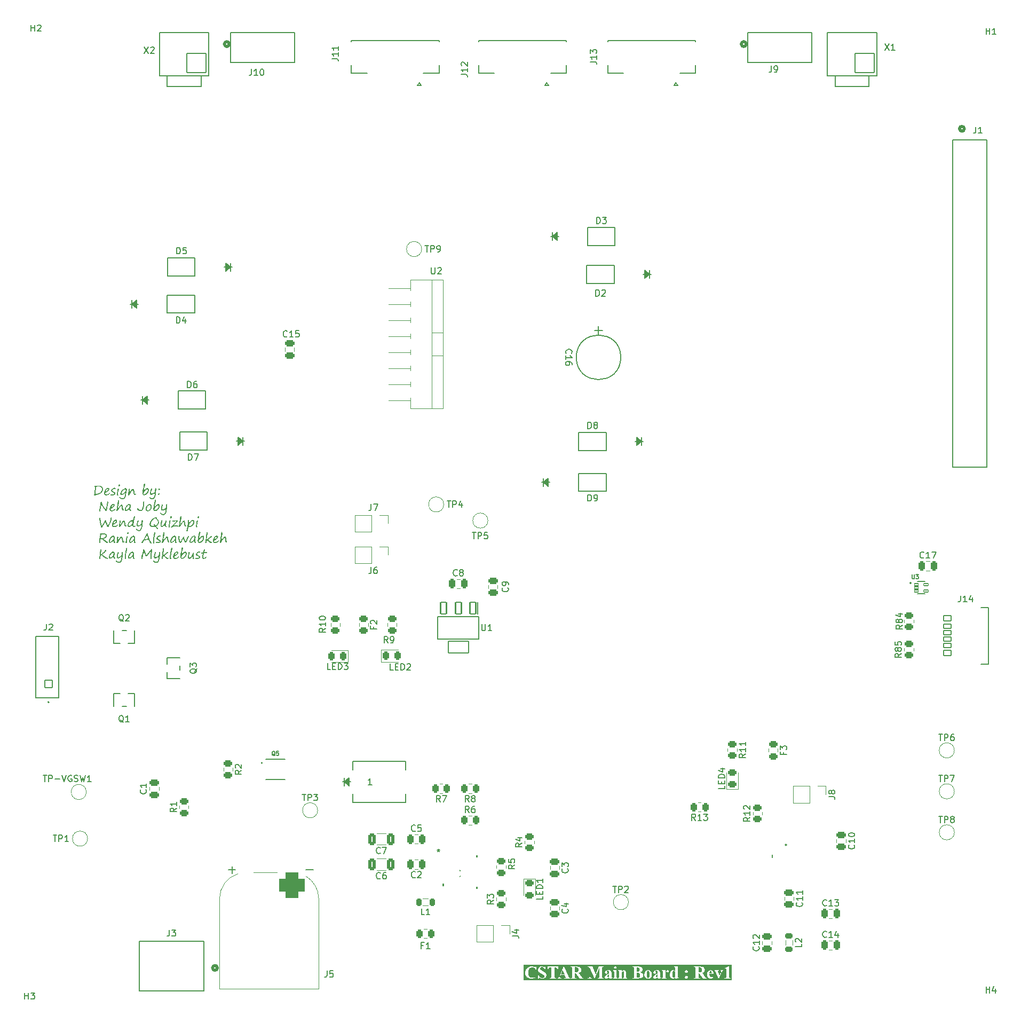
<source format=gto>
G04 #@! TF.GenerationSoftware,KiCad,Pcbnew,8.0.6*
G04 #@! TF.CreationDate,2025-01-26T17:26:35-05:00*
G04 #@! TF.ProjectId,Main_Board_Rev1,4d61696e-5f42-46f6-9172-645f52657631,rev?*
G04 #@! TF.SameCoordinates,Original*
G04 #@! TF.FileFunction,Legend,Top*
G04 #@! TF.FilePolarity,Positive*
%FSLAX46Y46*%
G04 Gerber Fmt 4.6, Leading zero omitted, Abs format (unit mm)*
G04 Created by KiCad (PCBNEW 8.0.6) date 2025-01-26 17:26:35*
%MOMM*%
%LPD*%
G01*
G04 APERTURE LIST*
G04 Aperture macros list*
%AMRoundRect*
0 Rectangle with rounded corners*
0 $1 Rounding radius*
0 $2 $3 $4 $5 $6 $7 $8 $9 X,Y pos of 4 corners*
0 Add a 4 corners polygon primitive as box body*
4,1,4,$2,$3,$4,$5,$6,$7,$8,$9,$2,$3,0*
0 Add four circle primitives for the rounded corners*
1,1,$1+$1,$2,$3*
1,1,$1+$1,$4,$5*
1,1,$1+$1,$6,$7*
1,1,$1+$1,$8,$9*
0 Add four rect primitives between the rounded corners*
20,1,$1+$1,$2,$3,$4,$5,0*
20,1,$1+$1,$4,$5,$6,$7,0*
20,1,$1+$1,$6,$7,$8,$9,0*
20,1,$1+$1,$8,$9,$2,$3,0*%
G04 Aperture macros list end*
%ADD10C,0.180000*%
%ADD11C,0.150000*%
%ADD12C,0.152400*%
%ADD13C,0.120000*%
%ADD14C,0.127000*%
%ADD15C,0.200000*%
%ADD16C,0.508000*%
%ADD17C,0.000000*%
%ADD18C,0.010000*%
%ADD19R,1.625600X1.625600*%
%ADD20C,1.625600*%
%ADD21RoundRect,0.250000X0.262500X0.450000X-0.262500X0.450000X-0.262500X-0.450000X0.262500X-0.450000X0*%
%ADD22RoundRect,0.250000X0.450000X-0.262500X0.450000X0.262500X-0.450000X0.262500X-0.450000X-0.262500X0*%
%ADD23C,2.000000*%
%ADD24RoundRect,0.250000X-0.475000X0.250000X-0.475000X-0.250000X0.475000X-0.250000X0.475000X0.250000X0*%
%ADD25RoundRect,0.250000X0.250000X0.475000X-0.250000X0.475000X-0.250000X-0.475000X0.250000X-0.475000X0*%
%ADD26C,9.200000*%
%ADD27RoundRect,0.243750X-0.243750X-0.456250X0.243750X-0.456250X0.243750X0.456250X-0.243750X0.456250X0*%
%ADD28RoundRect,0.102000X0.600000X-0.340000X0.600000X0.340000X-0.600000X0.340000X-0.600000X-0.340000X0*%
%ADD29RoundRect,0.102000X0.600000X-0.350000X0.600000X0.350000X-0.600000X0.350000X-0.600000X-0.350000X0*%
%ADD30RoundRect,0.102000X0.600000X-0.400000X0.600000X0.400000X-0.600000X0.400000X-0.600000X-0.400000X0*%
%ADD31R,2.184400X3.200400*%
%ADD32RoundRect,0.243750X0.243750X0.456250X-0.243750X0.456250X-0.243750X-0.456250X0.243750X-0.456250X0*%
%ADD33R,1.320800X0.558800*%
%ADD34RoundRect,0.250000X-0.250000X-0.475000X0.250000X-0.475000X0.250000X0.475000X-0.250000X0.475000X0*%
%ADD35RoundRect,0.243750X-0.456250X0.243750X-0.456250X-0.243750X0.456250X-0.243750X0.456250X0.243750X0*%
%ADD36C,1.524000*%
%ADD37RoundRect,0.243750X0.456250X-0.243750X0.456250X0.243750X-0.456250X0.243750X-0.456250X-0.243750X0*%
%ADD38R,1.800000X1.800000*%
%ADD39O,1.800000X1.800000*%
%ADD40RoundRect,0.055000X-0.315000X-0.165000X0.315000X-0.165000X0.315000X0.165000X-0.315000X0.165000X0*%
%ADD41RoundRect,0.063000X-0.369000X-0.189000X0.369000X-0.189000X0.369000X0.189000X-0.369000X0.189000X0*%
%ADD42R,1.700000X1.700000*%
%ADD43O,1.700000X1.700000*%
%ADD44RoundRect,0.250000X-0.262500X-0.450000X0.262500X-0.450000X0.262500X0.450000X-0.262500X0.450000X0*%
%ADD45R,0.812800X0.228600*%
%ADD46R,0.228600X0.812800*%
%ADD47R,1.193800X1.727200*%
%ADD48R,0.381000X0.381000*%
%ADD49RoundRect,0.250000X0.325000X0.650000X-0.325000X0.650000X-0.325000X-0.650000X0.325000X-0.650000X0*%
%ADD50C,1.270000*%
%ADD51R,0.900000X2.000000*%
%ADD52RoundRect,1.025000X1.025000X1.025000X-1.025000X1.025000X-1.025000X-1.025000X1.025000X-1.025000X0*%
%ADD53C,4.100000*%
%ADD54R,0.558800X1.320800*%
%ADD55RoundRect,0.250000X-0.450000X0.262500X-0.450000X-0.262500X0.450000X-0.262500X0.450000X0.262500X0*%
%ADD56RoundRect,0.250000X0.475000X-0.250000X0.475000X0.250000X-0.475000X0.250000X-0.475000X-0.250000X0*%
%ADD57RoundRect,0.218750X-0.381250X0.218750X-0.381250X-0.218750X0.381250X-0.218750X0.381250X0.218750X0*%
%ADD58C,1.803400*%
%ADD59C,1.320800*%
%ADD60RoundRect,0.102000X-0.600000X0.600000X-0.600000X-0.600000X0.600000X-0.600000X0.600000X0.600000X0*%
%ADD61C,1.404000*%
%ADD62RoundRect,0.102000X-0.450000X0.925000X-0.450000X-0.925000X0.450000X-0.925000X0.450000X0.925000X0*%
%ADD63RoundRect,0.102000X-1.600000X0.925000X-1.600000X-0.925000X1.600000X-0.925000X1.600000X0.925000X0*%
%ADD64RoundRect,0.218750X0.218750X0.381250X-0.218750X0.381250X-0.218750X-0.381250X0.218750X-0.381250X0*%
%ADD65RoundRect,0.102000X1.500000X1.500000X-1.500000X1.500000X-1.500000X-1.500000X1.500000X-1.500000X0*%
%ADD66C,3.204000*%
G04 APERTURE END LIST*
D10*
G36*
X109922121Y-168878632D02*
G01*
X109857137Y-168935785D01*
X109762875Y-168972421D01*
X109759024Y-168972385D01*
X109666643Y-168935296D01*
X109651204Y-168916629D01*
X109621214Y-168823433D01*
X109630082Y-168762075D01*
X109674947Y-168672979D01*
X109685415Y-168659052D01*
X109754859Y-168584428D01*
X109835421Y-168519494D01*
X109922121Y-168463419D01*
X109922121Y-168878632D01*
G37*
G36*
X116217725Y-167969071D02*
G01*
X116252323Y-168005341D01*
X116294417Y-168095101D01*
X116297611Y-168106473D01*
X116313350Y-168207929D01*
X116319146Y-168306127D01*
X116320795Y-168412616D01*
X116320368Y-168506680D01*
X116318631Y-168612668D01*
X116314784Y-168722853D01*
X116307865Y-168827959D01*
X116293440Y-168934319D01*
X116278661Y-168982595D01*
X116221632Y-169063279D01*
X116213754Y-169069390D01*
X116118562Y-169097473D01*
X116091624Y-169095066D01*
X116005722Y-169047159D01*
X115969097Y-168994346D01*
X115941242Y-168900614D01*
X115932032Y-168827940D01*
X115924442Y-168726354D01*
X115922191Y-168628527D01*
X115922939Y-168514171D01*
X115925183Y-168411315D01*
X115929579Y-168307848D01*
X115937822Y-168199637D01*
X115939969Y-168180740D01*
X115958379Y-168084112D01*
X116003768Y-167993007D01*
X116030177Y-167970140D01*
X116124424Y-167940739D01*
X116217725Y-167969071D01*
G37*
G36*
X117620655Y-168878632D02*
G01*
X117555672Y-168935785D01*
X117461409Y-168972421D01*
X117457559Y-168972385D01*
X117365177Y-168935296D01*
X117349739Y-168916629D01*
X117319748Y-168823433D01*
X117328616Y-168762075D01*
X117373482Y-168672979D01*
X117383950Y-168659052D01*
X117453394Y-168584428D01*
X117533956Y-168519494D01*
X117620655Y-168463419D01*
X117620655Y-168878632D01*
G37*
G36*
X120256545Y-167968217D02*
G01*
X120327673Y-168039932D01*
X120378026Y-168126486D01*
X120417725Y-168222107D01*
X120417725Y-168857138D01*
X120363350Y-168934930D01*
X120285694Y-169005602D01*
X120189602Y-169034947D01*
X120103140Y-169008080D01*
X120041694Y-168926456D01*
X120005443Y-168833691D01*
X119991548Y-168774686D01*
X119977619Y-168668822D01*
X119971490Y-168565859D01*
X119969783Y-168462442D01*
X119969909Y-168434386D01*
X119972932Y-168331362D01*
X119982377Y-168223275D01*
X120002023Y-168123921D01*
X120028814Y-168050168D01*
X120085066Y-167969071D01*
X120169085Y-167940739D01*
X120256545Y-167968217D01*
G37*
G36*
X126113956Y-167964675D02*
G01*
X126145708Y-167997445D01*
X126188695Y-168085331D01*
X126205057Y-168180620D01*
X126211134Y-168280054D01*
X126212630Y-168378422D01*
X125838939Y-168378422D01*
X125838939Y-168332016D01*
X125839256Y-168306651D01*
X125848521Y-168200962D01*
X125873861Y-168099754D01*
X125920027Y-168008150D01*
X125944360Y-167978658D01*
X126036775Y-167940739D01*
X126113956Y-167964675D01*
G37*
G36*
X102860572Y-168503475D02*
G01*
X102297348Y-168503475D01*
X102583112Y-167884563D01*
X102860572Y-168503475D01*
G37*
G36*
X104691782Y-167378931D02*
G01*
X104789120Y-167390472D01*
X104889413Y-167423444D01*
X104972295Y-167483517D01*
X105001003Y-167519139D01*
X105043822Y-167607200D01*
X105065718Y-167705625D01*
X105071946Y-167808360D01*
X105070040Y-167863486D01*
X105054790Y-167961580D01*
X105017725Y-168055533D01*
X104953244Y-168135279D01*
X104868248Y-168185959D01*
X104783641Y-168207987D01*
X104682308Y-168219248D01*
X104582484Y-168222107D01*
X104504326Y-168222107D01*
X104504326Y-167378004D01*
X104651360Y-167378004D01*
X104691782Y-167378931D01*
G37*
G36*
X114424679Y-168226391D02*
G01*
X114525496Y-168241074D01*
X114619399Y-168272421D01*
X114645182Y-168286083D01*
X114724122Y-168347125D01*
X114785484Y-168428736D01*
X114806070Y-168468899D01*
X114836060Y-168562517D01*
X114846057Y-168665163D01*
X114845864Y-168679490D01*
X114832132Y-168781585D01*
X114796720Y-168874235D01*
X114736514Y-168956545D01*
X114654570Y-169016873D01*
X114648753Y-169019909D01*
X114551132Y-169055370D01*
X114451849Y-169066210D01*
X114433966Y-169065600D01*
X114339986Y-169027131D01*
X114325330Y-169008235D01*
X114302372Y-168911360D01*
X114303349Y-168840041D01*
X114303349Y-168222107D01*
X114316405Y-168222067D01*
X114424679Y-168226391D01*
G37*
G36*
X114396833Y-167380019D02*
G01*
X114494282Y-167390265D01*
X114594487Y-167419036D01*
X114670436Y-167467007D01*
X114734193Y-167542135D01*
X114740109Y-167552387D01*
X114773692Y-167647184D01*
X114783042Y-167748764D01*
X114782849Y-167764404D01*
X114770708Y-167864047D01*
X114733705Y-167956859D01*
X114673499Y-168029277D01*
X114591556Y-168083377D01*
X114507521Y-168110763D01*
X114405144Y-168124763D01*
X114303349Y-168128318D01*
X114303349Y-167378004D01*
X114396833Y-167380019D01*
G37*
G36*
X124282012Y-167378931D02*
G01*
X124379351Y-167390472D01*
X124479643Y-167423444D01*
X124562526Y-167483517D01*
X124591234Y-167519139D01*
X124634053Y-167607200D01*
X124655949Y-167705625D01*
X124662177Y-167808360D01*
X124660271Y-167863486D01*
X124645021Y-167961580D01*
X124607955Y-168055533D01*
X124543475Y-168135279D01*
X124458478Y-168185959D01*
X124373871Y-168207987D01*
X124272538Y-168219248D01*
X124172714Y-168222107D01*
X124094556Y-168222107D01*
X124094556Y-167378004D01*
X124241591Y-167378004D01*
X124282012Y-167378931D01*
G37*
G36*
X129422431Y-169413485D02*
G01*
X96389152Y-169413485D01*
X96389152Y-168256301D01*
X96611374Y-168256301D01*
X96613336Y-168318743D01*
X96626209Y-168425850D01*
X96651096Y-168530198D01*
X96687998Y-168631789D01*
X96736915Y-168730621D01*
X96770063Y-168784690D01*
X96835970Y-168871524D01*
X96911928Y-168948447D01*
X96997938Y-169015459D01*
X97093998Y-169072561D01*
X97123202Y-169086935D01*
X97213952Y-169124493D01*
X97309407Y-169153705D01*
X97409567Y-169174570D01*
X97514434Y-169187089D01*
X97624005Y-169191263D01*
X97720433Y-169187803D01*
X97823938Y-169175377D01*
X97920300Y-169153914D01*
X98020167Y-169118967D01*
X98104125Y-169077262D01*
X98186496Y-169024445D01*
X98267280Y-168960514D01*
X98346475Y-168885471D01*
X98346475Y-168724759D01*
X98276271Y-168801709D01*
X98197869Y-168876600D01*
X98121421Y-168937569D01*
X98037752Y-168989518D01*
X98019379Y-168998805D01*
X97924019Y-169036252D01*
X97822840Y-169058721D01*
X97715840Y-169066210D01*
X97663473Y-169064577D01*
X97554745Y-169048958D01*
X97458613Y-169016801D01*
X97366573Y-168961674D01*
X97318688Y-168918953D01*
X97256199Y-168841669D01*
X97204915Y-168748542D01*
X97168736Y-168652463D01*
X97157475Y-168613696D01*
X97132860Y-168506496D01*
X97132397Y-168503475D01*
X98665945Y-168503475D01*
X98665945Y-169191263D01*
X98716748Y-169191263D01*
X98723205Y-169175898D01*
X98781228Y-169096985D01*
X98856943Y-169066210D01*
X98870796Y-169066950D01*
X98965387Y-169096496D01*
X98972736Y-169099911D01*
X99067411Y-169140410D01*
X99161758Y-169171235D01*
X99227190Y-169184202D01*
X99328332Y-169191263D01*
X99396888Y-169188637D01*
X99509441Y-169171406D01*
X99612550Y-169138094D01*
X99706216Y-169088700D01*
X99790439Y-169023224D01*
X99812503Y-169001965D01*
X99878517Y-168923562D01*
X99932609Y-168826346D01*
X99963925Y-168721009D01*
X99972644Y-168622177D01*
X99970881Y-168576900D01*
X99954021Y-168479716D01*
X99914351Y-168379348D01*
X99859804Y-168295868D01*
X99852482Y-168286936D01*
X99778896Y-168214205D01*
X99692620Y-168148712D01*
X99602408Y-168091199D01*
X99515767Y-168042300D01*
X99418702Y-167992519D01*
X99390175Y-167978381D01*
X99300729Y-167933198D01*
X99209496Y-167884928D01*
X99120725Y-167831807D01*
X99057185Y-167780366D01*
X98992742Y-167704312D01*
X98985987Y-167692016D01*
X98963921Y-167594403D01*
X98984316Y-167502445D01*
X99045498Y-167421967D01*
X99072563Y-167400296D01*
X99163444Y-167359156D01*
X99267759Y-167346741D01*
X99334827Y-167351875D01*
X99432080Y-167378833D01*
X99525314Y-167428898D01*
X99604815Y-167492798D01*
X99614441Y-167501988D01*
X99683310Y-167582138D01*
X99737707Y-167674072D01*
X99777633Y-167777792D01*
X99800697Y-167878213D01*
X99857362Y-167878213D01*
X99855848Y-167815687D01*
X100179274Y-167815687D01*
X100231542Y-167815687D01*
X100240846Y-167764449D01*
X100271771Y-167660272D01*
X100316529Y-167571473D01*
X100382484Y-167490844D01*
X100461023Y-167441133D01*
X100558363Y-167415720D01*
X100656036Y-167409267D01*
X100790858Y-167409267D01*
X100790858Y-168847369D01*
X100789911Y-168906567D01*
X100775715Y-169009057D01*
X100719539Y-169070607D01*
X100689275Y-169083594D01*
X100589113Y-169097473D01*
X100527076Y-169097473D01*
X100527076Y-169160000D01*
X101502581Y-169160000D01*
X101502581Y-169097473D01*
X101758548Y-169097473D01*
X101758548Y-169160000D01*
X102377948Y-169160000D01*
X102377948Y-169097473D01*
X102290741Y-169089151D01*
X102195743Y-169066210D01*
X102170999Y-169049167D01*
X102132240Y-168957766D01*
X102137666Y-168911811D01*
X102170830Y-168816594D01*
X102248988Y-168628527D01*
X102906978Y-168628527D01*
X103006140Y-168861046D01*
X103008517Y-168866378D01*
X103047173Y-168959720D01*
X103055478Y-169008080D01*
X103025191Y-169068653D01*
X102974381Y-169088354D01*
X102872784Y-169097473D01*
X102835659Y-169097473D01*
X102835659Y-169160000D01*
X103736915Y-169160000D01*
X103736915Y-169097473D01*
X103696798Y-169091917D01*
X103605024Y-169049602D01*
X103544530Y-168972331D01*
X103493191Y-168880616D01*
X103447243Y-168785331D01*
X102816227Y-167346741D01*
X103809211Y-167346741D01*
X103887560Y-167349280D01*
X103983600Y-167368234D01*
X104049057Y-167424898D01*
X104064067Y-167496614D01*
X104067620Y-167596845D01*
X104067620Y-168222107D01*
X104067620Y-168847369D01*
X104065807Y-168922931D01*
X104049057Y-169019316D01*
X103984089Y-169075980D01*
X103911864Y-169092751D01*
X103809211Y-169097473D01*
X103809211Y-169160000D01*
X104762735Y-169160000D01*
X104762735Y-169097473D01*
X104684328Y-169094991D01*
X104587857Y-169076468D01*
X104522889Y-169019804D01*
X104507879Y-168947693D01*
X104504326Y-168847369D01*
X104504326Y-168315896D01*
X104626448Y-168315896D01*
X105226796Y-169160000D01*
X105813468Y-169160000D01*
X105813468Y-169097473D01*
X105773132Y-169092377D01*
X105683042Y-169053021D01*
X105621046Y-168988379D01*
X105557990Y-168908429D01*
X105110048Y-168273398D01*
X105199955Y-168245856D01*
X105293574Y-168203064D01*
X105375296Y-168144926D01*
X105425763Y-168091477D01*
X105481885Y-168001837D01*
X105514515Y-167900836D01*
X105523796Y-167801521D01*
X105523699Y-167790939D01*
X105512078Y-167689788D01*
X105476926Y-167588329D01*
X105424633Y-167505010D01*
X105418409Y-167497180D01*
X105349926Y-167427438D01*
X105261481Y-167368682D01*
X105206856Y-167346741D01*
X106533007Y-167346741D01*
X106592114Y-167346741D01*
X106620473Y-167347634D01*
X106717166Y-167372142D01*
X106779204Y-167430272D01*
X106791020Y-167493827D01*
X106794347Y-167596845D01*
X106794347Y-168784842D01*
X106794275Y-168820675D01*
X106791416Y-168923084D01*
X106789476Y-168930911D01*
X106748918Y-169021758D01*
X106667829Y-169077934D01*
X106650835Y-169083949D01*
X106552058Y-169097473D01*
X106533007Y-169097473D01*
X106533007Y-169160000D01*
X107170481Y-169160000D01*
X107170481Y-169097473D01*
X107077781Y-169090621D01*
X106982903Y-169055952D01*
X106955700Y-169033451D01*
X106905233Y-168947997D01*
X106899897Y-168886623D01*
X106898394Y-168784842D01*
X106898394Y-167472770D01*
X107623796Y-169160000D01*
X107657013Y-169160000D01*
X108371179Y-167466908D01*
X108371179Y-168847369D01*
X108370232Y-168906567D01*
X108356036Y-169009057D01*
X108301325Y-169070607D01*
X108267036Y-169084775D01*
X108169434Y-169097473D01*
X108108862Y-169097473D01*
X108108862Y-169160000D01*
X109081926Y-169160000D01*
X109081926Y-169097473D01*
X109021353Y-169097473D01*
X108993143Y-169096597D01*
X108896301Y-169072561D01*
X108834263Y-169014431D01*
X108822448Y-168950494D01*
X108822131Y-168940669D01*
X109245080Y-168940669D01*
X109261072Y-169033584D01*
X109317864Y-169119944D01*
X109399930Y-169173433D01*
X109500558Y-169191263D01*
X109560051Y-169185920D01*
X109660153Y-169155145D01*
X109752700Y-169105778D01*
X109835710Y-169046793D01*
X109922121Y-168972421D01*
X109941135Y-169052612D01*
X109997348Y-169137041D01*
X110071353Y-169177707D01*
X110169295Y-169191263D01*
X110241796Y-169183523D01*
X110335868Y-169144368D01*
X110340474Y-169141381D01*
X110417304Y-169073528D01*
X110478506Y-168993426D01*
X110437473Y-168974863D01*
X110364689Y-169003684D01*
X110332937Y-168992937D01*
X110312421Y-168959232D01*
X110310097Y-168948521D01*
X110305582Y-168849323D01*
X110305582Y-168354487D01*
X110305117Y-168293705D01*
X110301396Y-168193966D01*
X110286531Y-168091193D01*
X110279921Y-168074452D01*
X110222478Y-167988936D01*
X110167303Y-167940739D01*
X110575226Y-167940739D01*
X110607203Y-167943905D01*
X110697348Y-167984214D01*
X110723022Y-168058455D01*
X110729099Y-168159581D01*
X110729099Y-168878632D01*
X110726935Y-168947497D01*
X110701744Y-169047648D01*
X110671548Y-169072664D01*
X110575226Y-169097473D01*
X110575226Y-169160000D01*
X111268876Y-169160000D01*
X111268876Y-169097473D01*
X111236550Y-169094308D01*
X111145289Y-169053998D01*
X111120010Y-168979758D01*
X111114026Y-168878632D01*
X111114026Y-167878213D01*
X111391486Y-167878213D01*
X111391486Y-167940739D01*
X111411827Y-167943792D01*
X111503349Y-167985680D01*
X111525073Y-168057533D01*
X111530216Y-168159581D01*
X111530216Y-168878632D01*
X111528361Y-168948918D01*
X111506769Y-169048136D01*
X111486741Y-169066790D01*
X111391486Y-169097473D01*
X111391486Y-169160000D01*
X112041172Y-169160000D01*
X112041172Y-169097473D01*
X112032253Y-169096208D01*
X111941521Y-169052044D01*
X111919797Y-168979143D01*
X111914654Y-168878632D01*
X111914654Y-168253370D01*
X111921021Y-168239906D01*
X111973121Y-168147582D01*
X112041165Y-168070646D01*
X112134473Y-168034528D01*
X112199441Y-168056999D01*
X112241451Y-168120013D01*
X112252366Y-168215535D01*
X112254152Y-168315896D01*
X112254152Y-168878632D01*
X112252413Y-168943560D01*
X112232170Y-169040321D01*
X112218820Y-169056916D01*
X112127634Y-169097473D01*
X112127634Y-169160000D01*
X112777808Y-169160000D01*
X112777808Y-169097473D01*
X112757467Y-169094764D01*
X112665945Y-169053998D01*
X112644221Y-168981441D01*
X112639078Y-168878632D01*
X112639078Y-168383796D01*
X112638026Y-168294260D01*
X112632874Y-168190114D01*
X112617096Y-168086308D01*
X112575942Y-167992641D01*
X112507187Y-167915826D01*
X112491335Y-167903517D01*
X112400867Y-167860133D01*
X112299581Y-167846950D01*
X112198464Y-167860017D01*
X112104187Y-167899218D01*
X112058452Y-167929046D01*
X111981789Y-167994317D01*
X111914654Y-168065792D01*
X111914654Y-167878213D01*
X111391486Y-167878213D01*
X111114026Y-167878213D01*
X110575226Y-167878213D01*
X110575226Y-167940739D01*
X110167303Y-167940739D01*
X110148290Y-167924131D01*
X110066073Y-167880189D01*
X109965848Y-167854487D01*
X109859106Y-167846950D01*
X109765559Y-167851768D01*
X109665192Y-167868198D01*
X109567480Y-167896287D01*
X109509280Y-167919929D01*
X109423105Y-167970029D01*
X109349127Y-168037948D01*
X109344319Y-168043697D01*
X109290509Y-168132103D01*
X109270969Y-168230900D01*
X109276646Y-168274014D01*
X109329099Y-168356441D01*
X109377047Y-168388887D01*
X109474668Y-168409685D01*
X109517807Y-168405744D01*
X109605582Y-168359860D01*
X109627595Y-168333604D01*
X109655896Y-168238715D01*
X109651762Y-168205944D01*
X109603628Y-168119036D01*
X109565038Y-168043810D01*
X109600697Y-167982749D01*
X109648622Y-167957149D01*
X109747732Y-167940739D01*
X109751170Y-167940768D01*
X109846406Y-167970537D01*
X109906001Y-168039902D01*
X109919854Y-168133821D01*
X109922121Y-168232854D01*
X109922121Y-168369141D01*
X109820653Y-168416295D01*
X109728497Y-168461038D01*
X109626397Y-168513574D01*
X109538847Y-168562341D01*
X109452991Y-168615887D01*
X109371109Y-168678841D01*
X109304648Y-168754366D01*
X109270244Y-168823433D01*
X109259972Y-168844054D01*
X109245080Y-168940669D01*
X108822131Y-168940669D01*
X108819120Y-168847369D01*
X108819120Y-167596845D01*
X108820067Y-167537616D01*
X108833387Y-167441018D01*
X110710048Y-167441018D01*
X110717321Y-167491703D01*
X110771598Y-167573398D01*
X110821767Y-167606737D01*
X110921563Y-167628108D01*
X110983936Y-167620415D01*
X111072016Y-167573398D01*
X111104989Y-167536962D01*
X111134542Y-167441018D01*
X111127212Y-167390276D01*
X111098212Y-167346741D01*
X113611165Y-167346741D01*
X113689514Y-167349280D01*
X113785554Y-167368234D01*
X113851011Y-167424898D01*
X113866021Y-167496614D01*
X113869574Y-167596845D01*
X113869574Y-168128318D01*
X113869574Y-168847369D01*
X113868039Y-168911360D01*
X113867761Y-168922931D01*
X113851011Y-169019316D01*
X113786043Y-169075980D01*
X113713818Y-169092751D01*
X113611165Y-169097473D01*
X113611165Y-169160000D01*
X114557850Y-169160000D01*
X114653715Y-169157374D01*
X114765304Y-169146707D01*
X114867733Y-169127836D01*
X114978558Y-169094359D01*
X115076195Y-169049067D01*
X115160642Y-168991960D01*
X115234586Y-168917772D01*
X115287404Y-168834424D01*
X115319094Y-168741917D01*
X115329658Y-168640251D01*
X115325901Y-168579042D01*
X115312133Y-168524968D01*
X115519678Y-168524968D01*
X115522121Y-168590158D01*
X115527749Y-168628527D01*
X115538149Y-168699429D01*
X115569138Y-168802575D01*
X115615086Y-168899597D01*
X115675994Y-168990495D01*
X115728251Y-169048333D01*
X115812350Y-169112838D01*
X115909212Y-169158128D01*
X116018836Y-169184204D01*
X116122958Y-169191263D01*
X116229284Y-169183535D01*
X116326611Y-169160351D01*
X116428786Y-169113768D01*
X116518712Y-169046148D01*
X116586043Y-168971444D01*
X116606909Y-168940669D01*
X116943614Y-168940669D01*
X116959607Y-169033584D01*
X117016399Y-169119944D01*
X117098464Y-169173433D01*
X117199092Y-169191263D01*
X117258586Y-169185920D01*
X117358687Y-169155145D01*
X117451235Y-169105778D01*
X117534245Y-169046793D01*
X117620655Y-168972421D01*
X117639669Y-169052612D01*
X117695882Y-169137041D01*
X117769888Y-169177707D01*
X117867829Y-169191263D01*
X117940331Y-169183523D01*
X118034403Y-169144368D01*
X118039008Y-169141381D01*
X118115839Y-169073528D01*
X118177041Y-168993426D01*
X118136008Y-168974863D01*
X118063224Y-169003684D01*
X118031472Y-168992937D01*
X118010956Y-168959232D01*
X118008631Y-168948521D01*
X118004117Y-168849323D01*
X118004117Y-168354487D01*
X118003652Y-168293705D01*
X117999931Y-168193966D01*
X117985066Y-168091193D01*
X117978455Y-168074452D01*
X117921013Y-167988936D01*
X117846824Y-167924131D01*
X117764608Y-167880189D01*
X117756903Y-167878213D01*
X118319190Y-167878213D01*
X118319190Y-167940739D01*
X118411025Y-167965163D01*
X118451081Y-168020851D01*
X118458039Y-168058122D01*
X118461828Y-168159581D01*
X118461828Y-168878632D01*
X118458918Y-168958478D01*
X118432030Y-169057906D01*
X118413987Y-169073019D01*
X118319190Y-169097473D01*
X118319190Y-169160000D01*
X119012840Y-169160000D01*
X119012840Y-169097473D01*
X119003425Y-169096941D01*
X118903419Y-169078422D01*
X118855059Y-169030062D01*
X118845289Y-168941158D01*
X118843824Y-168863000D01*
X118843824Y-168562581D01*
X118844730Y-168541577D01*
X119567271Y-168541577D01*
X119567721Y-168573321D01*
X119576390Y-168679496D01*
X119596092Y-168778004D01*
X119632117Y-168881196D01*
X119682554Y-168974375D01*
X119719938Y-169025208D01*
X119793074Y-169097857D01*
X119876028Y-169149749D01*
X119968800Y-169180884D01*
X120071388Y-169191263D01*
X120151757Y-169183128D01*
X120243824Y-169148764D01*
X120273156Y-169130000D01*
X120347474Y-169065645D01*
X120417725Y-168987564D01*
X120417725Y-169191263D01*
X120960432Y-169097473D01*
X120960432Y-169034947D01*
X120951023Y-169034346D01*
X120852477Y-169012965D01*
X120821804Y-168972909D01*
X121955966Y-168972909D01*
X121966930Y-169042298D01*
X122022400Y-169127759D01*
X122086287Y-169171170D01*
X122184089Y-169191263D01*
X122261773Y-169179108D01*
X122346266Y-169127759D01*
X122389912Y-169071332D01*
X122413677Y-168972909D01*
X122402632Y-168903757D01*
X122346755Y-168818060D01*
X122282921Y-168773981D01*
X122184089Y-168753579D01*
X122106498Y-168765921D01*
X122022400Y-168818060D01*
X121979387Y-168874722D01*
X121955966Y-168972909D01*
X120821804Y-168972909D01*
X120810956Y-168958743D01*
X120804995Y-168916454D01*
X120802651Y-168816106D01*
X120802651Y-168065792D01*
X121957431Y-168065792D01*
X121968396Y-168135180D01*
X122023866Y-168220642D01*
X122087752Y-168264386D01*
X122185554Y-168284633D01*
X122263052Y-168272385D01*
X122346755Y-168220642D01*
X122390084Y-168164214D01*
X122413677Y-168065792D01*
X122402632Y-167996403D01*
X122346755Y-167910942D01*
X122283202Y-167867197D01*
X122185554Y-167846950D01*
X122107963Y-167859198D01*
X122023866Y-167910942D01*
X121980852Y-167967369D01*
X121957431Y-168065792D01*
X120802651Y-168065792D01*
X120802651Y-167346741D01*
X123399441Y-167346741D01*
X123477790Y-167349280D01*
X123573831Y-167368234D01*
X123639288Y-167424898D01*
X123654297Y-167496614D01*
X123657850Y-167596845D01*
X123657850Y-168222107D01*
X123657850Y-168847369D01*
X123656037Y-168922931D01*
X123639288Y-169019316D01*
X123574319Y-169075980D01*
X123502095Y-169092751D01*
X123399441Y-169097473D01*
X123399441Y-169160000D01*
X124352965Y-169160000D01*
X124352965Y-169097473D01*
X124274559Y-169094991D01*
X124178087Y-169076468D01*
X124113119Y-169019804D01*
X124098109Y-168947693D01*
X124094556Y-168847369D01*
X124094556Y-168315896D01*
X124216678Y-168315896D01*
X124817027Y-169160000D01*
X125403698Y-169160000D01*
X125403698Y-169097473D01*
X125363362Y-169092377D01*
X125273272Y-169053021D01*
X125211277Y-168988379D01*
X125148220Y-168908429D01*
X124888414Y-168540111D01*
X125475994Y-168540111D01*
X125476456Y-168572147D01*
X125485345Y-168679134D01*
X125505547Y-168778126D01*
X125542489Y-168881471D01*
X125594207Y-168974375D01*
X125643543Y-169036857D01*
X125723992Y-169106541D01*
X125817718Y-169155468D01*
X125924721Y-169183638D01*
X126027006Y-169191263D01*
X126127155Y-169182247D01*
X126228173Y-169151502D01*
X126319609Y-169098939D01*
X126381494Y-169044686D01*
X126447830Y-168964311D01*
X126503876Y-168875674D01*
X126550662Y-168784842D01*
X126503768Y-168753579D01*
X126494218Y-168768732D01*
X126433908Y-168852805D01*
X126359665Y-168925038D01*
X126306977Y-168953912D01*
X126209699Y-168972421D01*
X126153203Y-168967162D01*
X126058078Y-168929488D01*
X125981577Y-168862512D01*
X125920869Y-168773575D01*
X125881698Y-168680832D01*
X125856450Y-168575204D01*
X125845778Y-168472212D01*
X126550662Y-168472212D01*
X126545785Y-168397160D01*
X126530713Y-168293485D01*
X126501364Y-168186031D01*
X126459346Y-168093116D01*
X126395812Y-168004731D01*
X126349809Y-167959276D01*
X126323301Y-167940739D01*
X126636147Y-167940739D01*
X126639995Y-167941494D01*
X126729448Y-167986657D01*
X126757119Y-168022416D01*
X126806501Y-168109131D01*
X126852058Y-168204033D01*
X127284856Y-169191263D01*
X127349337Y-169191263D01*
X127778227Y-168183517D01*
X127787663Y-168163155D01*
X127834171Y-168069788D01*
X127893021Y-167982749D01*
X127900450Y-167976569D01*
X127992184Y-167940739D01*
X127992184Y-167878213D01*
X127572086Y-167878213D01*
X127572086Y-167940739D01*
X127586324Y-167941403D01*
X127681018Y-167969071D01*
X127712281Y-168035505D01*
X127706524Y-168083505D01*
X127677879Y-168180670D01*
X127639497Y-168277794D01*
X127470481Y-168691053D01*
X127258967Y-168212337D01*
X127224481Y-168130698D01*
X127198394Y-168030621D01*
X127231123Y-167962721D01*
X127319050Y-167940739D01*
X127319050Y-167878213D01*
X126636147Y-167878213D01*
X126636147Y-167940739D01*
X126323301Y-167940739D01*
X126260573Y-167896873D01*
X126163067Y-167859431D01*
X126057292Y-167846950D01*
X125999849Y-167849889D01*
X125903805Y-167869173D01*
X125813465Y-167906456D01*
X125728828Y-167961737D01*
X125649895Y-168035017D01*
X125582135Y-168123300D01*
X125531017Y-168224019D01*
X125500449Y-168320247D01*
X125498400Y-168332016D01*
X125482108Y-168425611D01*
X125475994Y-168540111D01*
X124888414Y-168540111D01*
X124700279Y-168273398D01*
X124790185Y-168245856D01*
X124883804Y-168203064D01*
X124965526Y-168144926D01*
X125015993Y-168091477D01*
X125072115Y-168001837D01*
X125104745Y-167900836D01*
X125114026Y-167801521D01*
X125113929Y-167790939D01*
X125102309Y-167689788D01*
X125067156Y-167588329D01*
X125052879Y-167565582D01*
X128194905Y-167565582D01*
X128219818Y-167628108D01*
X128290664Y-167601318D01*
X128389811Y-167584145D01*
X128467480Y-167607103D01*
X128513398Y-167660837D01*
X128522923Y-167714937D01*
X128526099Y-167815687D01*
X128526099Y-168784842D01*
X128526081Y-168795226D01*
X128523116Y-168901219D01*
X128508025Y-168998799D01*
X128439148Y-169071095D01*
X128371127Y-169090879D01*
X128268667Y-169097473D01*
X128219330Y-169097473D01*
X128219330Y-169160000D01*
X129200209Y-169160000D01*
X129200209Y-169097473D01*
X129157711Y-169097473D01*
X129102880Y-169095194D01*
X129003838Y-169068653D01*
X128940823Y-168994403D01*
X128937274Y-168981191D01*
X128927469Y-168883656D01*
X128925680Y-168784842D01*
X128925680Y-167252951D01*
X128880251Y-167252951D01*
X128194905Y-167565582D01*
X125052879Y-167565582D01*
X125014863Y-167505010D01*
X125008640Y-167497180D01*
X124940156Y-167427438D01*
X124851711Y-167368682D01*
X124759385Y-167331598D01*
X124694379Y-167315495D01*
X124587828Y-167299207D01*
X124475963Y-167289813D01*
X124366236Y-167285371D01*
X124265038Y-167284214D01*
X123399441Y-167284214D01*
X123399441Y-167346741D01*
X120802651Y-167346741D01*
X120802651Y-167284214D01*
X120232100Y-167284214D01*
X120232100Y-167346741D01*
X120259074Y-167347146D01*
X120355687Y-167363349D01*
X120405512Y-167413663D01*
X120414672Y-167464588D01*
X120417725Y-167565582D01*
X120417725Y-168034528D01*
X120412666Y-168028087D01*
X120343851Y-167950723D01*
X120265317Y-167888960D01*
X120198893Y-167860242D01*
X120101674Y-167846950D01*
X120022870Y-167853519D01*
X119922246Y-167882713D01*
X119834473Y-167929993D01*
X119826769Y-167935230D01*
X119748766Y-168003105D01*
X119688574Y-168081139D01*
X119638590Y-168174724D01*
X119614353Y-168236886D01*
X119587399Y-168335860D01*
X119571728Y-168441712D01*
X119570803Y-168462442D01*
X119567271Y-168541577D01*
X118844730Y-168541577D01*
X118848117Y-168463024D01*
X118862757Y-168359792D01*
X118887787Y-168263140D01*
X118910834Y-168207481D01*
X118972784Y-168127829D01*
X119048499Y-168097055D01*
X119080251Y-168106824D01*
X119143265Y-168167885D01*
X119174997Y-168194096D01*
X119269783Y-168222107D01*
X119289022Y-168220867D01*
X119377250Y-168171304D01*
X119404636Y-168127364D01*
X119422191Y-168028178D01*
X119418559Y-167982634D01*
X119376273Y-167894333D01*
X119347971Y-167871428D01*
X119253175Y-167846950D01*
X119156265Y-167864459D01*
X119067550Y-167908988D01*
X119043111Y-167926527D01*
X118970707Y-167996958D01*
X118905800Y-168078797D01*
X118843824Y-168169839D01*
X118843824Y-167878213D01*
X118319190Y-167878213D01*
X117756903Y-167878213D01*
X117664383Y-167854487D01*
X117557641Y-167846950D01*
X117464094Y-167851768D01*
X117363727Y-167868198D01*
X117266015Y-167896287D01*
X117207815Y-167919929D01*
X117121639Y-167970029D01*
X117047662Y-168037948D01*
X117042853Y-168043697D01*
X116989043Y-168132103D01*
X116969504Y-168230900D01*
X116975181Y-168274014D01*
X117027634Y-168356441D01*
X117075582Y-168388887D01*
X117173203Y-168409685D01*
X117216342Y-168405744D01*
X117304117Y-168359860D01*
X117326129Y-168333604D01*
X117354431Y-168238715D01*
X117350296Y-168205944D01*
X117302163Y-168119036D01*
X117263572Y-168043810D01*
X117299232Y-167982749D01*
X117347157Y-167957149D01*
X117446266Y-167940739D01*
X117449705Y-167940768D01*
X117544940Y-167970537D01*
X117604535Y-168039902D01*
X117618389Y-168133821D01*
X117620655Y-168232854D01*
X117620655Y-168369141D01*
X117519188Y-168416295D01*
X117427032Y-168461038D01*
X117324932Y-168513574D01*
X117237381Y-168562341D01*
X117151526Y-168615887D01*
X117069644Y-168678841D01*
X117003183Y-168754366D01*
X116968778Y-168823433D01*
X116958506Y-168844054D01*
X116943614Y-168940669D01*
X116606909Y-168940669D01*
X116626009Y-168912499D01*
X116670581Y-168822723D01*
X116701877Y-168724485D01*
X116719895Y-168617786D01*
X116724773Y-168519595D01*
X116722936Y-168461857D01*
X116710374Y-168361594D01*
X116685910Y-168266046D01*
X116649546Y-168175212D01*
X116639933Y-168155831D01*
X116583738Y-168067341D01*
X116513995Y-167992876D01*
X116430704Y-167932435D01*
X116412598Y-167922083D01*
X116319261Y-167880343D01*
X116221249Y-167855298D01*
X116118562Y-167846950D01*
X116050685Y-167850117D01*
X115940827Y-167870904D01*
X115842329Y-167911092D01*
X115755191Y-167970681D01*
X115679413Y-168049672D01*
X115633396Y-168114727D01*
X115582075Y-168211536D01*
X115546041Y-168315029D01*
X115525294Y-168425208D01*
X115519678Y-168524968D01*
X115312133Y-168524968D01*
X115300205Y-168478123D01*
X115250167Y-168389105D01*
X115175785Y-168311988D01*
X115103090Y-168264066D01*
X115005356Y-168220317D01*
X114912031Y-168189175D01*
X114803558Y-168160558D01*
X114862780Y-168144377D01*
X114967255Y-168107984D01*
X115062528Y-168060620D01*
X115146964Y-167993496D01*
X115189706Y-167938907D01*
X115230922Y-167850156D01*
X115244661Y-167753161D01*
X115240968Y-167697869D01*
X115214512Y-167598906D01*
X115167480Y-167511849D01*
X115125593Y-167458695D01*
X115049480Y-167392132D01*
X114957431Y-167341367D01*
X114921177Y-167327972D01*
X114818283Y-167304363D01*
X114717844Y-167292252D01*
X114617541Y-167286224D01*
X114504117Y-167284214D01*
X113611165Y-167284214D01*
X113611165Y-167346741D01*
X111098212Y-167346741D01*
X111072505Y-167308150D01*
X111017901Y-167272411D01*
X110921563Y-167252951D01*
X110859258Y-167260714D01*
X110771598Y-167308150D01*
X110739140Y-167344844D01*
X110710048Y-167441018D01*
X108833387Y-167441018D01*
X108834263Y-167434668D01*
X108889462Y-167374096D01*
X108923542Y-167359670D01*
X109021353Y-167346741D01*
X109081926Y-167346741D01*
X109081926Y-167284214D01*
X108323307Y-167284214D01*
X107817725Y-168489309D01*
X107294068Y-167284214D01*
X106533007Y-167284214D01*
X106533007Y-167346741D01*
X105206856Y-167346741D01*
X105169155Y-167331598D01*
X105104148Y-167315495D01*
X104997597Y-167299207D01*
X104885732Y-167289813D01*
X104776006Y-167285371D01*
X104674808Y-167284214D01*
X103809211Y-167284214D01*
X103809211Y-167346741D01*
X102816227Y-167346741D01*
X102775087Y-167252951D01*
X102749197Y-167252951D01*
X102190496Y-168503475D01*
X102082903Y-168744298D01*
X102037382Y-168838820D01*
X101985719Y-168932243D01*
X101923168Y-169016873D01*
X101854882Y-169067427D01*
X101758548Y-169097473D01*
X101502581Y-169097473D01*
X101440544Y-169097473D01*
X101411870Y-169096597D01*
X101315003Y-169072561D01*
X101252965Y-169014431D01*
X101240768Y-168950494D01*
X101237334Y-168847369D01*
X101237334Y-167409267D01*
X101376064Y-167409267D01*
X101462892Y-167412839D01*
X101558757Y-167434668D01*
X101637776Y-167485150D01*
X101705792Y-167559232D01*
X101738421Y-167617650D01*
X101775057Y-167713820D01*
X101803489Y-167815687D01*
X101852826Y-167815687D01*
X101852826Y-167284214D01*
X100179274Y-167284214D01*
X100179274Y-167815687D01*
X99855848Y-167815687D01*
X99842219Y-167252951D01*
X99800697Y-167252951D01*
X99798429Y-167262973D01*
X99762107Y-167356510D01*
X99705931Y-167378004D01*
X99670256Y-167371890D01*
X99575994Y-167334528D01*
X99515533Y-167307594D01*
X99418702Y-167274445D01*
X99343208Y-167259752D01*
X99242847Y-167252951D01*
X99212099Y-167253558D01*
X99109710Y-167265239D01*
X99015457Y-167291786D01*
X98917698Y-167340329D01*
X98830565Y-167408290D01*
X98759185Y-167490050D01*
X98708199Y-167579993D01*
X98677608Y-167678117D01*
X98667411Y-167784424D01*
X98669506Y-167832045D01*
X98688420Y-167930159D01*
X98727006Y-168021339D01*
X98755723Y-168067398D01*
X98821955Y-168147850D01*
X98897976Y-168216245D01*
X98905076Y-168221717D01*
X98991458Y-168280526D01*
X99080691Y-168332931D01*
X99173445Y-168382693D01*
X99263852Y-168428248D01*
X99337880Y-168465744D01*
X99432957Y-168518150D01*
X99516399Y-168573328D01*
X99561379Y-168612364D01*
X99622889Y-168691053D01*
X99638276Y-168722103D01*
X99658060Y-168818548D01*
X99657257Y-168839190D01*
X99629157Y-168935189D01*
X99566713Y-169013942D01*
X99517131Y-169050487D01*
X99419892Y-169087603D01*
X99321493Y-169097473D01*
X99223521Y-169087978D01*
X99128907Y-169059494D01*
X99037652Y-169012019D01*
X98949755Y-168945554D01*
X98889025Y-168883576D01*
X98828113Y-168799069D01*
X98777908Y-168701426D01*
X98743395Y-168607276D01*
X98716748Y-168503475D01*
X98665945Y-168503475D01*
X97132397Y-168503475D01*
X97117783Y-168408138D01*
X97108737Y-168305526D01*
X97105722Y-168198660D01*
X97107073Y-168136126D01*
X97115938Y-168030181D01*
X97133079Y-167928678D01*
X97158494Y-167831616D01*
X97192184Y-167738995D01*
X97200915Y-167719085D01*
X97253733Y-167626750D01*
X97321816Y-167546436D01*
X97405163Y-167478143D01*
X97423474Y-167466017D01*
X97518462Y-167417121D01*
X97619174Y-167387783D01*
X97725610Y-167378004D01*
X97827154Y-167386583D01*
X97923203Y-167412320D01*
X98013756Y-167455215D01*
X98098813Y-167515268D01*
X98128852Y-167541974D01*
X98199973Y-167623559D01*
X98251484Y-167707317D01*
X98292991Y-167802623D01*
X98324494Y-167909476D01*
X98378227Y-167909476D01*
X98378227Y-167252951D01*
X98324494Y-167252951D01*
X98323861Y-167256978D01*
X98282484Y-167348206D01*
X98206280Y-167378004D01*
X98138600Y-167363475D01*
X98045568Y-167332086D01*
X98031943Y-167327217D01*
X97937766Y-167297465D01*
X97832711Y-167272735D01*
X97730403Y-167257897D01*
X97630844Y-167252951D01*
X97614203Y-167253080D01*
X97515583Y-167259239D01*
X97419057Y-167274638D01*
X97309092Y-167304281D01*
X97217106Y-167339698D01*
X97127215Y-167384354D01*
X97097980Y-167401136D01*
X97014833Y-167456497D01*
X96938520Y-167519380D01*
X96869043Y-167589785D01*
X96806400Y-167667712D01*
X96750593Y-167753161D01*
X96742027Y-167768056D01*
X96696346Y-167858548D01*
X96660454Y-167950963D01*
X96634351Y-168045302D01*
X96616269Y-168157795D01*
X96611374Y-168256301D01*
X96389152Y-168256301D01*
X96389152Y-167030729D01*
X129422431Y-167030729D01*
X129422431Y-169413485D01*
G37*
D11*
G36*
X29105881Y-91018280D02*
G01*
X29186540Y-91030006D01*
X29261743Y-91049550D01*
X29331490Y-91076911D01*
X29395781Y-91112089D01*
X29465728Y-91164623D01*
X29476622Y-91174473D01*
X29535265Y-91237941D01*
X29581774Y-91308545D01*
X29616151Y-91386284D01*
X29638395Y-91471159D01*
X29647663Y-91547339D01*
X29649180Y-91595425D01*
X29643151Y-91683932D01*
X29625065Y-91769935D01*
X29594923Y-91853433D01*
X29552723Y-91934427D01*
X29510282Y-91997418D01*
X29460124Y-92058807D01*
X29402250Y-92118593D01*
X29337329Y-92175597D01*
X29265848Y-92228640D01*
X29187807Y-92277721D01*
X29103205Y-92322841D01*
X29035449Y-92354082D01*
X28964003Y-92383094D01*
X28888866Y-92409878D01*
X28810039Y-92434434D01*
X28727523Y-92456761D01*
X28699197Y-92463709D01*
X28625894Y-92482675D01*
X28555730Y-92504479D01*
X28482958Y-92534684D01*
X28454832Y-92551270D01*
X28391084Y-92588511D01*
X28318389Y-92608733D01*
X28314881Y-92608789D01*
X28249107Y-92572081D01*
X28245272Y-92567023D01*
X28214863Y-92500711D01*
X28235380Y-92447222D01*
X28260590Y-92377361D01*
X28265788Y-92353799D01*
X28274868Y-92276571D01*
X28277130Y-92242424D01*
X28454099Y-92242424D01*
X28459937Y-92316220D01*
X28467655Y-92343541D01*
X28499528Y-92350868D01*
X28578972Y-92338555D01*
X28653009Y-92320000D01*
X28732710Y-92297425D01*
X28810580Y-92273910D01*
X28844644Y-92263307D01*
X28929317Y-92233628D01*
X29008856Y-92199315D01*
X29083262Y-92160369D01*
X29152533Y-92116790D01*
X29216670Y-92068578D01*
X29275673Y-92015732D01*
X29297836Y-91993297D01*
X29347970Y-91935056D01*
X29389606Y-91874364D01*
X29428353Y-91798299D01*
X29454865Y-91718705D01*
X29469140Y-91635582D01*
X29471859Y-91578206D01*
X29465425Y-91497613D01*
X29446124Y-91424453D01*
X29408308Y-91349944D01*
X29361432Y-91292712D01*
X29337404Y-91270460D01*
X29274459Y-91225493D01*
X29203276Y-91191570D01*
X29123852Y-91168692D01*
X29049217Y-91157873D01*
X28982397Y-91155055D01*
X28902682Y-91157750D01*
X28824624Y-91164671D01*
X28750763Y-91174221D01*
X28671713Y-91187031D01*
X28659996Y-91189127D01*
X28586746Y-91200788D01*
X28576465Y-91201950D01*
X28561647Y-91292439D01*
X28547786Y-91379534D01*
X28534880Y-91463234D01*
X28522930Y-91543539D01*
X28511936Y-91620450D01*
X28501898Y-91693966D01*
X28488634Y-91797875D01*
X28477521Y-91894147D01*
X28468559Y-91982780D01*
X28461747Y-92063776D01*
X28457087Y-92137134D01*
X28454219Y-92223064D01*
X28454099Y-92242424D01*
X28277130Y-92242424D01*
X28280020Y-92198810D01*
X28280809Y-92183806D01*
X28285839Y-92103564D01*
X28292716Y-92024804D01*
X28300676Y-91945910D01*
X28308765Y-91872136D01*
X28318178Y-91791064D01*
X28328072Y-91710197D01*
X28337376Y-91637040D01*
X28347762Y-91559430D01*
X28358804Y-91482917D01*
X28371301Y-91406748D01*
X28384074Y-91332045D01*
X28389986Y-91270826D01*
X28343824Y-91218436D01*
X28275392Y-91186082D01*
X28259193Y-91148094D01*
X28288495Y-91078628D01*
X28292533Y-91074089D01*
X28357235Y-91038138D01*
X28364340Y-91037819D01*
X28508688Y-91041849D01*
X28585529Y-91040204D01*
X28659670Y-91036411D01*
X28734087Y-91031190D01*
X28774302Y-91027927D01*
X28851055Y-91021996D01*
X28925141Y-91017350D01*
X29003726Y-91014491D01*
X29019766Y-91014371D01*
X29105881Y-91018280D01*
G37*
G36*
X30528517Y-91380557D02*
G01*
X30580478Y-91417372D01*
X30620174Y-91481270D01*
X30629570Y-91540104D01*
X30619839Y-91619674D01*
X30590644Y-91697549D01*
X30549133Y-91764300D01*
X30501692Y-91820483D01*
X30473866Y-91848217D01*
X30411904Y-91903128D01*
X30342524Y-91957679D01*
X30279040Y-92002863D01*
X30210404Y-92047796D01*
X30136616Y-92092479D01*
X30057676Y-92136912D01*
X30006746Y-92190480D01*
X30004187Y-92209085D01*
X30015054Y-92281970D01*
X30053646Y-92346472D01*
X30119534Y-92386493D01*
X30193826Y-92397713D01*
X30199825Y-92397763D01*
X30283266Y-92389082D01*
X30367351Y-92363038D01*
X30437914Y-92328073D01*
X30508923Y-92281050D01*
X30566053Y-92234751D01*
X30623470Y-92180735D01*
X30652285Y-92150833D01*
X30703942Y-92116395D01*
X30736915Y-92168053D01*
X30714923Y-92243851D01*
X30671303Y-92305286D01*
X30614051Y-92363399D01*
X30550802Y-92416448D01*
X30480597Y-92465877D01*
X30409569Y-92505079D01*
X30337715Y-92534055D01*
X30265038Y-92552804D01*
X30191536Y-92561326D01*
X30166852Y-92561894D01*
X30088611Y-92555780D01*
X30011920Y-92534287D01*
X29947227Y-92497318D01*
X29910764Y-92464075D01*
X29867197Y-92402966D01*
X29837889Y-92329685D01*
X29823806Y-92254328D01*
X29820638Y-92191500D01*
X29825495Y-92100166D01*
X29840065Y-92010264D01*
X29840095Y-92010150D01*
X30020673Y-92010150D01*
X30098717Y-91962276D01*
X30169085Y-91916199D01*
X30231776Y-91871918D01*
X30303423Y-91815673D01*
X30361423Y-91762621D01*
X30414732Y-91700799D01*
X30450556Y-91633201D01*
X30457379Y-91592128D01*
X30414743Y-91531180D01*
X30401692Y-91530212D01*
X30327348Y-91549841D01*
X30260122Y-91596188D01*
X30202889Y-91652894D01*
X30188101Y-91669797D01*
X30139392Y-91733668D01*
X30097451Y-91803464D01*
X30062276Y-91879186D01*
X30037512Y-91948807D01*
X30020673Y-92010150D01*
X29840095Y-92010150D01*
X29858716Y-91939373D01*
X29883583Y-91869397D01*
X29914666Y-91800337D01*
X29951967Y-91732194D01*
X29995484Y-91664966D01*
X30019574Y-91631695D01*
X30069886Y-91569442D01*
X30121354Y-91515489D01*
X30187316Y-91459720D01*
X30255085Y-91416921D01*
X30324660Y-91387092D01*
X30396042Y-91370231D01*
X30454448Y-91366081D01*
X30528517Y-91380557D01*
G37*
G36*
X31464881Y-92288953D02*
G01*
X31428656Y-92222336D01*
X31364256Y-92173364D01*
X31300017Y-92136912D01*
X31226335Y-92098040D01*
X31162184Y-92062208D01*
X31099387Y-92024245D01*
X31037712Y-91981516D01*
X31017184Y-91964720D01*
X30966844Y-91905105D01*
X30944192Y-91834850D01*
X30943545Y-91820006D01*
X30950770Y-91745268D01*
X30977465Y-91664325D01*
X31016002Y-91600302D01*
X31068990Y-91541226D01*
X31136430Y-91487096D01*
X31149075Y-91478555D01*
X31211452Y-91439398D01*
X31281416Y-91401170D01*
X31356301Y-91368650D01*
X31432997Y-91347412D01*
X31484298Y-91342634D01*
X31560022Y-91351009D01*
X31605198Y-91372309D01*
X31639949Y-91436964D01*
X31642934Y-91474525D01*
X31615457Y-91530579D01*
X31572958Y-91553660D01*
X31528628Y-91529480D01*
X31485397Y-91506765D01*
X31413704Y-91523912D01*
X31340059Y-91554394D01*
X31276203Y-91584801D01*
X31207281Y-91624895D01*
X31148820Y-91678554D01*
X31119282Y-91748140D01*
X31118667Y-91760289D01*
X31140420Y-91830642D01*
X31174354Y-91868733D01*
X31234232Y-91911653D01*
X31300207Y-91949606D01*
X31365454Y-91983060D01*
X31374389Y-91987435D01*
X31442431Y-92022569D01*
X31506781Y-92063034D01*
X31560136Y-92105404D01*
X31607720Y-92164429D01*
X31629133Y-92237008D01*
X31629745Y-92252683D01*
X31616144Y-92326482D01*
X31575340Y-92391810D01*
X31517322Y-92442021D01*
X31451016Y-92479897D01*
X31412124Y-92497048D01*
X31331337Y-92527054D01*
X31251914Y-92550852D01*
X31173857Y-92568441D01*
X31097166Y-92579823D01*
X31021839Y-92584997D01*
X30997034Y-92585341D01*
X30923944Y-92578426D01*
X30857543Y-92546336D01*
X30829972Y-92474699D01*
X30867341Y-92418646D01*
X30938417Y-92400399D01*
X30943178Y-92400327D01*
X31002163Y-92410586D01*
X31057850Y-92421210D01*
X31138383Y-92416751D01*
X31214976Y-92404959D01*
X31286663Y-92388044D01*
X31302948Y-92383475D01*
X31375119Y-92357872D01*
X31439630Y-92319240D01*
X31464881Y-92288953D01*
G37*
G36*
X32169399Y-91155055D02*
G01*
X32136427Y-91107794D01*
X32125069Y-91075188D01*
X32102555Y-91003794D01*
X32097226Y-90956120D01*
X32129393Y-90886688D01*
X32145952Y-90870390D01*
X32211468Y-90832924D01*
X32254762Y-90826793D01*
X32321807Y-90850607D01*
X32358810Y-90896402D01*
X32345750Y-90971079D01*
X32333531Y-91014005D01*
X32300741Y-91083614D01*
X32252930Y-91126113D01*
X32183164Y-91153670D01*
X32169399Y-91155055D01*
G37*
G36*
X32034211Y-92298478D02*
G01*
X32039041Y-92376933D01*
X32051041Y-92451830D01*
X32056193Y-92476165D01*
X32060223Y-92507306D01*
X32026151Y-92555666D01*
X31958724Y-92585226D01*
X31953977Y-92585341D01*
X31885606Y-92549929D01*
X31858746Y-92472418D01*
X31853960Y-92400327D01*
X31856716Y-92320794D01*
X31863224Y-92242571D01*
X31873560Y-92153490D01*
X31884585Y-92074406D01*
X31898061Y-91988374D01*
X31913986Y-91895392D01*
X31927538Y-91821094D01*
X31932362Y-91795460D01*
X31945290Y-91723046D01*
X31956494Y-91649451D01*
X31959106Y-91617773D01*
X31968265Y-91543384D01*
X31982554Y-91506032D01*
X32041964Y-91460276D01*
X32049965Y-91459870D01*
X32122724Y-91478128D01*
X32132763Y-91485516D01*
X32163171Y-91541936D01*
X32151436Y-91614627D01*
X32148883Y-91624002D01*
X32126051Y-91705952D01*
X32106100Y-91780300D01*
X32085960Y-91859482D01*
X32067705Y-91938024D01*
X32052529Y-92017110D01*
X32042869Y-92095435D01*
X32037234Y-92173391D01*
X32034658Y-92248622D01*
X32034211Y-92298478D01*
G37*
G36*
X33309207Y-91423843D02*
G01*
X33375711Y-91456446D01*
X33383897Y-91462435D01*
X33410642Y-91482951D01*
X33445812Y-91537173D01*
X33462299Y-91602752D01*
X33450942Y-91650380D01*
X33425301Y-91722428D01*
X33400720Y-91797899D01*
X33379088Y-91874045D01*
X33365212Y-91933946D01*
X33352117Y-92009355D01*
X33341490Y-92084796D01*
X33332075Y-92161153D01*
X33322376Y-92248303D01*
X33315753Y-92312400D01*
X33306394Y-92398237D01*
X33296725Y-92476319D01*
X33285054Y-92557616D01*
X33271201Y-92637604D01*
X33262264Y-92680596D01*
X33242332Y-92752470D01*
X33215097Y-92823010D01*
X33180560Y-92892218D01*
X33158217Y-92930090D01*
X33113594Y-92993286D01*
X33058439Y-93052219D01*
X32997416Y-93099274D01*
X32977965Y-93111074D01*
X32911640Y-93142952D01*
X32837278Y-93164381D01*
X32761444Y-93171524D01*
X32677380Y-93165125D01*
X32605716Y-93149455D01*
X32534412Y-93124382D01*
X32463469Y-93089906D01*
X32392887Y-93046028D01*
X32381158Y-93037801D01*
X32317535Y-92989634D01*
X32259945Y-92938095D01*
X32212228Y-92879199D01*
X32193946Y-92823478D01*
X32232048Y-92772920D01*
X32301084Y-92808984D01*
X32342323Y-92837034D01*
X32416820Y-92886112D01*
X32488955Y-92926872D01*
X32558729Y-92959313D01*
X32639340Y-92987263D01*
X32716552Y-93003234D01*
X32778297Y-93007393D01*
X32857683Y-92996173D01*
X32926949Y-92962513D01*
X32986094Y-92906414D01*
X33029544Y-92838919D01*
X33035118Y-92827875D01*
X33066245Y-92754295D01*
X33089153Y-92683416D01*
X33109307Y-92603843D01*
X33126706Y-92515576D01*
X33138641Y-92438702D01*
X33148813Y-92356264D01*
X33155286Y-92290785D01*
X33163346Y-92215588D01*
X33172871Y-92152665D01*
X33114187Y-92198349D01*
X33103995Y-92210184D01*
X33053826Y-92263788D01*
X32997108Y-92314323D01*
X32933841Y-92361791D01*
X32864026Y-92406189D01*
X32792448Y-92443536D01*
X32723525Y-92470211D01*
X32649163Y-92487467D01*
X32593649Y-92491552D01*
X32520189Y-92480262D01*
X32454953Y-92439710D01*
X32448203Y-92432568D01*
X32410598Y-92367287D01*
X32396631Y-92294563D01*
X32395812Y-92269169D01*
X32398530Y-92239127D01*
X32573133Y-92239127D01*
X32598412Y-92303974D01*
X32654466Y-92327421D01*
X32731265Y-92313871D01*
X32799142Y-92285925D01*
X32866874Y-92248287D01*
X32894068Y-92231067D01*
X32956842Y-92185176D01*
X33015654Y-92132132D01*
X33070503Y-92071935D01*
X33121391Y-92004585D01*
X33148691Y-91962889D01*
X33190232Y-91891274D01*
X33225214Y-91818144D01*
X33248640Y-91746985D01*
X33255303Y-91693611D01*
X33241336Y-91618179D01*
X33175880Y-91577221D01*
X33170673Y-91577107D01*
X33092274Y-91592344D01*
X33022092Y-91624802D01*
X32959764Y-91663751D01*
X32951587Y-91669431D01*
X32886466Y-91720974D01*
X32830236Y-91774902D01*
X32774708Y-91837070D01*
X32727670Y-91896914D01*
X32696598Y-91940174D01*
X32654639Y-92005046D01*
X32616659Y-92075586D01*
X32587722Y-92149420D01*
X32573615Y-92223834D01*
X32573133Y-92239127D01*
X32398530Y-92239127D01*
X32403346Y-92185890D01*
X32422297Y-92109226D01*
X32452784Y-92029022D01*
X32488096Y-91957456D01*
X32516346Y-91908300D01*
X32564934Y-91835490D01*
X32610599Y-91777549D01*
X32660969Y-91722096D01*
X32716043Y-91669128D01*
X32775822Y-91618648D01*
X32840306Y-91570654D01*
X32853768Y-91561353D01*
X32920230Y-91518608D01*
X32996514Y-91476877D01*
X33069011Y-91445578D01*
X33148806Y-91422249D01*
X33223445Y-91413121D01*
X33233688Y-91412976D01*
X33309207Y-91423843D01*
G37*
G36*
X34350366Y-91741238D02*
G01*
X34279640Y-91768715D01*
X34233496Y-91811580D01*
X34187407Y-91872309D01*
X34147438Y-91935043D01*
X34108129Y-92002071D01*
X34071809Y-92067274D01*
X34040422Y-92125554D01*
X33999538Y-92203115D01*
X33962432Y-92271848D01*
X33921363Y-92345352D01*
X33879872Y-92415350D01*
X33837774Y-92477787D01*
X33819138Y-92498879D01*
X33756220Y-92540378D01*
X33736339Y-92543942D01*
X33662219Y-92527404D01*
X33618983Y-92466306D01*
X33614706Y-92426339D01*
X33620519Y-92353141D01*
X33631193Y-92286388D01*
X33644502Y-92208009D01*
X33656037Y-92128394D01*
X33665797Y-92047542D01*
X33673783Y-91965453D01*
X33679994Y-91882128D01*
X33684430Y-91797567D01*
X33687092Y-91711769D01*
X33687979Y-91624734D01*
X33709988Y-91552010D01*
X33721318Y-91533510D01*
X33777218Y-91484102D01*
X33784699Y-91483318D01*
X33854744Y-91508843D01*
X33860903Y-91516657D01*
X33880934Y-91588807D01*
X33883618Y-91649647D01*
X33878720Y-91725620D01*
X33868139Y-91808832D01*
X33854353Y-91896957D01*
X33839539Y-91982241D01*
X33825511Y-92058221D01*
X33821702Y-92078293D01*
X33808419Y-92152334D01*
X33801186Y-92214214D01*
X33809612Y-92230701D01*
X33853118Y-92169152D01*
X33889836Y-92103515D01*
X33929875Y-92028502D01*
X33952861Y-91984504D01*
X33992374Y-91909825D01*
X34030312Y-91842409D01*
X34073761Y-91771097D01*
X34114942Y-91710243D01*
X34160123Y-91652466D01*
X34178541Y-91632062D01*
X34234511Y-91582828D01*
X34300371Y-91547021D01*
X34377279Y-91530610D01*
X34391765Y-91530212D01*
X34466277Y-91546411D01*
X34527606Y-91595007D01*
X34542707Y-91614842D01*
X34576038Y-91681368D01*
X34598271Y-91754217D01*
X34614495Y-91832273D01*
X34626001Y-91909810D01*
X34627704Y-91923688D01*
X34636605Y-91998782D01*
X34646909Y-92076474D01*
X34658410Y-92149989D01*
X34673866Y-92223019D01*
X34679727Y-92241692D01*
X34727101Y-92299047D01*
X34753367Y-92303974D01*
X34824678Y-92285318D01*
X34833600Y-92281259D01*
X34846057Y-92280526D01*
X34890387Y-92329253D01*
X34856178Y-92396297D01*
X34829570Y-92420111D01*
X34762617Y-92456106D01*
X34688702Y-92468058D01*
X34683391Y-92468105D01*
X34609996Y-92453212D01*
X34550874Y-92404497D01*
X34547836Y-92400327D01*
X34517222Y-92326681D01*
X34500219Y-92251911D01*
X34487180Y-92170548D01*
X34477397Y-92090565D01*
X34471999Y-92037260D01*
X34461494Y-91951981D01*
X34444733Y-91868724D01*
X34419448Y-91797899D01*
X34367247Y-91743840D01*
X34350366Y-91741238D01*
G37*
G36*
X36312791Y-90753341D02*
G01*
X36324632Y-90826113D01*
X36324703Y-90833754D01*
X36318443Y-90907795D01*
X36302369Y-90986162D01*
X36280190Y-91064426D01*
X36255151Y-91138709D01*
X36245568Y-91164947D01*
X36221173Y-91237589D01*
X36200820Y-91308311D01*
X36179722Y-91390242D01*
X36157881Y-91483382D01*
X36141011Y-91560592D01*
X36123723Y-91644107D01*
X36106016Y-91733927D01*
X36087891Y-91830051D01*
X36069347Y-91932480D01*
X36111815Y-91858943D01*
X36156788Y-91789913D01*
X36204265Y-91725391D01*
X36254246Y-91665378D01*
X36306732Y-91609872D01*
X36361723Y-91558875D01*
X36384420Y-91539738D01*
X36451976Y-91488690D01*
X36516981Y-91448204D01*
X36589598Y-91414319D01*
X36668337Y-91393196D01*
X36715247Y-91389528D01*
X36790627Y-91408488D01*
X36849816Y-91460700D01*
X36853367Y-91465366D01*
X36890134Y-91532426D01*
X36907436Y-91603987D01*
X36910153Y-91650013D01*
X36906375Y-91730081D01*
X36895040Y-91808901D01*
X36876150Y-91886473D01*
X36849703Y-91962797D01*
X36815700Y-92037873D01*
X36774140Y-92111701D01*
X36725025Y-92184281D01*
X36668353Y-92255614D01*
X36607565Y-92321903D01*
X36545918Y-92379353D01*
X36483413Y-92427965D01*
X36420049Y-92467739D01*
X36339637Y-92505026D01*
X36257883Y-92528503D01*
X36174787Y-92538171D01*
X36158007Y-92538447D01*
X36083567Y-92527280D01*
X36023551Y-92498879D01*
X35969883Y-92444484D01*
X35955041Y-92399228D01*
X35930097Y-92330127D01*
X35927198Y-92327055D01*
X35894461Y-92275031D01*
X36044434Y-92275031D01*
X36087745Y-92335533D01*
X36155431Y-92372764D01*
X36174127Y-92374316D01*
X36248917Y-92364870D01*
X36318430Y-92340218D01*
X36390030Y-92300264D01*
X36422522Y-92277595D01*
X36485857Y-92224312D01*
X36537594Y-92169613D01*
X36585895Y-92107375D01*
X36630759Y-92037599D01*
X36648935Y-92005387D01*
X36686051Y-91931223D01*
X36714051Y-91862283D01*
X36734888Y-91789892D01*
X36744097Y-91716608D01*
X36744190Y-91708998D01*
X36733062Y-91636321D01*
X36724406Y-91615942D01*
X36675314Y-91577107D01*
X36599728Y-91591670D01*
X36527092Y-91628305D01*
X36460004Y-91677455D01*
X36400693Y-91730928D01*
X36338288Y-91795779D01*
X36325436Y-91810115D01*
X36275845Y-91868269D01*
X36230387Y-91926412D01*
X36179377Y-91999075D01*
X36134825Y-92071720D01*
X36096730Y-92144347D01*
X36065094Y-92216956D01*
X36044434Y-92275031D01*
X35894461Y-92275031D01*
X35887197Y-92263488D01*
X35882868Y-92232533D01*
X35887876Y-92153092D01*
X35897343Y-92072704D01*
X35909365Y-91987559D01*
X35922137Y-91905152D01*
X35934159Y-91831730D01*
X36040404Y-91215505D01*
X36053593Y-91141637D01*
X36068792Y-91059735D01*
X36085141Y-90976753D01*
X36101610Y-90901039D01*
X36120272Y-90832288D01*
X36150449Y-90765274D01*
X36176325Y-90734469D01*
X36246908Y-90709654D01*
X36252529Y-90709556D01*
X36312791Y-90753341D01*
G37*
G36*
X37864532Y-92154863D02*
G01*
X37806345Y-92204069D01*
X37739472Y-92257306D01*
X37675819Y-92304206D01*
X37605627Y-92350914D01*
X37539818Y-92388997D01*
X37530774Y-92393733D01*
X37463180Y-92426271D01*
X37390537Y-92453870D01*
X37315784Y-92468032D01*
X37310956Y-92468105D01*
X37235826Y-92453896D01*
X37172634Y-92406812D01*
X37154518Y-92382009D01*
X37121700Y-92313419D01*
X37104028Y-92236792D01*
X37100662Y-92181242D01*
X37103748Y-92107426D01*
X37113004Y-92026387D01*
X37125850Y-91951176D01*
X37143229Y-91870659D01*
X37161176Y-91799508D01*
X37165143Y-91784836D01*
X37188151Y-91702970D01*
X37212030Y-91624521D01*
X37238045Y-91550654D01*
X37260764Y-91504200D01*
X37325550Y-91463377D01*
X37361514Y-91459870D01*
X37408775Y-91494675D01*
X37427386Y-91567619D01*
X37427459Y-91573077D01*
X37403646Y-91641221D01*
X37367344Y-91706783D01*
X37345394Y-91750397D01*
X37322175Y-91825136D01*
X37305826Y-91876427D01*
X37286313Y-91947424D01*
X37273196Y-92022381D01*
X37268824Y-92094047D01*
X37278303Y-92169816D01*
X37285676Y-92205055D01*
X37321368Y-92269913D01*
X37356385Y-92280526D01*
X37432989Y-92268256D01*
X37495969Y-92245722D01*
X37566987Y-92210127D01*
X37632463Y-92168579D01*
X37683182Y-92131782D01*
X37741557Y-92085100D01*
X37797547Y-92033398D01*
X37823133Y-92003555D01*
X37860027Y-91937037D01*
X37874057Y-91892180D01*
X37884811Y-91817274D01*
X37890555Y-91737293D01*
X37894061Y-91659176D01*
X37895307Y-91621437D01*
X37902221Y-91540210D01*
X37923425Y-91465091D01*
X37978508Y-91414808D01*
X37995324Y-91412976D01*
X38065284Y-91439380D01*
X38067498Y-91443018D01*
X38082954Y-91517825D01*
X38083984Y-91556224D01*
X38081694Y-91633710D01*
X38076462Y-91709347D01*
X38074825Y-91728415D01*
X38068356Y-91802790D01*
X38062515Y-91877441D01*
X38060170Y-91914528D01*
X38054605Y-92004359D01*
X38046840Y-92094333D01*
X38036874Y-92184450D01*
X38024708Y-92274710D01*
X38010341Y-92365114D01*
X37997264Y-92437539D01*
X37986531Y-92491919D01*
X37966660Y-92580163D01*
X37944142Y-92663773D01*
X37918976Y-92742751D01*
X37891162Y-92817095D01*
X37860701Y-92886807D01*
X37820653Y-92964344D01*
X37813607Y-92976618D01*
X37768141Y-93042856D01*
X37716647Y-93095389D01*
X37648952Y-93139357D01*
X37573052Y-93164672D01*
X37501465Y-93171524D01*
X37427336Y-93167673D01*
X37344825Y-93153445D01*
X37266591Y-93128734D01*
X37192635Y-93093539D01*
X37142428Y-93061981D01*
X37081187Y-93015669D01*
X37024550Y-92960865D01*
X36987713Y-92896087D01*
X36985258Y-92876601D01*
X37001011Y-92806992D01*
X37042044Y-92772920D01*
X37068789Y-92793070D01*
X37114704Y-92854813D01*
X37168187Y-92906092D01*
X37229236Y-92946905D01*
X37297852Y-92977254D01*
X37374036Y-92997137D01*
X37457786Y-93006556D01*
X37493405Y-93007393D01*
X37565144Y-92990815D01*
X37630883Y-92941081D01*
X37676251Y-92882022D01*
X37718244Y-92804313D01*
X37744364Y-92742145D01*
X37773851Y-92660060D01*
X37798883Y-92579586D01*
X37819460Y-92500721D01*
X37835583Y-92423466D01*
X37847252Y-92347821D01*
X37854467Y-92273786D01*
X37856106Y-92244623D01*
X37862684Y-92168840D01*
X37864532Y-92154863D01*
G37*
G36*
X38503471Y-91717791D02*
G01*
X38448150Y-91669431D01*
X38419871Y-91601729D01*
X38418841Y-91589197D01*
X38449098Y-91520920D01*
X38451081Y-91517390D01*
X38506580Y-91468274D01*
X38554030Y-91460237D01*
X38606420Y-91486615D01*
X38659909Y-91528747D01*
X38668335Y-91586999D01*
X38638080Y-91656483D01*
X38625837Y-91670896D01*
X38562373Y-91710051D01*
X38503471Y-91717791D01*
G37*
G36*
X38499441Y-92491552D02*
G01*
X38428521Y-92471236D01*
X38419574Y-92460778D01*
X38400132Y-92389485D01*
X38399424Y-92366988D01*
X38403206Y-92292367D01*
X38403454Y-92290785D01*
X38444853Y-92238028D01*
X38507501Y-92210184D01*
X38580282Y-92223377D01*
X38599459Y-92231800D01*
X38642647Y-92291193D01*
X38642690Y-92293715D01*
X38628522Y-92368275D01*
X38586018Y-92429149D01*
X38578210Y-92436231D01*
X38519334Y-92482422D01*
X38499441Y-92491552D01*
G37*
G36*
X30104570Y-94767920D02*
G01*
X30124191Y-94689409D01*
X30143668Y-94605460D01*
X30163003Y-94516073D01*
X30178367Y-94440648D01*
X30193640Y-94361742D01*
X30208821Y-94279356D01*
X30223911Y-94193489D01*
X30227669Y-94171479D01*
X30241837Y-94086334D01*
X30254116Y-94007851D01*
X30266808Y-93919119D01*
X30276548Y-93840798D01*
X30284341Y-93760556D01*
X30288060Y-93685888D01*
X30288119Y-93676887D01*
X30292698Y-93602670D01*
X30299842Y-93576137D01*
X30349302Y-93530341D01*
X30420388Y-93511228D01*
X30431367Y-93510924D01*
X30480826Y-93551957D01*
X30500361Y-93624890D01*
X30501343Y-93648677D01*
X30489719Y-93724649D01*
X30470399Y-93797120D01*
X30468370Y-93804016D01*
X30448150Y-93885435D01*
X30428020Y-93971470D01*
X30411980Y-94043621D01*
X30395997Y-94118725D01*
X30380072Y-94196784D01*
X30364204Y-94277796D01*
X30348393Y-94361762D01*
X30340509Y-94404853D01*
X30325740Y-94487102D01*
X30312940Y-94560191D01*
X30299709Y-94638674D01*
X30287894Y-94713961D01*
X30278479Y-94788253D01*
X30277494Y-94806388D01*
X30278038Y-94881792D01*
X30280792Y-94944141D01*
X30259043Y-95015712D01*
X30245987Y-95028039D01*
X30178197Y-95056041D01*
X30144870Y-95058447D01*
X30094678Y-95048555D01*
X30041189Y-94993600D01*
X29999646Y-94932694D01*
X29990265Y-94906039D01*
X29956860Y-94840536D01*
X29927250Y-94803091D01*
X29872137Y-94731313D01*
X29818079Y-94658311D01*
X29765078Y-94584086D01*
X29713133Y-94508637D01*
X29662244Y-94431965D01*
X29612411Y-94354069D01*
X29563635Y-94274949D01*
X29515915Y-94194606D01*
X29469250Y-94113039D01*
X29423642Y-94030248D01*
X29393824Y-93974375D01*
X29373096Y-94053292D01*
X29352815Y-94141207D01*
X29336913Y-94218017D01*
X29321296Y-94300587D01*
X29305966Y-94388915D01*
X29290923Y-94483002D01*
X29279827Y-94557346D01*
X29268893Y-94634930D01*
X29243248Y-94807121D01*
X29239601Y-94883381D01*
X29239584Y-94910802D01*
X29237096Y-94985081D01*
X29231524Y-95015216D01*
X29190125Y-95076399D01*
X29127843Y-95110837D01*
X29059805Y-95082784D01*
X29046510Y-95051486D01*
X29034832Y-94978259D01*
X29034054Y-94960628D01*
X29041552Y-94883884D01*
X29057523Y-94803456D01*
X29076688Y-94725718D01*
X29079483Y-94715163D01*
X29100215Y-94632542D01*
X29119604Y-94547826D01*
X29136902Y-94467430D01*
X29155238Y-94378125D01*
X29170654Y-94300267D01*
X29186734Y-94216707D01*
X29190858Y-94194926D01*
X29206486Y-94111098D01*
X29220030Y-94035283D01*
X29234029Y-93951785D01*
X29246532Y-93868116D01*
X29255192Y-93793294D01*
X29257536Y-93748695D01*
X29256437Y-93692274D01*
X29268161Y-93639152D01*
X29309560Y-93599218D01*
X29370010Y-93582732D01*
X29421301Y-93594822D01*
X29455373Y-93630725D01*
X29475813Y-93701263D01*
X29480286Y-93720851D01*
X29501739Y-93800591D01*
X29528886Y-93874263D01*
X29564458Y-93954500D01*
X29598982Y-94023416D01*
X29638898Y-94096535D01*
X29684207Y-94173855D01*
X29734909Y-94255376D01*
X29787488Y-94336474D01*
X29838246Y-94412707D01*
X29887185Y-94484074D01*
X29934303Y-94550574D01*
X29979600Y-94612209D01*
X30033662Y-94682411D01*
X30084880Y-94745009D01*
X30104570Y-94767920D01*
G37*
G36*
X31397534Y-93900557D02*
G01*
X31449494Y-93937372D01*
X31489190Y-94001270D01*
X31498586Y-94060104D01*
X31488855Y-94139674D01*
X31459660Y-94217549D01*
X31418149Y-94284300D01*
X31370708Y-94340483D01*
X31342882Y-94368217D01*
X31280920Y-94423128D01*
X31211540Y-94477679D01*
X31148056Y-94522863D01*
X31079420Y-94567796D01*
X31005632Y-94612479D01*
X30926692Y-94656912D01*
X30875762Y-94710480D01*
X30873203Y-94729085D01*
X30884070Y-94801970D01*
X30922662Y-94866472D01*
X30988550Y-94906493D01*
X31062842Y-94917713D01*
X31068841Y-94917763D01*
X31152282Y-94909082D01*
X31236367Y-94883038D01*
X31306930Y-94848073D01*
X31377939Y-94801050D01*
X31435069Y-94754751D01*
X31492486Y-94700735D01*
X31521301Y-94670833D01*
X31572958Y-94636395D01*
X31605931Y-94688053D01*
X31583939Y-94763851D01*
X31540319Y-94825286D01*
X31483067Y-94883399D01*
X31419818Y-94936448D01*
X31349614Y-94985877D01*
X31278585Y-95025079D01*
X31206731Y-95054055D01*
X31134054Y-95072804D01*
X31060552Y-95081326D01*
X31035868Y-95081894D01*
X30957627Y-95075780D01*
X30880936Y-95054287D01*
X30816243Y-95017318D01*
X30779780Y-94984075D01*
X30736213Y-94922966D01*
X30706905Y-94849685D01*
X30692823Y-94774328D01*
X30689654Y-94711500D01*
X30694511Y-94620166D01*
X30709081Y-94530264D01*
X30709111Y-94530150D01*
X30889689Y-94530150D01*
X30967733Y-94482276D01*
X31038101Y-94436199D01*
X31100792Y-94391918D01*
X31172439Y-94335673D01*
X31230439Y-94282621D01*
X31283748Y-94220799D01*
X31319572Y-94153201D01*
X31326395Y-94112128D01*
X31283760Y-94051180D01*
X31270708Y-94050212D01*
X31196364Y-94069841D01*
X31129138Y-94116188D01*
X31071905Y-94172894D01*
X31057117Y-94189797D01*
X31008409Y-94253668D01*
X30966467Y-94323464D01*
X30931292Y-94399186D01*
X30906528Y-94468807D01*
X30889689Y-94530150D01*
X30709111Y-94530150D01*
X30727732Y-94459373D01*
X30752599Y-94389397D01*
X30783682Y-94320337D01*
X30820983Y-94252194D01*
X30864500Y-94184966D01*
X30888590Y-94151695D01*
X30938902Y-94089442D01*
X30990370Y-94035489D01*
X31056332Y-93979720D01*
X31124101Y-93936921D01*
X31193676Y-93907092D01*
X31265058Y-93890231D01*
X31323464Y-93886081D01*
X31397534Y-93900557D01*
G37*
G36*
X31984385Y-94734581D02*
G01*
X32031761Y-94648869D01*
X32078083Y-94568686D01*
X32123352Y-94494034D01*
X32167568Y-94424911D01*
X32210730Y-94361319D01*
X32273498Y-94276298D01*
X32333897Y-94203719D01*
X32391926Y-94143582D01*
X32447584Y-94095888D01*
X32518109Y-94051649D01*
X32600341Y-94027456D01*
X32615997Y-94026765D01*
X32685525Y-94052338D01*
X32722976Y-94099305D01*
X32749619Y-94170129D01*
X32766713Y-94247959D01*
X32778270Y-94320877D01*
X32788746Y-94406263D01*
X32790387Y-94421706D01*
X32799984Y-94501114D01*
X32812748Y-94573332D01*
X32832244Y-94650500D01*
X32860752Y-94727442D01*
X32900932Y-94798116D01*
X32906524Y-94805655D01*
X32946509Y-94868911D01*
X32953053Y-94895048D01*
X32921912Y-94943042D01*
X32856332Y-94964658D01*
X32784875Y-94945579D01*
X32725590Y-94893346D01*
X32713817Y-94877829D01*
X32679642Y-94810488D01*
X32658484Y-94738120D01*
X32644479Y-94661311D01*
X32635824Y-94585457D01*
X32634682Y-94571915D01*
X32626883Y-94488227D01*
X32617713Y-94409412D01*
X32605863Y-94336140D01*
X32597313Y-94301538D01*
X32553761Y-94241775D01*
X32532833Y-94237791D01*
X32464918Y-94272389D01*
X32408564Y-94329153D01*
X32355779Y-94394025D01*
X32311698Y-94454032D01*
X32263765Y-94523769D01*
X32211981Y-94603238D01*
X32156345Y-94692437D01*
X32117116Y-94757309D01*
X32096859Y-94791367D01*
X32056518Y-94858186D01*
X32016424Y-94921155D01*
X31971763Y-94984407D01*
X31952512Y-95007522D01*
X31892849Y-95053474D01*
X31868248Y-95058447D01*
X31797642Y-95036783D01*
X31791678Y-95032069D01*
X31760903Y-94966489D01*
X31770177Y-94893400D01*
X31777390Y-94855847D01*
X31793026Y-94774660D01*
X31808244Y-94693582D01*
X31823045Y-94612613D01*
X31837428Y-94531752D01*
X31851392Y-94451001D01*
X31864939Y-94370357D01*
X31878068Y-94289823D01*
X31890779Y-94209398D01*
X31903073Y-94129081D01*
X31914948Y-94048873D01*
X31926405Y-93968774D01*
X31937445Y-93888783D01*
X31948067Y-93808901D01*
X31958271Y-93729128D01*
X31968056Y-93649464D01*
X31977424Y-93569909D01*
X31988292Y-93494300D01*
X32007741Y-93417922D01*
X32030547Y-93372438D01*
X32087021Y-93323777D01*
X32091730Y-93323346D01*
X32160538Y-93349688D01*
X32171964Y-93360348D01*
X32205365Y-93427776D01*
X32208234Y-93462198D01*
X32204975Y-93539800D01*
X32195199Y-93627525D01*
X32182074Y-93708363D01*
X32164423Y-93796232D01*
X32147044Y-93871588D01*
X32126768Y-93951444D01*
X32115544Y-93993060D01*
X32095423Y-94069235D01*
X32077786Y-94141225D01*
X32059788Y-94219398D01*
X32041430Y-94303754D01*
X32025856Y-94378772D01*
X32019556Y-94409982D01*
X32004991Y-94484160D01*
X31990772Y-94560753D01*
X31977342Y-94641800D01*
X31969047Y-94718204D01*
X31968998Y-94722124D01*
X31980355Y-94734581D01*
X31984385Y-94734581D01*
G37*
G36*
X33880278Y-93928848D02*
G01*
X33932356Y-93986808D01*
X33937840Y-93997456D01*
X33979972Y-94026765D01*
X34050812Y-94051523D01*
X34062404Y-94090146D01*
X34054550Y-94163877D01*
X34052145Y-94177341D01*
X34039094Y-94250116D01*
X34025226Y-94333243D01*
X34014078Y-94407659D01*
X34004289Y-94485459D01*
X33997818Y-94560369D01*
X33996458Y-94603422D01*
X33999794Y-94689439D01*
X34012118Y-94772113D01*
X34037323Y-94843285D01*
X34091346Y-94900544D01*
X34136731Y-94959127D01*
X34136775Y-94961360D01*
X34095173Y-95024169D01*
X34092445Y-95026207D01*
X34025192Y-95056904D01*
X34007083Y-95058447D01*
X33934542Y-95031427D01*
X33885855Y-94969684D01*
X33875924Y-94950369D01*
X33848876Y-94873877D01*
X33834451Y-94799802D01*
X33827087Y-94725596D01*
X33824633Y-94642623D01*
X33779596Y-94701592D01*
X33725741Y-94766027D01*
X33672091Y-94823557D01*
X33618648Y-94874184D01*
X33556558Y-94924523D01*
X33538869Y-94937180D01*
X33469832Y-94979976D01*
X33395724Y-95013506D01*
X33317800Y-95032611D01*
X33280582Y-95035000D01*
X33206485Y-95018422D01*
X33146835Y-94972767D01*
X33143196Y-94968688D01*
X33103876Y-94903372D01*
X33087081Y-94829661D01*
X33085676Y-94797962D01*
X33088864Y-94752166D01*
X33265195Y-94752166D01*
X33278134Y-94829021D01*
X33338773Y-94870752D01*
X33343597Y-94870868D01*
X33422902Y-94848507D01*
X33488591Y-94806245D01*
X33551565Y-94752578D01*
X33608747Y-94695557D01*
X33657571Y-94641891D01*
X33704712Y-94585230D01*
X33754799Y-94516047D01*
X33795065Y-94448688D01*
X33830421Y-94370266D01*
X33851634Y-94294471D01*
X33858705Y-94221304D01*
X33849260Y-94143445D01*
X33804300Y-94082887D01*
X33761985Y-94073660D01*
X33681846Y-94093859D01*
X33614706Y-94137499D01*
X33553810Y-94194355D01*
X33500701Y-94255451D01*
X33445446Y-94329016D01*
X33403200Y-94391406D01*
X33358313Y-94465579D01*
X33322228Y-94535512D01*
X33290543Y-94613835D01*
X33271532Y-94686053D01*
X33265195Y-94752166D01*
X33088864Y-94752166D01*
X33091589Y-94713031D01*
X33109326Y-94626078D01*
X33132029Y-94555061D01*
X33162299Y-94482750D01*
X33200138Y-94409145D01*
X33245544Y-94334246D01*
X33298518Y-94258054D01*
X33327843Y-94219473D01*
X33388333Y-94146829D01*
X33448720Y-94083872D01*
X33509005Y-94030600D01*
X33569186Y-93987015D01*
X33644267Y-93946153D01*
X33719187Y-93920425D01*
X33793947Y-93909831D01*
X33808879Y-93909528D01*
X33880278Y-93928848D01*
G37*
G36*
X36112944Y-93487477D02*
G01*
X36170097Y-93510191D01*
X36195376Y-93560750D01*
X36193927Y-93643835D01*
X36189580Y-93735095D01*
X36184016Y-93813989D01*
X36176597Y-93898115D01*
X36167324Y-93987474D01*
X36156195Y-94082065D01*
X36146632Y-94156441D01*
X36136025Y-94233761D01*
X36124331Y-94310636D01*
X36111369Y-94383680D01*
X36092112Y-94475110D01*
X36070599Y-94559729D01*
X36046831Y-94637536D01*
X36020808Y-94708530D01*
X35985107Y-94787694D01*
X35945882Y-94856214D01*
X35893615Y-94924941D01*
X35834908Y-94979450D01*
X35769761Y-95019738D01*
X35698174Y-95045807D01*
X35620147Y-95057657D01*
X35592707Y-95058447D01*
X35517669Y-95052223D01*
X35441298Y-95033553D01*
X35363596Y-95002435D01*
X35295933Y-94965856D01*
X35238799Y-94928387D01*
X35176297Y-94880882D01*
X35119722Y-94829007D01*
X35072845Y-94767927D01*
X35054884Y-94707470D01*
X35080347Y-94636578D01*
X35150468Y-94613040D01*
X35156734Y-94612948D01*
X35222538Y-94648949D01*
X35246493Y-94671933D01*
X35305065Y-94729243D01*
X35362170Y-94776840D01*
X35428759Y-94821134D01*
X35503777Y-94855132D01*
X35575920Y-94870091D01*
X35596004Y-94870868D01*
X35669936Y-94859160D01*
X35735520Y-94824037D01*
X35792759Y-94765497D01*
X35820952Y-94722857D01*
X35857006Y-94648388D01*
X35885342Y-94569347D01*
X35907145Y-94492756D01*
X35927302Y-94406415D01*
X35942243Y-94330323D01*
X35956130Y-94247991D01*
X35959438Y-94226434D01*
X35971803Y-94140000D01*
X35982519Y-94054906D01*
X35991586Y-93971152D01*
X35999005Y-93888737D01*
X36004775Y-93807662D01*
X36008897Y-93727926D01*
X36011370Y-93649530D01*
X36012194Y-93572473D01*
X36045900Y-93514221D01*
X36112944Y-93487477D01*
G37*
G36*
X37093473Y-93940876D02*
G01*
X37164227Y-93964575D01*
X37227196Y-94004073D01*
X37282379Y-94059371D01*
X37327259Y-94125409D01*
X37359316Y-94197491D01*
X37378550Y-94275618D01*
X37384861Y-94348938D01*
X37384961Y-94359790D01*
X37379791Y-94442190D01*
X37364282Y-94522693D01*
X37338432Y-94601301D01*
X37302243Y-94678012D01*
X37255714Y-94752827D01*
X37211046Y-94811313D01*
X37173203Y-94854382D01*
X37119994Y-94907705D01*
X37052726Y-94964361D01*
X36984618Y-95009908D01*
X36915669Y-95044346D01*
X36845879Y-95067675D01*
X36761021Y-95081005D01*
X36732466Y-95081894D01*
X36657009Y-95073461D01*
X36582276Y-95044309D01*
X36523215Y-95000269D01*
X36499459Y-94975282D01*
X36455184Y-94911314D01*
X36425399Y-94839347D01*
X36410104Y-94759381D01*
X36407868Y-94711500D01*
X36409341Y-94683656D01*
X36589218Y-94683656D01*
X36596413Y-94761372D01*
X36620255Y-94831135D01*
X36632815Y-94852550D01*
X36687488Y-94903434D01*
X36748953Y-94917763D01*
X36825775Y-94907322D01*
X36902734Y-94875997D01*
X36970186Y-94831458D01*
X37028086Y-94780557D01*
X37057065Y-94750701D01*
X37109607Y-94686739D01*
X37151278Y-94620149D01*
X37182078Y-94550932D01*
X37202008Y-94479088D01*
X37211067Y-94404615D01*
X37211671Y-94379207D01*
X37205875Y-94305319D01*
X37183618Y-94228932D01*
X37152320Y-94175509D01*
X37097623Y-94124747D01*
X37023571Y-94099021D01*
X36993318Y-94097107D01*
X36913267Y-94109724D01*
X36839078Y-94147574D01*
X36778972Y-94201392D01*
X36731024Y-94262898D01*
X36708286Y-94298974D01*
X36667822Y-94374004D01*
X36635729Y-94447695D01*
X36612008Y-94520046D01*
X36594916Y-94602763D01*
X36589218Y-94683656D01*
X36409341Y-94683656D01*
X36412232Y-94629027D01*
X36425327Y-94546929D01*
X36447152Y-94465208D01*
X36477706Y-94383861D01*
X36516990Y-94302891D01*
X36554702Y-94238385D01*
X36586653Y-94190163D01*
X36632455Y-94129885D01*
X36692814Y-94065839D01*
X36756625Y-94014352D01*
X36823889Y-93975422D01*
X36894605Y-93949050D01*
X36968775Y-93935236D01*
X37014933Y-93932976D01*
X37093473Y-93940876D01*
G37*
G36*
X38050824Y-93273341D02*
G01*
X38062665Y-93346113D01*
X38062735Y-93353754D01*
X38056475Y-93427795D01*
X38040401Y-93506162D01*
X38018222Y-93584426D01*
X37993183Y-93658709D01*
X37983600Y-93684947D01*
X37959205Y-93757589D01*
X37938852Y-93828311D01*
X37917755Y-93910242D01*
X37895913Y-94003382D01*
X37879043Y-94080592D01*
X37861755Y-94164107D01*
X37844048Y-94253927D01*
X37825923Y-94350051D01*
X37807379Y-94452480D01*
X37849847Y-94378943D01*
X37894820Y-94309913D01*
X37942297Y-94245391D01*
X37992279Y-94185378D01*
X38044765Y-94129872D01*
X38099755Y-94078875D01*
X38122452Y-94059738D01*
X38190008Y-94008690D01*
X38255013Y-93968204D01*
X38327630Y-93934319D01*
X38406369Y-93913196D01*
X38453279Y-93909528D01*
X38528659Y-93928488D01*
X38587848Y-93980700D01*
X38591399Y-93985366D01*
X38628166Y-94052426D01*
X38645468Y-94123987D01*
X38648185Y-94170013D01*
X38644407Y-94250081D01*
X38633073Y-94328901D01*
X38614182Y-94406473D01*
X38587735Y-94482797D01*
X38553732Y-94557873D01*
X38512172Y-94631701D01*
X38463057Y-94704281D01*
X38406385Y-94775614D01*
X38345597Y-94841903D01*
X38283950Y-94899353D01*
X38221445Y-94947965D01*
X38158081Y-94987739D01*
X38077669Y-95025026D01*
X37995915Y-95048503D01*
X37912819Y-95058171D01*
X37896039Y-95058447D01*
X37821599Y-95047280D01*
X37761584Y-95018879D01*
X37707915Y-94964484D01*
X37693073Y-94919228D01*
X37668129Y-94850127D01*
X37665230Y-94847055D01*
X37632493Y-94795031D01*
X37782466Y-94795031D01*
X37825777Y-94855533D01*
X37893463Y-94892764D01*
X37912159Y-94894316D01*
X37986949Y-94884870D01*
X38056462Y-94860218D01*
X38128062Y-94820264D01*
X38160554Y-94797595D01*
X38223890Y-94744312D01*
X38275626Y-94689613D01*
X38323927Y-94627375D01*
X38368792Y-94557599D01*
X38386967Y-94525387D01*
X38424083Y-94451223D01*
X38452083Y-94382283D01*
X38472920Y-94309892D01*
X38482129Y-94236608D01*
X38482222Y-94228998D01*
X38471094Y-94156321D01*
X38462438Y-94135942D01*
X38413346Y-94097107D01*
X38337760Y-94111670D01*
X38265124Y-94148305D01*
X38198036Y-94197455D01*
X38138726Y-94250928D01*
X38076320Y-94315779D01*
X38063468Y-94330115D01*
X38013877Y-94388269D01*
X37968419Y-94446412D01*
X37917409Y-94519075D01*
X37872857Y-94591720D01*
X37834762Y-94664347D01*
X37803126Y-94736956D01*
X37782466Y-94795031D01*
X37632493Y-94795031D01*
X37625229Y-94783488D01*
X37620900Y-94752533D01*
X37625909Y-94673092D01*
X37635375Y-94592704D01*
X37647397Y-94507559D01*
X37660169Y-94425152D01*
X37672191Y-94351730D01*
X37778436Y-93735505D01*
X37791625Y-93661637D01*
X37806824Y-93579735D01*
X37823173Y-93496753D01*
X37839642Y-93421039D01*
X37858304Y-93352288D01*
X37888482Y-93285274D01*
X37914357Y-93254469D01*
X37984940Y-93229654D01*
X37990561Y-93229556D01*
X38050824Y-93273341D01*
G37*
G36*
X39602564Y-94674863D02*
G01*
X39544377Y-94724069D01*
X39477504Y-94777306D01*
X39413851Y-94824206D01*
X39343659Y-94870914D01*
X39277850Y-94908997D01*
X39268806Y-94913733D01*
X39201212Y-94946271D01*
X39128569Y-94973870D01*
X39053816Y-94988032D01*
X39048988Y-94988105D01*
X38973858Y-94973896D01*
X38910666Y-94926812D01*
X38892550Y-94902009D01*
X38859732Y-94833419D01*
X38842061Y-94756792D01*
X38838695Y-94701242D01*
X38841780Y-94627426D01*
X38851036Y-94546387D01*
X38863882Y-94471176D01*
X38881261Y-94390659D01*
X38899208Y-94319508D01*
X38903175Y-94304836D01*
X38926183Y-94222970D01*
X38950062Y-94144521D01*
X38976077Y-94070654D01*
X38998796Y-94024200D01*
X39063582Y-93983377D01*
X39099546Y-93979870D01*
X39146807Y-94014675D01*
X39165418Y-94087619D01*
X39165491Y-94093077D01*
X39141678Y-94161221D01*
X39105376Y-94226783D01*
X39083426Y-94270397D01*
X39060208Y-94345136D01*
X39043859Y-94396427D01*
X39024345Y-94467424D01*
X39011228Y-94542381D01*
X39006856Y-94614047D01*
X39016335Y-94689816D01*
X39023709Y-94725055D01*
X39059400Y-94789913D01*
X39094417Y-94800526D01*
X39171021Y-94788256D01*
X39234002Y-94765722D01*
X39305019Y-94730127D01*
X39370495Y-94688579D01*
X39421214Y-94651782D01*
X39479589Y-94605100D01*
X39535579Y-94553398D01*
X39561165Y-94523555D01*
X39598059Y-94457037D01*
X39612090Y-94412180D01*
X39622843Y-94337274D01*
X39628587Y-94257293D01*
X39632094Y-94179176D01*
X39633339Y-94141437D01*
X39640253Y-94060210D01*
X39661457Y-93985091D01*
X39716540Y-93934808D01*
X39733356Y-93932976D01*
X39803316Y-93959380D01*
X39805530Y-93963018D01*
X39820986Y-94037825D01*
X39822016Y-94076224D01*
X39819726Y-94153710D01*
X39814494Y-94229347D01*
X39812857Y-94248415D01*
X39806389Y-94322790D01*
X39800547Y-94397441D01*
X39798203Y-94434528D01*
X39792637Y-94524359D01*
X39784872Y-94614333D01*
X39774906Y-94704450D01*
X39762740Y-94794710D01*
X39748373Y-94885114D01*
X39735296Y-94957539D01*
X39724563Y-95011919D01*
X39704692Y-95100163D01*
X39682174Y-95183773D01*
X39657008Y-95262751D01*
X39629194Y-95337095D01*
X39598733Y-95406807D01*
X39558685Y-95484344D01*
X39551639Y-95496618D01*
X39506173Y-95562856D01*
X39454679Y-95615389D01*
X39386984Y-95659357D01*
X39311084Y-95684672D01*
X39239497Y-95691524D01*
X39165368Y-95687673D01*
X39082857Y-95673445D01*
X39004623Y-95648734D01*
X38930667Y-95613539D01*
X38880460Y-95581981D01*
X38819219Y-95535669D01*
X38762582Y-95480865D01*
X38725746Y-95416087D01*
X38723290Y-95396601D01*
X38739043Y-95326992D01*
X38780076Y-95292920D01*
X38806821Y-95313070D01*
X38852736Y-95374813D01*
X38906219Y-95426092D01*
X38967268Y-95466905D01*
X39035884Y-95497254D01*
X39112068Y-95517137D01*
X39195818Y-95526556D01*
X39231437Y-95527393D01*
X39303176Y-95510815D01*
X39368915Y-95461081D01*
X39414283Y-95402022D01*
X39456276Y-95324313D01*
X39482397Y-95262145D01*
X39511883Y-95180060D01*
X39536915Y-95099586D01*
X39557492Y-95020721D01*
X39573616Y-94943466D01*
X39585284Y-94867821D01*
X39592499Y-94793786D01*
X39594138Y-94764623D01*
X39600716Y-94688840D01*
X39602564Y-94674863D01*
G37*
G36*
X30015910Y-96741671D02*
G01*
X29973916Y-96805925D01*
X29935070Y-96871078D01*
X29898445Y-96934656D01*
X29886950Y-96954895D01*
X29839520Y-97040030D01*
X29794775Y-97119673D01*
X29752715Y-97193823D01*
X29713339Y-97262481D01*
X29659310Y-97355168D01*
X29611321Y-97435497D01*
X29569373Y-97503468D01*
X29522839Y-97574872D01*
X29473174Y-97640783D01*
X29450244Y-97657948D01*
X29379983Y-97631982D01*
X29337037Y-97575882D01*
X29306834Y-97498223D01*
X29285655Y-97426314D01*
X29266254Y-97351887D01*
X29245262Y-97264277D01*
X29227321Y-97184695D01*
X29217969Y-97141741D01*
X29199376Y-97054111D01*
X29181516Y-96967443D01*
X29164388Y-96881736D01*
X29147993Y-96796992D01*
X29132331Y-96713209D01*
X29117402Y-96630388D01*
X29103205Y-96548528D01*
X29089741Y-96467630D01*
X29072711Y-96394691D01*
X29052786Y-96322903D01*
X29051639Y-96319253D01*
X29031343Y-96248182D01*
X29025628Y-96203848D01*
X29052354Y-96135369D01*
X29056036Y-96131308D01*
X29123447Y-96098702D01*
X29187051Y-96141188D01*
X29202215Y-96168311D01*
X29226297Y-96239588D01*
X29244953Y-96320846D01*
X29259576Y-96398049D01*
X29272175Y-96473030D01*
X29277320Y-96505732D01*
X29293979Y-96612387D01*
X29310709Y-96714045D01*
X29327510Y-96810705D01*
X29344382Y-96902367D01*
X29361324Y-96989033D01*
X29378338Y-97070700D01*
X29395422Y-97147371D01*
X29412577Y-97219043D01*
X29435561Y-97306834D01*
X29458670Y-97385739D01*
X29505248Y-97311296D01*
X29548401Y-97242114D01*
X29588127Y-97178194D01*
X29635766Y-97101152D01*
X29677314Y-97033463D01*
X29720684Y-96962006D01*
X29760165Y-96895550D01*
X29778872Y-96862937D01*
X29818375Y-96789187D01*
X29854710Y-96716758D01*
X29889761Y-96644184D01*
X29921725Y-96576306D01*
X29956193Y-96501702D01*
X30010923Y-96451432D01*
X30038625Y-96447114D01*
X30089916Y-96492177D01*
X30123515Y-96561370D01*
X30153854Y-96637622D01*
X30182179Y-96714121D01*
X30191032Y-96738740D01*
X30223622Y-96828925D01*
X30254209Y-96912083D01*
X30282793Y-96988216D01*
X30309374Y-97057322D01*
X30341700Y-97138535D01*
X30370465Y-97207257D01*
X30401414Y-97275594D01*
X30435397Y-97338478D01*
X30479547Y-97263385D01*
X30521321Y-97187948D01*
X30560720Y-97112168D01*
X30597742Y-97036045D01*
X30632390Y-96959577D01*
X30664661Y-96882767D01*
X30694557Y-96805613D01*
X30722077Y-96728115D01*
X30747222Y-96650274D01*
X30769991Y-96572090D01*
X30790384Y-96493562D01*
X30808402Y-96414691D01*
X30824044Y-96335476D01*
X30837310Y-96255918D01*
X30848201Y-96176016D01*
X30856716Y-96095771D01*
X30883827Y-96056203D01*
X30936217Y-96030924D01*
X31002871Y-96064193D01*
X31018649Y-96136071D01*
X31013247Y-96214896D01*
X31001145Y-96293207D01*
X30984884Y-96372848D01*
X30966732Y-96449372D01*
X30963328Y-96462868D01*
X30941947Y-96543290D01*
X30919021Y-96621343D01*
X30894549Y-96697026D01*
X30868531Y-96770339D01*
X30840968Y-96841282D01*
X30831437Y-96864403D01*
X30799040Y-96940107D01*
X30766414Y-97013486D01*
X30728672Y-97096220D01*
X30694795Y-97169144D01*
X30657643Y-97248055D01*
X30617217Y-97332954D01*
X30584749Y-97400558D01*
X30573517Y-97423841D01*
X30541200Y-97491411D01*
X30522958Y-97532285D01*
X30483391Y-97564891D01*
X30436496Y-97578447D01*
X30366560Y-97548930D01*
X30346737Y-97530087D01*
X30306019Y-97467490D01*
X30271489Y-97396507D01*
X30241715Y-97327912D01*
X30208618Y-97246154D01*
X30180904Y-97175400D01*
X30150954Y-97098052D01*
X30124610Y-97028946D01*
X30098434Y-96958742D01*
X30074528Y-96892247D01*
X30049244Y-96823394D01*
X30021530Y-96754760D01*
X30015910Y-96741671D01*
G37*
G36*
X31785880Y-96420557D02*
G01*
X31837840Y-96457372D01*
X31877536Y-96521270D01*
X31886933Y-96580104D01*
X31877201Y-96659674D01*
X31848006Y-96737549D01*
X31806495Y-96804300D01*
X31759054Y-96860483D01*
X31731228Y-96888217D01*
X31669266Y-96943128D01*
X31599886Y-96997679D01*
X31536402Y-97042863D01*
X31467766Y-97087796D01*
X31393978Y-97132479D01*
X31315038Y-97176912D01*
X31264108Y-97230480D01*
X31261549Y-97249085D01*
X31272416Y-97321970D01*
X31311008Y-97386472D01*
X31376897Y-97426493D01*
X31451188Y-97437713D01*
X31457187Y-97437763D01*
X31540628Y-97429082D01*
X31624713Y-97403038D01*
X31695276Y-97368073D01*
X31766286Y-97321050D01*
X31823416Y-97274751D01*
X31880832Y-97220735D01*
X31909647Y-97190833D01*
X31961304Y-97156395D01*
X31994277Y-97208053D01*
X31972285Y-97283851D01*
X31928665Y-97345286D01*
X31871414Y-97403399D01*
X31808164Y-97456448D01*
X31737960Y-97505877D01*
X31666931Y-97545079D01*
X31595078Y-97574055D01*
X31522400Y-97592804D01*
X31448898Y-97601326D01*
X31424214Y-97601894D01*
X31345973Y-97595780D01*
X31269282Y-97574287D01*
X31204589Y-97537318D01*
X31168126Y-97504075D01*
X31124559Y-97442966D01*
X31095251Y-97369685D01*
X31081169Y-97294328D01*
X31078000Y-97231500D01*
X31082857Y-97140166D01*
X31097428Y-97050264D01*
X31097458Y-97050150D01*
X31278035Y-97050150D01*
X31356079Y-97002276D01*
X31426447Y-96956199D01*
X31489138Y-96911918D01*
X31560785Y-96855673D01*
X31618785Y-96802621D01*
X31672094Y-96740799D01*
X31707918Y-96673201D01*
X31714741Y-96632128D01*
X31672106Y-96571180D01*
X31659054Y-96570212D01*
X31584711Y-96589841D01*
X31517484Y-96636188D01*
X31460251Y-96692894D01*
X31445464Y-96709797D01*
X31396755Y-96773668D01*
X31354813Y-96843464D01*
X31319638Y-96919186D01*
X31294874Y-96988807D01*
X31278035Y-97050150D01*
X31097458Y-97050150D01*
X31116078Y-96979373D01*
X31140945Y-96909397D01*
X31172028Y-96840337D01*
X31209329Y-96772194D01*
X31252846Y-96704966D01*
X31276936Y-96671695D01*
X31327248Y-96609442D01*
X31378717Y-96555489D01*
X31444678Y-96499720D01*
X31512447Y-96456921D01*
X31582022Y-96427092D01*
X31653404Y-96410231D01*
X31711810Y-96406081D01*
X31785880Y-96420557D01*
G37*
G36*
X32905425Y-96781238D02*
G01*
X32834700Y-96808715D01*
X32788555Y-96851580D01*
X32742466Y-96912309D01*
X32702498Y-96975043D01*
X32663188Y-97042071D01*
X32626868Y-97107274D01*
X32595481Y-97165554D01*
X32554597Y-97243115D01*
X32517491Y-97311848D01*
X32476422Y-97385352D01*
X32434931Y-97455350D01*
X32392834Y-97517787D01*
X32374197Y-97538879D01*
X32311279Y-97580378D01*
X32291399Y-97583942D01*
X32217279Y-97567404D01*
X32174042Y-97506306D01*
X32169766Y-97466339D01*
X32175578Y-97393141D01*
X32186252Y-97326388D01*
X32199561Y-97248009D01*
X32211096Y-97168394D01*
X32220856Y-97087542D01*
X32228842Y-97005453D01*
X32235053Y-96922128D01*
X32239489Y-96837567D01*
X32242151Y-96751769D01*
X32243039Y-96664734D01*
X32265048Y-96592010D01*
X32276378Y-96573510D01*
X32332277Y-96524102D01*
X32339759Y-96523318D01*
X32409803Y-96548843D01*
X32415963Y-96556657D01*
X32435993Y-96628807D01*
X32438677Y-96689647D01*
X32433779Y-96765620D01*
X32423198Y-96848832D01*
X32409412Y-96936957D01*
X32394599Y-97022241D01*
X32380571Y-97098221D01*
X32376762Y-97118293D01*
X32363478Y-97192334D01*
X32356245Y-97254214D01*
X32364672Y-97270701D01*
X32408177Y-97209152D01*
X32444895Y-97143515D01*
X32484935Y-97068502D01*
X32507920Y-97024504D01*
X32547433Y-96949825D01*
X32585372Y-96882409D01*
X32628820Y-96811097D01*
X32670002Y-96750243D01*
X32715182Y-96692466D01*
X32733600Y-96672062D01*
X32789570Y-96622828D01*
X32855430Y-96587021D01*
X32932339Y-96570610D01*
X32946824Y-96570212D01*
X33021337Y-96586411D01*
X33082665Y-96635007D01*
X33097766Y-96654842D01*
X33131097Y-96721368D01*
X33153331Y-96794217D01*
X33169554Y-96872273D01*
X33181061Y-96949810D01*
X33182763Y-96963688D01*
X33191664Y-97038782D01*
X33201968Y-97116474D01*
X33213469Y-97189989D01*
X33228925Y-97263019D01*
X33234787Y-97281692D01*
X33282160Y-97339047D01*
X33308426Y-97343974D01*
X33379737Y-97325318D01*
X33388660Y-97321259D01*
X33401116Y-97320526D01*
X33445446Y-97369253D01*
X33411237Y-97436297D01*
X33384630Y-97460111D01*
X33317677Y-97496106D01*
X33243762Y-97508058D01*
X33238450Y-97508105D01*
X33165056Y-97493212D01*
X33105934Y-97444497D01*
X33102896Y-97440327D01*
X33072281Y-97366681D01*
X33055278Y-97291911D01*
X33042239Y-97210548D01*
X33032456Y-97130565D01*
X33027058Y-97077260D01*
X33016554Y-96991981D01*
X32999793Y-96908724D01*
X32974508Y-96837899D01*
X32922307Y-96783840D01*
X32905425Y-96781238D01*
G37*
G36*
X34735960Y-95841656D02*
G01*
X34747801Y-95916789D01*
X34747871Y-95924678D01*
X34729410Y-96001443D01*
X34706333Y-96076104D01*
X34700610Y-96093939D01*
X34677222Y-96167568D01*
X34654228Y-96246259D01*
X34631627Y-96330013D01*
X34609420Y-96418829D01*
X34591937Y-96493528D01*
X34574707Y-96571466D01*
X34557728Y-96652644D01*
X34541929Y-96733399D01*
X34528236Y-96810066D01*
X34516649Y-96882647D01*
X34505129Y-96967624D01*
X34496900Y-97046215D01*
X34491370Y-97132095D01*
X34490317Y-97184239D01*
X34494612Y-97264752D01*
X34512757Y-97339211D01*
X34569207Y-97390061D01*
X34580076Y-97390868D01*
X34653693Y-97378561D01*
X34699511Y-97359361D01*
X34747871Y-97343974D01*
X34780844Y-97383175D01*
X34744780Y-97448118D01*
X34688520Y-97492718D01*
X34618882Y-97530671D01*
X34547905Y-97551107D01*
X34499842Y-97555000D01*
X34425471Y-97535056D01*
X34372348Y-97475224D01*
X34346450Y-97404173D01*
X34334000Y-97327825D01*
X34329849Y-97235896D01*
X34332274Y-97160822D01*
X34334979Y-97126353D01*
X34291414Y-97191707D01*
X34247044Y-97252212D01*
X34192738Y-97318420D01*
X34137272Y-97377646D01*
X34080647Y-97429892D01*
X34042254Y-97460844D01*
X33975806Y-97506668D01*
X33902785Y-97545256D01*
X33832878Y-97569144D01*
X33757955Y-97578447D01*
X33683584Y-97565931D01*
X33618909Y-97524457D01*
X33599685Y-97502609D01*
X33564188Y-97438398D01*
X33546041Y-97367137D01*
X33541434Y-97300010D01*
X33542370Y-97285355D01*
X33705198Y-97285355D01*
X33715285Y-97358777D01*
X33770554Y-97412301D01*
X33790561Y-97414316D01*
X33867608Y-97398117D01*
X33937295Y-97362661D01*
X33985833Y-97329685D01*
X34043765Y-97281096D01*
X34095131Y-97228288D01*
X34147128Y-97165872D01*
X34192200Y-97104726D01*
X34222505Y-97060041D01*
X34263841Y-96993782D01*
X34301257Y-96924717D01*
X34329765Y-96856648D01*
X34344138Y-96781971D01*
X34320645Y-96712385D01*
X34302372Y-96688548D01*
X34239350Y-96646225D01*
X34199790Y-96640554D01*
X34126983Y-96651389D01*
X34054422Y-96683891D01*
X33992422Y-96728997D01*
X33930603Y-96790022D01*
X33879224Y-96853038D01*
X33868963Y-96866967D01*
X33821785Y-96936881D01*
X33782603Y-97005112D01*
X33751417Y-97071663D01*
X33724550Y-97149303D01*
X33709197Y-97224522D01*
X33705198Y-97285355D01*
X33542370Y-97285355D01*
X33546603Y-97219088D01*
X33562113Y-97137522D01*
X33587963Y-97055312D01*
X33624152Y-96972457D01*
X33660548Y-96905710D01*
X33703561Y-96838551D01*
X33753192Y-96770980D01*
X33806653Y-96707439D01*
X33861155Y-96652370D01*
X33930748Y-96595447D01*
X34001969Y-96551762D01*
X34074818Y-96521316D01*
X34149295Y-96504106D01*
X34210048Y-96499870D01*
X34288342Y-96511978D01*
X34356218Y-96544348D01*
X34408984Y-96585966D01*
X34553332Y-95912588D01*
X34582870Y-95844239D01*
X34610484Y-95820265D01*
X34675697Y-95796451D01*
X34735960Y-95841656D01*
G37*
G36*
X35745481Y-97194863D02*
G01*
X35687294Y-97244069D01*
X35620421Y-97297306D01*
X35556768Y-97344206D01*
X35486576Y-97390914D01*
X35420767Y-97428997D01*
X35411723Y-97433733D01*
X35344129Y-97466271D01*
X35271486Y-97493870D01*
X35196733Y-97508032D01*
X35191905Y-97508105D01*
X35116775Y-97493896D01*
X35053583Y-97446812D01*
X35035467Y-97422009D01*
X35002649Y-97353419D01*
X34984977Y-97276792D01*
X34981612Y-97221242D01*
X34984697Y-97147426D01*
X34993953Y-97066387D01*
X35006799Y-96991176D01*
X35024178Y-96910659D01*
X35042125Y-96839508D01*
X35046092Y-96824836D01*
X35069100Y-96742970D01*
X35092979Y-96664521D01*
X35118994Y-96590654D01*
X35141713Y-96544200D01*
X35206499Y-96503377D01*
X35242463Y-96499870D01*
X35289724Y-96534675D01*
X35308335Y-96607619D01*
X35308408Y-96613077D01*
X35284595Y-96681221D01*
X35248293Y-96746783D01*
X35226343Y-96790397D01*
X35203125Y-96865136D01*
X35186775Y-96916427D01*
X35167262Y-96987424D01*
X35154145Y-97062381D01*
X35149773Y-97134047D01*
X35159252Y-97209816D01*
X35166625Y-97245055D01*
X35202317Y-97309913D01*
X35237334Y-97320526D01*
X35313938Y-97308256D01*
X35376919Y-97285722D01*
X35447936Y-97250127D01*
X35513412Y-97208579D01*
X35564131Y-97171782D01*
X35622506Y-97125100D01*
X35678496Y-97073398D01*
X35704082Y-97043555D01*
X35740976Y-96977037D01*
X35755006Y-96932180D01*
X35765760Y-96857274D01*
X35771504Y-96777293D01*
X35775011Y-96699176D01*
X35776256Y-96661437D01*
X35783170Y-96580210D01*
X35804374Y-96505091D01*
X35859457Y-96454808D01*
X35876273Y-96452976D01*
X35946233Y-96479380D01*
X35948447Y-96483018D01*
X35963903Y-96557825D01*
X35964933Y-96596224D01*
X35962643Y-96673710D01*
X35957411Y-96749347D01*
X35955774Y-96768415D01*
X35949305Y-96842790D01*
X35943464Y-96917441D01*
X35941120Y-96954528D01*
X35935554Y-97044359D01*
X35927789Y-97134333D01*
X35917823Y-97224450D01*
X35905657Y-97314710D01*
X35891290Y-97405114D01*
X35878213Y-97477539D01*
X35867480Y-97531919D01*
X35847609Y-97620163D01*
X35825091Y-97703773D01*
X35799925Y-97782751D01*
X35772111Y-97857095D01*
X35741650Y-97926807D01*
X35701602Y-98004344D01*
X35694556Y-98016618D01*
X35649090Y-98082856D01*
X35597596Y-98135389D01*
X35529901Y-98179357D01*
X35454001Y-98204672D01*
X35382414Y-98211524D01*
X35308285Y-98207673D01*
X35225774Y-98193445D01*
X35147540Y-98168734D01*
X35073584Y-98133539D01*
X35023377Y-98101981D01*
X34962136Y-98055669D01*
X34905499Y-98000865D01*
X34868663Y-97936087D01*
X34866207Y-97916601D01*
X34881960Y-97846992D01*
X34922993Y-97812920D01*
X34949738Y-97833070D01*
X34995653Y-97894813D01*
X35049136Y-97946092D01*
X35110185Y-97986905D01*
X35178801Y-98017254D01*
X35254985Y-98037137D01*
X35338735Y-98046556D01*
X35374354Y-98047393D01*
X35446093Y-98030815D01*
X35511832Y-97981081D01*
X35557200Y-97922022D01*
X35599193Y-97844313D01*
X35625314Y-97782145D01*
X35654800Y-97700060D01*
X35679832Y-97619586D01*
X35700409Y-97540721D01*
X35716533Y-97463466D01*
X35728201Y-97387821D01*
X35735416Y-97313786D01*
X35737055Y-97284623D01*
X35743633Y-97208840D01*
X35745481Y-97194863D01*
G37*
G36*
X38128910Y-96035088D02*
G01*
X38165683Y-96071591D01*
X38204243Y-96137628D01*
X38212212Y-96207512D01*
X38268369Y-96262086D01*
X38319512Y-96320342D01*
X38365641Y-96382279D01*
X38406757Y-96447898D01*
X38428000Y-96487048D01*
X38459977Y-96555770D01*
X38486905Y-96632248D01*
X38503574Y-96706528D01*
X38510066Y-96787466D01*
X38504508Y-96864132D01*
X38487836Y-96941219D01*
X38460050Y-97018727D01*
X38427386Y-97085497D01*
X38393928Y-97141374D01*
X38348209Y-97206088D01*
X38297878Y-97266138D01*
X38242936Y-97321527D01*
X38183383Y-97372252D01*
X38119220Y-97418316D01*
X38096807Y-97432634D01*
X38149108Y-97494563D01*
X38203988Y-97558482D01*
X38257861Y-97621027D01*
X38267899Y-97632669D01*
X38320152Y-97695752D01*
X38364473Y-97755737D01*
X38387334Y-97804494D01*
X38344830Y-97866790D01*
X38338974Y-97871172D01*
X38274189Y-97906397D01*
X38270097Y-97906709D01*
X38201953Y-97873370D01*
X38163478Y-97808977D01*
X38120224Y-97747414D01*
X38074915Y-97689820D01*
X38043318Y-97652452D01*
X37992084Y-97594009D01*
X37941858Y-97539108D01*
X37933042Y-97531552D01*
X37889811Y-97538879D01*
X37813118Y-97554297D01*
X37737230Y-97565927D01*
X37662150Y-97573771D01*
X37587875Y-97577829D01*
X37545795Y-97578447D01*
X37469369Y-97574351D01*
X37396988Y-97562063D01*
X37317655Y-97537375D01*
X37243826Y-97501536D01*
X37184926Y-97461943D01*
X37125969Y-97406975D01*
X37081493Y-97344014D01*
X37051497Y-97273058D01*
X37035982Y-97194108D01*
X37033618Y-97145404D01*
X37033801Y-97142107D01*
X37220830Y-97142107D01*
X37227959Y-97215755D01*
X37252603Y-97286165D01*
X37300042Y-97349732D01*
X37310956Y-97359727D01*
X37371685Y-97400879D01*
X37441215Y-97426789D01*
X37519547Y-97437458D01*
X37536270Y-97437763D01*
X37618380Y-97434169D01*
X37696548Y-97423389D01*
X37770776Y-97405421D01*
X37810310Y-97392334D01*
X37772088Y-97329554D01*
X37734106Y-97286821D01*
X37683823Y-97230767D01*
X37667062Y-97204023D01*
X37708664Y-97142201D01*
X37711392Y-97140275D01*
X37768178Y-97109501D01*
X37796022Y-97105471D01*
X37865719Y-97131340D01*
X37871127Y-97147236D01*
X37902803Y-97216697D01*
X37930478Y-97250184D01*
X37990405Y-97294835D01*
X38003018Y-97297079D01*
X38078752Y-97273844D01*
X38140827Y-97225920D01*
X38192233Y-97170575D01*
X38222836Y-97131849D01*
X38265044Y-97070188D01*
X38303249Y-96999357D01*
X38329568Y-96929719D01*
X38345093Y-96851592D01*
X38347034Y-96813112D01*
X38341727Y-96732535D01*
X38325807Y-96654018D01*
X38299275Y-96577563D01*
X38262129Y-96503168D01*
X38214370Y-96430834D01*
X38196092Y-96407180D01*
X38141936Y-96343059D01*
X38084939Y-96285019D01*
X38021447Y-96236928D01*
X37963817Y-96218503D01*
X37889033Y-96227937D01*
X37810127Y-96256238D01*
X37737703Y-96296480D01*
X37673114Y-96342470D01*
X37639951Y-96369445D01*
X37575203Y-96428495D01*
X37524336Y-96481443D01*
X37476277Y-96537789D01*
X37431027Y-96597534D01*
X37388586Y-96660679D01*
X37348953Y-96727222D01*
X37341364Y-96740938D01*
X37306640Y-96808885D01*
X37272740Y-96887848D01*
X37247314Y-96964003D01*
X37230364Y-97037351D01*
X37221301Y-97119374D01*
X37220830Y-97142107D01*
X37033801Y-97142107D01*
X37037741Y-97071105D01*
X37050111Y-96994980D01*
X37070728Y-96917031D01*
X37099592Y-96837258D01*
X37136702Y-96755659D01*
X37172329Y-96689067D01*
X37202512Y-96638356D01*
X37245943Y-96571758D01*
X37291790Y-96508068D01*
X37340053Y-96447286D01*
X37390731Y-96389412D01*
X37443826Y-96334445D01*
X37499335Y-96282387D01*
X37557261Y-96233237D01*
X37617602Y-96186995D01*
X37678430Y-96144921D01*
X37752179Y-96100216D01*
X37823388Y-96064278D01*
X37892056Y-96037104D01*
X37971105Y-96016067D01*
X38046495Y-96007652D01*
X38058705Y-96007477D01*
X38128910Y-96035088D01*
G37*
G36*
X39489357Y-97107669D02*
G01*
X39447989Y-97175373D01*
X39406317Y-97238122D01*
X39355909Y-97306879D01*
X39305063Y-97368501D01*
X39253780Y-97422988D01*
X39219347Y-97455348D01*
X39159866Y-97503314D01*
X39094207Y-97543705D01*
X39023296Y-97570753D01*
X38962892Y-97578447D01*
X38889766Y-97555906D01*
X38832868Y-97508251D01*
X38824040Y-97498579D01*
X38783992Y-97433202D01*
X38762010Y-97356037D01*
X38754316Y-97282145D01*
X38753698Y-97251650D01*
X38757751Y-97175446D01*
X38767947Y-97095544D01*
X38781625Y-97017234D01*
X38796507Y-96945049D01*
X38814555Y-96866567D01*
X38818545Y-96850115D01*
X38837096Y-96771633D01*
X38853888Y-96691791D01*
X38866682Y-96615999D01*
X38873133Y-96538705D01*
X38923851Y-96485181D01*
X38966922Y-96476423D01*
X39035799Y-96506831D01*
X39061810Y-96570579D01*
X39052133Y-96645442D01*
X39030952Y-96720693D01*
X39011252Y-96776109D01*
X38983599Y-96855369D01*
X38960634Y-96931034D01*
X38942355Y-97003103D01*
X38926607Y-97084839D01*
X38917608Y-97161398D01*
X38915265Y-97221242D01*
X38920165Y-97295453D01*
X38945890Y-97367015D01*
X38993667Y-97390868D01*
X39068670Y-97370651D01*
X39131376Y-97330552D01*
X39191878Y-97277921D01*
X39247923Y-97219776D01*
X39295155Y-97163018D01*
X39340223Y-97099677D01*
X39383126Y-97029753D01*
X39423864Y-96953246D01*
X39462438Y-96870156D01*
X39491739Y-96798944D01*
X39512805Y-96742770D01*
X39540621Y-96668774D01*
X39572413Y-96600520D01*
X39583147Y-96583768D01*
X39648596Y-96547090D01*
X39657152Y-96546765D01*
X39718859Y-96587157D01*
X39727128Y-96640554D01*
X39708905Y-96712757D01*
X39707711Y-96716758D01*
X39686669Y-96801461D01*
X39669981Y-96884387D01*
X39657646Y-96965535D01*
X39649665Y-97044906D01*
X39646037Y-97122499D01*
X39645795Y-97147969D01*
X39648590Y-97233415D01*
X39656975Y-97306753D01*
X39676850Y-97385705D01*
X39715669Y-97454126D01*
X39725296Y-97463775D01*
X39766329Y-97525690D01*
X39724563Y-97578080D01*
X39653337Y-97601801D01*
X39649092Y-97601894D01*
X39580266Y-97571495D01*
X39538238Y-97507226D01*
X39532588Y-97494183D01*
X39509211Y-97416846D01*
X39496743Y-97340550D01*
X39490380Y-97263273D01*
X39488302Y-97189222D01*
X39488258Y-97176179D01*
X39488258Y-97141741D01*
X39489357Y-97107669D01*
G37*
G36*
X40374494Y-96195055D02*
G01*
X40341521Y-96147794D01*
X40330163Y-96115188D01*
X40307649Y-96043794D01*
X40302320Y-95996120D01*
X40334487Y-95926688D01*
X40351046Y-95910390D01*
X40416562Y-95872924D01*
X40459856Y-95866793D01*
X40526901Y-95890607D01*
X40563904Y-95936402D01*
X40550845Y-96011079D01*
X40538625Y-96054005D01*
X40505835Y-96123614D01*
X40458025Y-96166113D01*
X40388258Y-96193670D01*
X40374494Y-96195055D01*
G37*
G36*
X40239305Y-97338478D02*
G01*
X40244135Y-97416933D01*
X40256135Y-97491830D01*
X40261287Y-97516165D01*
X40265317Y-97547306D01*
X40231245Y-97595666D01*
X40163818Y-97625226D01*
X40159071Y-97625341D01*
X40090700Y-97589929D01*
X40063840Y-97512418D01*
X40059054Y-97440327D01*
X40061810Y-97360794D01*
X40068318Y-97282571D01*
X40078654Y-97193490D01*
X40089680Y-97114406D01*
X40103155Y-97028374D01*
X40119080Y-96935392D01*
X40132632Y-96861094D01*
X40137456Y-96835460D01*
X40150384Y-96763046D01*
X40161589Y-96689451D01*
X40164200Y-96657773D01*
X40173360Y-96583384D01*
X40187648Y-96546032D01*
X40247058Y-96500276D01*
X40255059Y-96499870D01*
X40327818Y-96518128D01*
X40337857Y-96525516D01*
X40368265Y-96581936D01*
X40356531Y-96654627D01*
X40353977Y-96664002D01*
X40331146Y-96745952D01*
X40311194Y-96820300D01*
X40291054Y-96899482D01*
X40272799Y-96978024D01*
X40257623Y-97057110D01*
X40247963Y-97135435D01*
X40242328Y-97213391D01*
X40239752Y-97288622D01*
X40239305Y-97338478D01*
G37*
G36*
X41524145Y-97531552D02*
G01*
X41472487Y-97506639D01*
X41402698Y-97480775D01*
X41326105Y-97466578D01*
X41246465Y-97461388D01*
X41227390Y-97461210D01*
X41151567Y-97465323D01*
X41078695Y-97473480D01*
X41002685Y-97484187D01*
X40928436Y-97496015D01*
X40854664Y-97510355D01*
X40780415Y-97530340D01*
X40711143Y-97557474D01*
X40647931Y-97597831D01*
X40643039Y-97602260D01*
X40578888Y-97641110D01*
X40532763Y-97648789D01*
X40461322Y-97630471D01*
X40419556Y-97581011D01*
X40473105Y-97524468D01*
X40527768Y-97469033D01*
X40553646Y-97443258D01*
X40610846Y-97385854D01*
X40666308Y-97329685D01*
X40720034Y-97274754D01*
X40772022Y-97221058D01*
X40846746Y-97142834D01*
X40917561Y-97067392D01*
X40984468Y-96994731D01*
X41047465Y-96924853D01*
X41106553Y-96857757D01*
X41161732Y-96793443D01*
X41213002Y-96731911D01*
X41260362Y-96673161D01*
X41227390Y-96664002D01*
X41149004Y-96670925D01*
X41075852Y-96681724D01*
X40994382Y-96695509D01*
X40917794Y-96706554D01*
X40843843Y-96710761D01*
X40827686Y-96710896D01*
X40745318Y-96705164D01*
X40669142Y-96680946D01*
X40619597Y-96619173D01*
X40616294Y-96591095D01*
X40642764Y-96519915D01*
X40710083Y-96499870D01*
X40729867Y-96506465D01*
X40800582Y-96534014D01*
X40876921Y-96545781D01*
X40909019Y-96546765D01*
X40990169Y-96544997D01*
X41067072Y-96540458D01*
X41148462Y-96533125D01*
X41223360Y-96524417D01*
X41264392Y-96518189D01*
X41317149Y-96510129D01*
X41390123Y-96500682D01*
X41411671Y-96499870D01*
X41483478Y-96517822D01*
X41514986Y-96575341D01*
X41513886Y-96579371D01*
X41471297Y-96650790D01*
X41412957Y-96724053D01*
X41348718Y-96798520D01*
X41290290Y-96863619D01*
X41223078Y-96936645D01*
X41147081Y-97017599D01*
X41091537Y-97075972D01*
X41032089Y-97137869D01*
X40968736Y-97203290D01*
X40913186Y-97261679D01*
X40860584Y-97320280D01*
X40833914Y-97357163D01*
X40854431Y-97367421D01*
X40928954Y-97355992D01*
X40998778Y-97343241D01*
X41071928Y-97329942D01*
X41152127Y-97316959D01*
X41235242Y-97305915D01*
X41316449Y-97298702D01*
X41367707Y-97297079D01*
X41444366Y-97302794D01*
X41515260Y-97326938D01*
X41561371Y-97388521D01*
X41564445Y-97416514D01*
X41551694Y-97489878D01*
X41524145Y-97531552D01*
G37*
G36*
X41873290Y-97254581D02*
G01*
X41920665Y-97168869D01*
X41966987Y-97088686D01*
X42012256Y-97014034D01*
X42056472Y-96944911D01*
X42099634Y-96881319D01*
X42162403Y-96796298D01*
X42222801Y-96723719D01*
X42280830Y-96663582D01*
X42336489Y-96615888D01*
X42407014Y-96571649D01*
X42489245Y-96547456D01*
X42504902Y-96546765D01*
X42574429Y-96572338D01*
X42611880Y-96619305D01*
X42638524Y-96690129D01*
X42655617Y-96767959D01*
X42667175Y-96840877D01*
X42677650Y-96926263D01*
X42679291Y-96941706D01*
X42688889Y-97021114D01*
X42701652Y-97093332D01*
X42721148Y-97170500D01*
X42749656Y-97247442D01*
X42789836Y-97318116D01*
X42795429Y-97325655D01*
X42835414Y-97388911D01*
X42841957Y-97415048D01*
X42810816Y-97463042D01*
X42745237Y-97484658D01*
X42673780Y-97465579D01*
X42614494Y-97413346D01*
X42602721Y-97397829D01*
X42568546Y-97330488D01*
X42547389Y-97258120D01*
X42533384Y-97181311D01*
X42524728Y-97105457D01*
X42523586Y-97091915D01*
X42515788Y-97008227D01*
X42506617Y-96929412D01*
X42494767Y-96856140D01*
X42486217Y-96821538D01*
X42442666Y-96761775D01*
X42421737Y-96757791D01*
X42353822Y-96792389D01*
X42297469Y-96849153D01*
X42244684Y-96914025D01*
X42200602Y-96974032D01*
X42152669Y-97043769D01*
X42100885Y-97123238D01*
X42045250Y-97212437D01*
X42006020Y-97277309D01*
X41985764Y-97311367D01*
X41945422Y-97378186D01*
X41905328Y-97441155D01*
X41860667Y-97504407D01*
X41841416Y-97527522D01*
X41781753Y-97573474D01*
X41757152Y-97578447D01*
X41686547Y-97556783D01*
X41680582Y-97552069D01*
X41649808Y-97486489D01*
X41659081Y-97413400D01*
X41666294Y-97375847D01*
X41681930Y-97294660D01*
X41697149Y-97213582D01*
X41711949Y-97132613D01*
X41726332Y-97051752D01*
X41740297Y-96971001D01*
X41753844Y-96890357D01*
X41766973Y-96809823D01*
X41779684Y-96729398D01*
X41791977Y-96649081D01*
X41803852Y-96568873D01*
X41815310Y-96488774D01*
X41826349Y-96408783D01*
X41836971Y-96328901D01*
X41847175Y-96249128D01*
X41856961Y-96169464D01*
X41866329Y-96089909D01*
X41877196Y-96014300D01*
X41896645Y-95937922D01*
X41919452Y-95892438D01*
X41975926Y-95843777D01*
X41980635Y-95843346D01*
X42049443Y-95869688D01*
X42060868Y-95880348D01*
X42094269Y-95947776D01*
X42097138Y-95982198D01*
X42093880Y-96059800D01*
X42084104Y-96147525D01*
X42070979Y-96228363D01*
X42053328Y-96316232D01*
X42035948Y-96391588D01*
X42015672Y-96471444D01*
X42004448Y-96513060D01*
X41984328Y-96589235D01*
X41966691Y-96661225D01*
X41948693Y-96739398D01*
X41930335Y-96823754D01*
X41914761Y-96898772D01*
X41908461Y-96929982D01*
X41893896Y-97004160D01*
X41879676Y-97080753D01*
X41866247Y-97161800D01*
X41857952Y-97238204D01*
X41857903Y-97242124D01*
X41869260Y-97254581D01*
X41873290Y-97254581D01*
G37*
G36*
X43280495Y-96444549D02*
G01*
X43301413Y-96516503D01*
X43303210Y-96553726D01*
X43300785Y-96627171D01*
X43294374Y-96702505D01*
X43285178Y-96777280D01*
X43282693Y-96794794D01*
X43270924Y-96874524D01*
X43260720Y-96947525D01*
X43254849Y-96999958D01*
X43293518Y-96934659D01*
X43342675Y-96858204D01*
X43392744Y-96787491D01*
X43443726Y-96722520D01*
X43495619Y-96663292D01*
X43548426Y-96609806D01*
X43580547Y-96580471D01*
X43644243Y-96529174D01*
X43706187Y-96488490D01*
X43776242Y-96454440D01*
X43853384Y-96433214D01*
X43900017Y-96429528D01*
X43973467Y-96440399D01*
X44042690Y-96476710D01*
X44075505Y-96506831D01*
X44119263Y-96570115D01*
X44142825Y-96644012D01*
X44147313Y-96699173D01*
X44143289Y-96781742D01*
X44131216Y-96862388D01*
X44111094Y-96941110D01*
X44082924Y-97017909D01*
X44046706Y-97092785D01*
X44002439Y-97165737D01*
X43950123Y-97236766D01*
X43889759Y-97305872D01*
X43825576Y-97369757D01*
X43761806Y-97425123D01*
X43698448Y-97471972D01*
X43635502Y-97510303D01*
X43557399Y-97546238D01*
X43479940Y-97568864D01*
X43403125Y-97578181D01*
X43387840Y-97578447D01*
X43313475Y-97563116D01*
X43291486Y-97548771D01*
X43243739Y-97488995D01*
X43217847Y-97441060D01*
X43199106Y-97516133D01*
X43180804Y-97601768D01*
X43165886Y-97681198D01*
X43151273Y-97767963D01*
X43139801Y-97842656D01*
X43128524Y-97922042D01*
X43122958Y-97963496D01*
X43094016Y-98158768D01*
X43064958Y-98228107D01*
X43055914Y-98240833D01*
X42999127Y-98281866D01*
X42931636Y-98253208D01*
X42926587Y-98249260D01*
X42885921Y-98197602D01*
X42894035Y-98120039D01*
X42909988Y-98047007D01*
X42911566Y-98040799D01*
X42934414Y-97946450D01*
X42955787Y-97853546D01*
X42975687Y-97762088D01*
X42994113Y-97672076D01*
X43011064Y-97583509D01*
X43026542Y-97496387D01*
X43040545Y-97410711D01*
X43053074Y-97326480D01*
X43055582Y-97307704D01*
X43283792Y-97307704D01*
X43318395Y-97372966D01*
X43325924Y-97379511D01*
X43394922Y-97410917D01*
X43433269Y-97414316D01*
X43509679Y-97400783D01*
X43581083Y-97366740D01*
X43645663Y-97321068D01*
X43701861Y-97271378D01*
X43760224Y-97211115D01*
X43772156Y-97197794D01*
X43827356Y-97130328D01*
X43873199Y-97063256D01*
X43909687Y-96996577D01*
X43941123Y-96917081D01*
X43959086Y-96838153D01*
X43963764Y-96772812D01*
X43954143Y-96699628D01*
X43933356Y-96657773D01*
X43871349Y-96618100D01*
X43857519Y-96617107D01*
X43780651Y-96634006D01*
X43706291Y-96676516D01*
X43649120Y-96722723D01*
X43588568Y-96782132D01*
X43537692Y-96839165D01*
X43498115Y-96887484D01*
X43447883Y-96953115D01*
X43404349Y-97015001D01*
X43359350Y-97087095D01*
X43324815Y-97153340D01*
X43297187Y-97225111D01*
X43284002Y-97298199D01*
X43283792Y-97307704D01*
X43055582Y-97307704D01*
X43064130Y-97243694D01*
X43073711Y-97162354D01*
X43081818Y-97082460D01*
X43088451Y-97004011D01*
X43093611Y-96927007D01*
X43097296Y-96851448D01*
X43099507Y-96777336D01*
X43100244Y-96704668D01*
X43099145Y-96618206D01*
X43103799Y-96543279D01*
X43128757Y-96470143D01*
X43138346Y-96456639D01*
X43197889Y-96412055D01*
X43233234Y-96406081D01*
X43280495Y-96444549D01*
G37*
G36*
X44707850Y-96195055D02*
G01*
X44674877Y-96147794D01*
X44663520Y-96115188D01*
X44641006Y-96043794D01*
X44635676Y-95996120D01*
X44667843Y-95926688D01*
X44684403Y-95910390D01*
X44749919Y-95872924D01*
X44793213Y-95866793D01*
X44860258Y-95890607D01*
X44897260Y-95936402D01*
X44884201Y-96011079D01*
X44871981Y-96054005D01*
X44839192Y-96123614D01*
X44791381Y-96166113D01*
X44721615Y-96193670D01*
X44707850Y-96195055D01*
G37*
G36*
X44572662Y-97338478D02*
G01*
X44577492Y-97416933D01*
X44589492Y-97491830D01*
X44594644Y-97516165D01*
X44598674Y-97547306D01*
X44564602Y-97595666D01*
X44497175Y-97625226D01*
X44492428Y-97625341D01*
X44424057Y-97589929D01*
X44397197Y-97512418D01*
X44392411Y-97440327D01*
X44395167Y-97360794D01*
X44401675Y-97282571D01*
X44412011Y-97193490D01*
X44423036Y-97114406D01*
X44436512Y-97028374D01*
X44452437Y-96935392D01*
X44465989Y-96861094D01*
X44470812Y-96835460D01*
X44483741Y-96763046D01*
X44494945Y-96689451D01*
X44497557Y-96657773D01*
X44506716Y-96583384D01*
X44521004Y-96546032D01*
X44580415Y-96500276D01*
X44588415Y-96499870D01*
X44661174Y-96518128D01*
X44671214Y-96525516D01*
X44701622Y-96581936D01*
X44689887Y-96654627D01*
X44687334Y-96664002D01*
X44664502Y-96745952D01*
X44644551Y-96820300D01*
X44624411Y-96899482D01*
X44606156Y-96978024D01*
X44590980Y-97057110D01*
X44581320Y-97135435D01*
X44575685Y-97213391D01*
X44573109Y-97288622D01*
X44572662Y-97338478D01*
G37*
G36*
X29343265Y-98621632D02*
G01*
X29416447Y-98610556D01*
X29500710Y-98598787D01*
X29576960Y-98589325D01*
X29657881Y-98581018D01*
X29737702Y-98575525D01*
X29785101Y-98574371D01*
X29863493Y-98577978D01*
X29947169Y-98591301D01*
X30022465Y-98614443D01*
X30089381Y-98647401D01*
X30132048Y-98676953D01*
X30188949Y-98731496D01*
X30229592Y-98792541D01*
X30255883Y-98868991D01*
X30262107Y-98934141D01*
X30253497Y-99010505D01*
X30227669Y-99084625D01*
X30184621Y-99156501D01*
X30132829Y-99217552D01*
X30124354Y-99226133D01*
X30060864Y-99283115D01*
X30001058Y-99327490D01*
X29936280Y-99367745D01*
X29866531Y-99403877D01*
X29791809Y-99435888D01*
X29778872Y-99440823D01*
X29753227Y-99462438D01*
X29806441Y-99516752D01*
X29863190Y-99563613D01*
X29928045Y-99614969D01*
X29966085Y-99644521D01*
X30031753Y-99694498D01*
X30095722Y-99741844D01*
X30157991Y-99786561D01*
X30218561Y-99828648D01*
X30289002Y-99875682D01*
X30356995Y-99918928D01*
X30404394Y-99976219D01*
X30407554Y-100000261D01*
X30373115Y-100066207D01*
X30308635Y-100098447D01*
X30235681Y-100076309D01*
X30169335Y-100036954D01*
X30114462Y-99997697D01*
X30055645Y-99952476D01*
X29995882Y-99905293D01*
X29935172Y-99856146D01*
X29873515Y-99805035D01*
X29837857Y-99774947D01*
X29764567Y-99713862D01*
X29699852Y-99660848D01*
X29631018Y-99605931D01*
X29566103Y-99556677D01*
X29500787Y-99514946D01*
X29491643Y-99512264D01*
X29417148Y-99502594D01*
X29392358Y-99492114D01*
X29363782Y-99426535D01*
X29396304Y-99359301D01*
X29400785Y-99355460D01*
X29469863Y-99325767D01*
X29488346Y-99324685D01*
X29544033Y-99329815D01*
X29600819Y-99336043D01*
X29679078Y-99318887D01*
X29749512Y-99288387D01*
X29823125Y-99249190D01*
X29882554Y-99214043D01*
X29950285Y-99166787D01*
X30004003Y-99116516D01*
X30048963Y-99054058D01*
X30076990Y-98977654D01*
X30081856Y-98927180D01*
X30064745Y-98855653D01*
X30018216Y-98797775D01*
X29992463Y-98777704D01*
X29925499Y-98742036D01*
X29854631Y-98722458D01*
X29774245Y-98715117D01*
X29765683Y-98715055D01*
X29688249Y-98717065D01*
X29610917Y-98723092D01*
X29559420Y-98729344D01*
X29483576Y-98741144D01*
X29427896Y-98754256D01*
X29382100Y-98807013D01*
X29362405Y-98879892D01*
X29346995Y-98953589D01*
X29331032Y-99037194D01*
X29323482Y-99078489D01*
X29308713Y-99163454D01*
X29295180Y-99246616D01*
X29282884Y-99327974D01*
X29271824Y-99407530D01*
X29262001Y-99485282D01*
X29259002Y-99510799D01*
X29250008Y-99594602D01*
X29243224Y-99668098D01*
X29237746Y-99747445D01*
X29235921Y-99809752D01*
X29239166Y-99886748D01*
X29246179Y-99937979D01*
X29255016Y-100012416D01*
X29255338Y-100025540D01*
X29222732Y-100088921D01*
X29157129Y-100121765D01*
X29152390Y-100121894D01*
X29082414Y-100093234D01*
X29051067Y-100024212D01*
X29044312Y-99948237D01*
X29045587Y-99868987D01*
X29049413Y-99784971D01*
X29055788Y-99696189D01*
X29064714Y-99602641D01*
X29076190Y-99504328D01*
X29090216Y-99401250D01*
X29106793Y-99293406D01*
X29119261Y-99218862D01*
X29132862Y-99142200D01*
X29147597Y-99063421D01*
X29163465Y-98982523D01*
X29180467Y-98899507D01*
X29189392Y-98857205D01*
X29196720Y-98815439D01*
X29189392Y-98796755D01*
X29153208Y-98730262D01*
X29148360Y-98710293D01*
X29184117Y-98643968D01*
X29186461Y-98642149D01*
X29255338Y-98613206D01*
X29343265Y-98621632D01*
G37*
G36*
X31347968Y-98968848D02*
G01*
X31400046Y-99026808D01*
X31405530Y-99037456D01*
X31447662Y-99066765D01*
X31518502Y-99091523D01*
X31530094Y-99130146D01*
X31522240Y-99203877D01*
X31519836Y-99217341D01*
X31506784Y-99290116D01*
X31492916Y-99373243D01*
X31481768Y-99447659D01*
X31471979Y-99525459D01*
X31465508Y-99600369D01*
X31464148Y-99643422D01*
X31467484Y-99729439D01*
X31479808Y-99812113D01*
X31505013Y-99883285D01*
X31559036Y-99940544D01*
X31604421Y-99999127D01*
X31604466Y-100001360D01*
X31562863Y-100064169D01*
X31560136Y-100066207D01*
X31492882Y-100096904D01*
X31474773Y-100098447D01*
X31402233Y-100071427D01*
X31353545Y-100009684D01*
X31343614Y-99990369D01*
X31316566Y-99913877D01*
X31302141Y-99839802D01*
X31294778Y-99765596D01*
X31292323Y-99682623D01*
X31247286Y-99741592D01*
X31193431Y-99806027D01*
X31139781Y-99863557D01*
X31086338Y-99914184D01*
X31024248Y-99964523D01*
X31006559Y-99977180D01*
X30937522Y-100019976D01*
X30863414Y-100053506D01*
X30785490Y-100072611D01*
X30748272Y-100075000D01*
X30674175Y-100058422D01*
X30614525Y-100012767D01*
X30610886Y-100008688D01*
X30571566Y-99943372D01*
X30554771Y-99869661D01*
X30553367Y-99837962D01*
X30556555Y-99792166D01*
X30732885Y-99792166D01*
X30745824Y-99869021D01*
X30806463Y-99910752D01*
X30811287Y-99910868D01*
X30890592Y-99888507D01*
X30956281Y-99846245D01*
X31019256Y-99792578D01*
X31076437Y-99735557D01*
X31125261Y-99681891D01*
X31172402Y-99625230D01*
X31222489Y-99556047D01*
X31262755Y-99488688D01*
X31298111Y-99410266D01*
X31319324Y-99334471D01*
X31326395Y-99261304D01*
X31316950Y-99183445D01*
X31271990Y-99122887D01*
X31229675Y-99113660D01*
X31149536Y-99133859D01*
X31082397Y-99177499D01*
X31021500Y-99234355D01*
X30968391Y-99295451D01*
X30913136Y-99369016D01*
X30870890Y-99431406D01*
X30826003Y-99505579D01*
X30789918Y-99575512D01*
X30758233Y-99653835D01*
X30739222Y-99726053D01*
X30732885Y-99792166D01*
X30556555Y-99792166D01*
X30559279Y-99753031D01*
X30577016Y-99666078D01*
X30599719Y-99595061D01*
X30629990Y-99522750D01*
X30667828Y-99449145D01*
X30713234Y-99374246D01*
X30766208Y-99298054D01*
X30795533Y-99259473D01*
X30856024Y-99186829D01*
X30916411Y-99123872D01*
X30976695Y-99070600D01*
X31036876Y-99027015D01*
X31111957Y-98986153D01*
X31186878Y-98960425D01*
X31261637Y-98949831D01*
X31276570Y-98949528D01*
X31347968Y-98968848D01*
G37*
G36*
X32531734Y-99301238D02*
G01*
X32461008Y-99328715D01*
X32414863Y-99371580D01*
X32368775Y-99432309D01*
X32328806Y-99495043D01*
X32289496Y-99562071D01*
X32253177Y-99627274D01*
X32221789Y-99685554D01*
X32180905Y-99763115D01*
X32143800Y-99831848D01*
X32102730Y-99905352D01*
X32061240Y-99975350D01*
X32019142Y-100037787D01*
X32000505Y-100058879D01*
X31937587Y-100100378D01*
X31917707Y-100103942D01*
X31843587Y-100087404D01*
X31800350Y-100026306D01*
X31796074Y-99986339D01*
X31801886Y-99913141D01*
X31812561Y-99846388D01*
X31825870Y-99768009D01*
X31837405Y-99688394D01*
X31847165Y-99607542D01*
X31855150Y-99525453D01*
X31861361Y-99442128D01*
X31865798Y-99357567D01*
X31868460Y-99271769D01*
X31869347Y-99184734D01*
X31891356Y-99112010D01*
X31902686Y-99093510D01*
X31958585Y-99044102D01*
X31966067Y-99043318D01*
X32036111Y-99068843D01*
X32042271Y-99076657D01*
X32062301Y-99148807D01*
X32064986Y-99209647D01*
X32060088Y-99285620D01*
X32049507Y-99368832D01*
X32035721Y-99456957D01*
X32020907Y-99542241D01*
X32006879Y-99618221D01*
X32003070Y-99638293D01*
X31989786Y-99712334D01*
X31982554Y-99774214D01*
X31990980Y-99790701D01*
X32034486Y-99729152D01*
X32071203Y-99663515D01*
X32111243Y-99588502D01*
X32134228Y-99544504D01*
X32173741Y-99469825D01*
X32211680Y-99402409D01*
X32255129Y-99331097D01*
X32296310Y-99270243D01*
X32341490Y-99212466D01*
X32359909Y-99192062D01*
X32415879Y-99142828D01*
X32481738Y-99107021D01*
X32558647Y-99090610D01*
X32573133Y-99090212D01*
X32647645Y-99106411D01*
X32708974Y-99155007D01*
X32724075Y-99174842D01*
X32757405Y-99241368D01*
X32779639Y-99314217D01*
X32795863Y-99392273D01*
X32807369Y-99469810D01*
X32809071Y-99483688D01*
X32817973Y-99558782D01*
X32828277Y-99636474D01*
X32839777Y-99709989D01*
X32855233Y-99783019D01*
X32861095Y-99801692D01*
X32908469Y-99859047D01*
X32934734Y-99863974D01*
X33006045Y-99845318D01*
X33014968Y-99841259D01*
X33027424Y-99840526D01*
X33071755Y-99889253D01*
X33037545Y-99956297D01*
X33010938Y-99980111D01*
X32943985Y-100016106D01*
X32870070Y-100028058D01*
X32864759Y-100028105D01*
X32791364Y-100013212D01*
X32732242Y-99964497D01*
X32729204Y-99960327D01*
X32698589Y-99886681D01*
X32681587Y-99811911D01*
X32668548Y-99730548D01*
X32658764Y-99650565D01*
X32653367Y-99597260D01*
X32642862Y-99511981D01*
X32626101Y-99428724D01*
X32600816Y-99357899D01*
X32548615Y-99303840D01*
X32531734Y-99301238D01*
G37*
G36*
X33554256Y-98715055D02*
G01*
X33521284Y-98667794D01*
X33509926Y-98635188D01*
X33487412Y-98563794D01*
X33482083Y-98516120D01*
X33514250Y-98446688D01*
X33530809Y-98430390D01*
X33596325Y-98392924D01*
X33639619Y-98386793D01*
X33706664Y-98410607D01*
X33743667Y-98456402D01*
X33730607Y-98531079D01*
X33718387Y-98574005D01*
X33685598Y-98643614D01*
X33637787Y-98686113D01*
X33568021Y-98713670D01*
X33554256Y-98715055D01*
G37*
G36*
X33419068Y-99858478D02*
G01*
X33423898Y-99936933D01*
X33435898Y-100011830D01*
X33441050Y-100036165D01*
X33445080Y-100067306D01*
X33411008Y-100115666D01*
X33343581Y-100145226D01*
X33338834Y-100145341D01*
X33270463Y-100109929D01*
X33243603Y-100032418D01*
X33238817Y-99960327D01*
X33241573Y-99880794D01*
X33248081Y-99802571D01*
X33258417Y-99713490D01*
X33269442Y-99634406D01*
X33282918Y-99548374D01*
X33298843Y-99455392D01*
X33312395Y-99381094D01*
X33317219Y-99355460D01*
X33330147Y-99283046D01*
X33341351Y-99209451D01*
X33343963Y-99177773D01*
X33353122Y-99103384D01*
X33367411Y-99066032D01*
X33426821Y-99020276D01*
X33434822Y-99019870D01*
X33507581Y-99038128D01*
X33517620Y-99045516D01*
X33548028Y-99101936D01*
X33536293Y-99174627D01*
X33533740Y-99184002D01*
X33510908Y-99265952D01*
X33490957Y-99340300D01*
X33470817Y-99419482D01*
X33452562Y-99498024D01*
X33437386Y-99577110D01*
X33427726Y-99655435D01*
X33422091Y-99733391D01*
X33419515Y-99808622D01*
X33419068Y-99858478D01*
G37*
G36*
X34579301Y-98968848D02*
G01*
X34631379Y-99026808D01*
X34636863Y-99037456D01*
X34678995Y-99066765D01*
X34749835Y-99091523D01*
X34761427Y-99130146D01*
X34753573Y-99203877D01*
X34751168Y-99217341D01*
X34738117Y-99290116D01*
X34724249Y-99373243D01*
X34713101Y-99447659D01*
X34703312Y-99525459D01*
X34696841Y-99600369D01*
X34695481Y-99643422D01*
X34698817Y-99729439D01*
X34711141Y-99812113D01*
X34736346Y-99883285D01*
X34790369Y-99940544D01*
X34835754Y-99999127D01*
X34835799Y-100001360D01*
X34794196Y-100064169D01*
X34791468Y-100066207D01*
X34724215Y-100096904D01*
X34706106Y-100098447D01*
X34633565Y-100071427D01*
X34584878Y-100009684D01*
X34574947Y-99990369D01*
X34547899Y-99913877D01*
X34533474Y-99839802D01*
X34526111Y-99765596D01*
X34523656Y-99682623D01*
X34478619Y-99741592D01*
X34424764Y-99806027D01*
X34371114Y-99863557D01*
X34317671Y-99914184D01*
X34255581Y-99964523D01*
X34237892Y-99977180D01*
X34168855Y-100019976D01*
X34094747Y-100053506D01*
X34016823Y-100072611D01*
X33979605Y-100075000D01*
X33905508Y-100058422D01*
X33845858Y-100012767D01*
X33842219Y-100008688D01*
X33802899Y-99943372D01*
X33786104Y-99869661D01*
X33784699Y-99837962D01*
X33787887Y-99792166D01*
X33964218Y-99792166D01*
X33977157Y-99869021D01*
X34037796Y-99910752D01*
X34042620Y-99910868D01*
X34121925Y-99888507D01*
X34187614Y-99846245D01*
X34250588Y-99792578D01*
X34307770Y-99735557D01*
X34356594Y-99681891D01*
X34403735Y-99625230D01*
X34453822Y-99556047D01*
X34494088Y-99488688D01*
X34529444Y-99410266D01*
X34550657Y-99334471D01*
X34557728Y-99261304D01*
X34548283Y-99183445D01*
X34503323Y-99122887D01*
X34461008Y-99113660D01*
X34380869Y-99133859D01*
X34313729Y-99177499D01*
X34252833Y-99234355D01*
X34199724Y-99295451D01*
X34144469Y-99369016D01*
X34102223Y-99431406D01*
X34057336Y-99505579D01*
X34021251Y-99575512D01*
X33989566Y-99653835D01*
X33970555Y-99726053D01*
X33964218Y-99792166D01*
X33787887Y-99792166D01*
X33790612Y-99753031D01*
X33808349Y-99666078D01*
X33831052Y-99595061D01*
X33861323Y-99522750D01*
X33899161Y-99449145D01*
X33944567Y-99374246D01*
X33997541Y-99298054D01*
X34026866Y-99259473D01*
X34087356Y-99186829D01*
X34147744Y-99123872D01*
X34208028Y-99070600D01*
X34268209Y-99027015D01*
X34343290Y-98986153D01*
X34418211Y-98960425D01*
X34492970Y-98949831D01*
X34507903Y-98949528D01*
X34579301Y-98968848D01*
G37*
G36*
X36731430Y-98588826D02*
G01*
X36761775Y-98611374D01*
X36770935Y-98661933D01*
X36761775Y-98728611D01*
X36774965Y-98771842D01*
X36796152Y-98843412D01*
X36821294Y-98918150D01*
X36842009Y-98971144D01*
X36870133Y-99044999D01*
X36895549Y-99115295D01*
X36920823Y-99188596D01*
X36923342Y-99196092D01*
X36952152Y-99280581D01*
X36981338Y-99361170D01*
X37010899Y-99437860D01*
X37040836Y-99510650D01*
X37071149Y-99579540D01*
X37108020Y-99657060D01*
X37114218Y-99669434D01*
X37150982Y-99739115D01*
X37192343Y-99810056D01*
X37237594Y-99877478D01*
X37285930Y-99935921D01*
X37296301Y-99946406D01*
X37347377Y-99999194D01*
X37360781Y-100016015D01*
X37373604Y-100060711D01*
X37348630Y-100131317D01*
X37343196Y-100137281D01*
X37275876Y-100168666D01*
X37270655Y-100168789D01*
X37201229Y-100142525D01*
X37144592Y-100088356D01*
X37094403Y-100020645D01*
X37052294Y-99951703D01*
X37008445Y-99869628D01*
X36974416Y-99799455D01*
X36951186Y-99748569D01*
X36917343Y-99675960D01*
X36882923Y-99609996D01*
X36860327Y-99582606D01*
X36782383Y-99589842D01*
X36704739Y-99601713D01*
X36647470Y-99611549D01*
X36567694Y-99626638D01*
X36491399Y-99642964D01*
X36418584Y-99660527D01*
X36349249Y-99679326D01*
X36277472Y-99698292D01*
X36251430Y-99702041D01*
X36197941Y-99676395D01*
X36185484Y-99672365D01*
X36133109Y-99731217D01*
X36092308Y-99800612D01*
X36087665Y-99809019D01*
X36051301Y-99875099D01*
X36013519Y-99942659D01*
X35973082Y-100012823D01*
X35933721Y-100075394D01*
X35931594Y-100078297D01*
X35869764Y-100121213D01*
X35860153Y-100121894D01*
X35793108Y-100089654D01*
X35754061Y-100027594D01*
X35753907Y-100023342D01*
X35780250Y-99951530D01*
X35790910Y-99934682D01*
X35833970Y-99870455D01*
X35878657Y-99804100D01*
X35921829Y-99740109D01*
X35942585Y-99709368D01*
X35992599Y-99634750D01*
X36040610Y-99561288D01*
X36056885Y-99535711D01*
X36259856Y-99535711D01*
X36332259Y-99514485D01*
X36374162Y-99508967D01*
X36448325Y-99499448D01*
X36497993Y-99490282D01*
X36580055Y-99473930D01*
X36663346Y-99457684D01*
X36739583Y-99443386D01*
X36813835Y-99431048D01*
X36824424Y-99429832D01*
X36795505Y-99356969D01*
X36769471Y-99283639D01*
X36743234Y-99205425D01*
X36718178Y-99127948D01*
X36691559Y-99046860D01*
X36665453Y-98968503D01*
X36639719Y-98893468D01*
X36621458Y-98844016D01*
X36589218Y-98909961D01*
X36554697Y-98977882D01*
X36520419Y-99043690D01*
X36481813Y-99116505D01*
X36446336Y-99182536D01*
X36259856Y-99535711D01*
X36056885Y-99535711D01*
X36086618Y-99488983D01*
X36130621Y-99417834D01*
X36172622Y-99347841D01*
X36212618Y-99279004D01*
X36250611Y-99211324D01*
X36286601Y-99144801D01*
X36326737Y-99069170D01*
X36364027Y-98999587D01*
X36409319Y-98916217D01*
X36449550Y-98843596D01*
X36492723Y-98767939D01*
X36534094Y-98699323D01*
X36567969Y-98649842D01*
X36617836Y-98595671D01*
X36659560Y-98574371D01*
X36731430Y-98588826D01*
G37*
G36*
X37894574Y-98339898D02*
G01*
X37958172Y-98376964D01*
X37968579Y-98434787D01*
X37959814Y-98510471D01*
X37943247Y-98590571D01*
X37922210Y-98677004D01*
X37899857Y-98761566D01*
X37878820Y-98837421D01*
X37858551Y-98913902D01*
X37840060Y-98993320D01*
X37823346Y-99075675D01*
X37808410Y-99160966D01*
X37797320Y-99234286D01*
X37791259Y-99279256D01*
X37782393Y-99352164D01*
X37773738Y-99432948D01*
X37767246Y-99506415D01*
X37762408Y-99582881D01*
X37760484Y-99658077D01*
X37761519Y-99732379D01*
X37764622Y-99806540D01*
X37769794Y-99880562D01*
X37777034Y-99954443D01*
X37782100Y-99996598D01*
X37786130Y-100042759D01*
X37764663Y-100114530D01*
X37750959Y-100131420D01*
X37686685Y-100168205D01*
X37676953Y-100168789D01*
X37613824Y-100130458D01*
X37601116Y-100100645D01*
X37586841Y-100025031D01*
X37581538Y-99951443D01*
X37580233Y-99880826D01*
X37581527Y-99791788D01*
X37585408Y-99697599D01*
X37590017Y-99623575D01*
X37596081Y-99546654D01*
X37603601Y-99466834D01*
X37612576Y-99384117D01*
X37623007Y-99298501D01*
X37634893Y-99209988D01*
X37648235Y-99118576D01*
X37663032Y-99024267D01*
X37678322Y-98932172D01*
X37693008Y-98847540D01*
X37707088Y-98770373D01*
X37724919Y-98679094D01*
X37741675Y-98601084D01*
X37761106Y-98522232D01*
X37785484Y-98446670D01*
X37794923Y-98426727D01*
X37838159Y-98367371D01*
X37894574Y-98339898D01*
G37*
G36*
X38652948Y-99848953D02*
G01*
X38616723Y-99782336D01*
X38552323Y-99733364D01*
X38488084Y-99696912D01*
X38414402Y-99658040D01*
X38350251Y-99622208D01*
X38287454Y-99584245D01*
X38225779Y-99541516D01*
X38205251Y-99524720D01*
X38154911Y-99465105D01*
X38132259Y-99394850D01*
X38131612Y-99380006D01*
X38138837Y-99305268D01*
X38165532Y-99224325D01*
X38204069Y-99160302D01*
X38257057Y-99101226D01*
X38324497Y-99047096D01*
X38337142Y-99038555D01*
X38399519Y-98999398D01*
X38469483Y-98961170D01*
X38544368Y-98928650D01*
X38621064Y-98907412D01*
X38672365Y-98902634D01*
X38748089Y-98911009D01*
X38793265Y-98932309D01*
X38828016Y-98996964D01*
X38831001Y-99034525D01*
X38803524Y-99090579D01*
X38761025Y-99113660D01*
X38716695Y-99089480D01*
X38673464Y-99066765D01*
X38601771Y-99083912D01*
X38528126Y-99114394D01*
X38464270Y-99144801D01*
X38395348Y-99184895D01*
X38336887Y-99238554D01*
X38307349Y-99308140D01*
X38306734Y-99320289D01*
X38328487Y-99390642D01*
X38362421Y-99428733D01*
X38422299Y-99471653D01*
X38488274Y-99509606D01*
X38553521Y-99543060D01*
X38562456Y-99547435D01*
X38630498Y-99582569D01*
X38694848Y-99623034D01*
X38748203Y-99665404D01*
X38795787Y-99724429D01*
X38817200Y-99797008D01*
X38817812Y-99812683D01*
X38804211Y-99886482D01*
X38763407Y-99951810D01*
X38705389Y-100002021D01*
X38639083Y-100039897D01*
X38600191Y-100057048D01*
X38519404Y-100087054D01*
X38439981Y-100110852D01*
X38361924Y-100128441D01*
X38285233Y-100139823D01*
X38209906Y-100144997D01*
X38185101Y-100145341D01*
X38112011Y-100138426D01*
X38045610Y-100106336D01*
X38018039Y-100034699D01*
X38055408Y-99978646D01*
X38126484Y-99960399D01*
X38131245Y-99960327D01*
X38190230Y-99970586D01*
X38245917Y-99981210D01*
X38326450Y-99976751D01*
X38403043Y-99964959D01*
X38474730Y-99948044D01*
X38491015Y-99943475D01*
X38563186Y-99917872D01*
X38627697Y-99879240D01*
X38652948Y-99848953D01*
G37*
G36*
X39194434Y-99774581D02*
G01*
X39241810Y-99688869D01*
X39288132Y-99608686D01*
X39333401Y-99534034D01*
X39377616Y-99464911D01*
X39420779Y-99401319D01*
X39483547Y-99316298D01*
X39543946Y-99243719D01*
X39601974Y-99183582D01*
X39657633Y-99135888D01*
X39728158Y-99091649D01*
X39810390Y-99067456D01*
X39826046Y-99066765D01*
X39895574Y-99092338D01*
X39933025Y-99139305D01*
X39959668Y-99210129D01*
X39976762Y-99287959D01*
X39988319Y-99360877D01*
X39998795Y-99446263D01*
X40000436Y-99461706D01*
X40010033Y-99541114D01*
X40022797Y-99613332D01*
X40042293Y-99690500D01*
X40070801Y-99767442D01*
X40110981Y-99838116D01*
X40116573Y-99845655D01*
X40156558Y-99908911D01*
X40163101Y-99935048D01*
X40131960Y-99983042D01*
X40066381Y-100004658D01*
X39994924Y-99985579D01*
X39935639Y-99933346D01*
X39923866Y-99917829D01*
X39889691Y-99850488D01*
X39868533Y-99778120D01*
X39854528Y-99701311D01*
X39845873Y-99625457D01*
X39844731Y-99611915D01*
X39836932Y-99528227D01*
X39827761Y-99449412D01*
X39815912Y-99376140D01*
X39807362Y-99341538D01*
X39763810Y-99281775D01*
X39742882Y-99277791D01*
X39674967Y-99312389D01*
X39618613Y-99369153D01*
X39565828Y-99434025D01*
X39521746Y-99494032D01*
X39473813Y-99563769D01*
X39422029Y-99643238D01*
X39366394Y-99732437D01*
X39327165Y-99797309D01*
X39306908Y-99831367D01*
X39266567Y-99898186D01*
X39226473Y-99961155D01*
X39181812Y-100024407D01*
X39162561Y-100047522D01*
X39102898Y-100093474D01*
X39078297Y-100098447D01*
X39007691Y-100076783D01*
X39001727Y-100072069D01*
X38970952Y-100006489D01*
X38980226Y-99933400D01*
X38987438Y-99895847D01*
X39003075Y-99814660D01*
X39018293Y-99733582D01*
X39033094Y-99652613D01*
X39047476Y-99571752D01*
X39061441Y-99491001D01*
X39074988Y-99410357D01*
X39088117Y-99329823D01*
X39100828Y-99249398D01*
X39113121Y-99169081D01*
X39124997Y-99088873D01*
X39136454Y-99008774D01*
X39147494Y-98928783D01*
X39158116Y-98848901D01*
X39168319Y-98769128D01*
X39178105Y-98689464D01*
X39187473Y-98609909D01*
X39198341Y-98534300D01*
X39217790Y-98457922D01*
X39240596Y-98412438D01*
X39297070Y-98363777D01*
X39301779Y-98363346D01*
X39370587Y-98389688D01*
X39382013Y-98400348D01*
X39415414Y-98467776D01*
X39418283Y-98502198D01*
X39415024Y-98579800D01*
X39405248Y-98667525D01*
X39392123Y-98748363D01*
X39374472Y-98836232D01*
X39357093Y-98911588D01*
X39336817Y-98991444D01*
X39325593Y-99033060D01*
X39305472Y-99109235D01*
X39287835Y-99181225D01*
X39269837Y-99259398D01*
X39251479Y-99343754D01*
X39235905Y-99418772D01*
X39229605Y-99449982D01*
X39215040Y-99524160D01*
X39200821Y-99600753D01*
X39187391Y-99681800D01*
X39179096Y-99758204D01*
X39179047Y-99762124D01*
X39190404Y-99774581D01*
X39194434Y-99774581D01*
G37*
G36*
X41090326Y-98968848D02*
G01*
X41142405Y-99026808D01*
X41147889Y-99037456D01*
X41190020Y-99066765D01*
X41260860Y-99091523D01*
X41272452Y-99130146D01*
X41264598Y-99203877D01*
X41262194Y-99217341D01*
X41249142Y-99290116D01*
X41235275Y-99373243D01*
X41224127Y-99447659D01*
X41214338Y-99525459D01*
X41207866Y-99600369D01*
X41206507Y-99643422D01*
X41209843Y-99729439D01*
X41222167Y-99812113D01*
X41247372Y-99883285D01*
X41301395Y-99940544D01*
X41346780Y-99999127D01*
X41346824Y-100001360D01*
X41305222Y-100064169D01*
X41302494Y-100066207D01*
X41235241Y-100096904D01*
X41217131Y-100098447D01*
X41144591Y-100071427D01*
X41095903Y-100009684D01*
X41085973Y-99990369D01*
X41058925Y-99913877D01*
X41044499Y-99839802D01*
X41037136Y-99765596D01*
X41034682Y-99682623D01*
X40989645Y-99741592D01*
X40935789Y-99806027D01*
X40882140Y-99863557D01*
X40828697Y-99914184D01*
X40766606Y-99964523D01*
X40748918Y-99977180D01*
X40679881Y-100019976D01*
X40605773Y-100053506D01*
X40527849Y-100072611D01*
X40490631Y-100075000D01*
X40416534Y-100058422D01*
X40356883Y-100012767D01*
X40353244Y-100008688D01*
X40313925Y-99943372D01*
X40297130Y-99869661D01*
X40295725Y-99837962D01*
X40298913Y-99792166D01*
X40475244Y-99792166D01*
X40488183Y-99869021D01*
X40548822Y-99910752D01*
X40553646Y-99910868D01*
X40632951Y-99888507D01*
X40698640Y-99846245D01*
X40761614Y-99792578D01*
X40818796Y-99735557D01*
X40867620Y-99681891D01*
X40914761Y-99625230D01*
X40964848Y-99556047D01*
X41005114Y-99488688D01*
X41040469Y-99410266D01*
X41061683Y-99334471D01*
X41068754Y-99261304D01*
X41059309Y-99183445D01*
X41014349Y-99122887D01*
X40972034Y-99113660D01*
X40891894Y-99133859D01*
X40824755Y-99177499D01*
X40763859Y-99234355D01*
X40710750Y-99295451D01*
X40655495Y-99369016D01*
X40613249Y-99431406D01*
X40568362Y-99505579D01*
X40532276Y-99575512D01*
X40500592Y-99653835D01*
X40481581Y-99726053D01*
X40475244Y-99792166D01*
X40298913Y-99792166D01*
X40301638Y-99753031D01*
X40319374Y-99666078D01*
X40342077Y-99595061D01*
X40372348Y-99522750D01*
X40410187Y-99449145D01*
X40455593Y-99374246D01*
X40508567Y-99298054D01*
X40537892Y-99259473D01*
X40598382Y-99186829D01*
X40658769Y-99123872D01*
X40719053Y-99070600D01*
X40779234Y-99027015D01*
X40854316Y-98986153D01*
X40929236Y-98960425D01*
X41003996Y-98949831D01*
X41018928Y-98949528D01*
X41090326Y-98968848D01*
G37*
G36*
X42388764Y-99394295D02*
G01*
X42339488Y-99454836D01*
X42299600Y-99529689D01*
X42263013Y-99605333D01*
X42249546Y-99634263D01*
X42215457Y-99706773D01*
X42181059Y-99776476D01*
X42146351Y-99843370D01*
X42105469Y-99917865D01*
X42064166Y-99988538D01*
X42019881Y-100057139D01*
X41973413Y-100115328D01*
X41924947Y-100145341D01*
X41854532Y-100115231D01*
X41801849Y-100050178D01*
X41765334Y-99981408D01*
X41736792Y-99913010D01*
X41708845Y-99832716D01*
X41688276Y-99764689D01*
X41662859Y-99671844D01*
X41640832Y-99583636D01*
X41622193Y-99500065D01*
X41606943Y-99421131D01*
X41595082Y-99346833D01*
X41585021Y-99260482D01*
X41580256Y-99181376D01*
X41579832Y-99151762D01*
X41590379Y-99078915D01*
X41617201Y-99026831D01*
X41675668Y-98979967D01*
X41706594Y-98972976D01*
X41732240Y-98973709D01*
X41777669Y-99007414D01*
X41804413Y-99070429D01*
X41804413Y-99074825D01*
X41796328Y-99151042D01*
X41793056Y-99177407D01*
X41786187Y-99251779D01*
X41783933Y-99328876D01*
X41783897Y-99340806D01*
X41787561Y-99419368D01*
X41798551Y-99501914D01*
X41814179Y-99577411D01*
X41835417Y-99655957D01*
X41842515Y-99678960D01*
X41867284Y-99751050D01*
X41899627Y-99823321D01*
X41941434Y-99863974D01*
X41992144Y-99805139D01*
X42036537Y-99731596D01*
X42076018Y-99661055D01*
X42112265Y-99593816D01*
X42131943Y-99556594D01*
X42168239Y-99487768D01*
X42205440Y-99418247D01*
X42241172Y-99353005D01*
X42278489Y-99288049D01*
X42311461Y-99227233D01*
X42350861Y-99158769D01*
X42393279Y-99098061D01*
X42446284Y-99043318D01*
X42515463Y-99073686D01*
X42534944Y-99130879D01*
X42530914Y-99173743D01*
X42526517Y-99216242D01*
X42531251Y-99299630D01*
X42542843Y-99372444D01*
X42561390Y-99446496D01*
X42586892Y-99521784D01*
X42619350Y-99598308D01*
X42625436Y-99611182D01*
X42660547Y-99681155D01*
X42701190Y-99751932D01*
X42748932Y-99809840D01*
X42766852Y-99817079D01*
X42809787Y-99755454D01*
X42837075Y-99683807D01*
X42860517Y-99612160D01*
X42864672Y-99598726D01*
X42887163Y-99526856D01*
X42914649Y-99443538D01*
X42941438Y-99367466D01*
X42967529Y-99298638D01*
X42997917Y-99225609D01*
X43032100Y-99153593D01*
X43068004Y-99086938D01*
X43108996Y-99019888D01*
X43144940Y-98977372D01*
X43215065Y-98949964D01*
X43226273Y-98949528D01*
X43270237Y-98971510D01*
X43288189Y-99019138D01*
X43276831Y-99071161D01*
X43229257Y-99140378D01*
X43190182Y-99208095D01*
X43151626Y-99284935D01*
X43121155Y-99352976D01*
X43091016Y-99426855D01*
X43061209Y-99506574D01*
X43031734Y-99592131D01*
X43007714Y-99664534D01*
X42980458Y-99745120D01*
X42956280Y-99814686D01*
X42931327Y-99883620D01*
X42902205Y-99957268D01*
X42894713Y-99973883D01*
X42856911Y-100036686D01*
X42832798Y-100051552D01*
X42759346Y-100042679D01*
X42688715Y-100012423D01*
X42628733Y-99960694D01*
X42585937Y-99896168D01*
X42549603Y-99822949D01*
X42516549Y-99745680D01*
X42488291Y-99673226D01*
X42458418Y-99591315D01*
X42426930Y-99499947D01*
X42418806Y-99475628D01*
X42393265Y-99405554D01*
X42388764Y-99394295D01*
G37*
G36*
X44173648Y-98968848D02*
G01*
X44225726Y-99026808D01*
X44231210Y-99037456D01*
X44273342Y-99066765D01*
X44344182Y-99091523D01*
X44355774Y-99130146D01*
X44347920Y-99203877D01*
X44345516Y-99217341D01*
X44332464Y-99290116D01*
X44318597Y-99373243D01*
X44307448Y-99447659D01*
X44297660Y-99525459D01*
X44291188Y-99600369D01*
X44289829Y-99643422D01*
X44293164Y-99729439D01*
X44305489Y-99812113D01*
X44330694Y-99883285D01*
X44384717Y-99940544D01*
X44430102Y-99999127D01*
X44430146Y-100001360D01*
X44388543Y-100064169D01*
X44385816Y-100066207D01*
X44318563Y-100096904D01*
X44300453Y-100098447D01*
X44227913Y-100071427D01*
X44179225Y-100009684D01*
X44169295Y-99990369D01*
X44142247Y-99913877D01*
X44127821Y-99839802D01*
X44120458Y-99765596D01*
X44118004Y-99682623D01*
X44072967Y-99741592D01*
X44019111Y-99806027D01*
X43965462Y-99863557D01*
X43912018Y-99914184D01*
X43849928Y-99964523D01*
X43832240Y-99977180D01*
X43763203Y-100019976D01*
X43689095Y-100053506D01*
X43611171Y-100072611D01*
X43573953Y-100075000D01*
X43499856Y-100058422D01*
X43440205Y-100012767D01*
X43436566Y-100008688D01*
X43397246Y-99943372D01*
X43380451Y-99869661D01*
X43379047Y-99837962D01*
X43382235Y-99792166D01*
X43558565Y-99792166D01*
X43571505Y-99869021D01*
X43632144Y-99910752D01*
X43636967Y-99910868D01*
X43716272Y-99888507D01*
X43781961Y-99846245D01*
X43844936Y-99792578D01*
X43902118Y-99735557D01*
X43950942Y-99681891D01*
X43998082Y-99625230D01*
X44048169Y-99556047D01*
X44088436Y-99488688D01*
X44123791Y-99410266D01*
X44145004Y-99334471D01*
X44152076Y-99261304D01*
X44142630Y-99183445D01*
X44097670Y-99122887D01*
X44055355Y-99113660D01*
X43975216Y-99133859D01*
X43908077Y-99177499D01*
X43847180Y-99234355D01*
X43794072Y-99295451D01*
X43738817Y-99369016D01*
X43696570Y-99431406D01*
X43651684Y-99505579D01*
X43615598Y-99575512D01*
X43583913Y-99653835D01*
X43564902Y-99726053D01*
X43558565Y-99792166D01*
X43382235Y-99792166D01*
X43384959Y-99753031D01*
X43402696Y-99666078D01*
X43425399Y-99595061D01*
X43455670Y-99522750D01*
X43493509Y-99449145D01*
X43538915Y-99374246D01*
X43591889Y-99298054D01*
X43621214Y-99259473D01*
X43681704Y-99186829D01*
X43742091Y-99123872D01*
X43802375Y-99070600D01*
X43862556Y-99027015D01*
X43937638Y-98986153D01*
X44012558Y-98960425D01*
X44087317Y-98949831D01*
X44102250Y-98949528D01*
X44173648Y-98968848D01*
G37*
G36*
X45087948Y-98313341D02*
G01*
X45099789Y-98386113D01*
X45099860Y-98393754D01*
X45093600Y-98467795D01*
X45077526Y-98546162D01*
X45055347Y-98624426D01*
X45030308Y-98698709D01*
X45020725Y-98724947D01*
X44996330Y-98797589D01*
X44975977Y-98868311D01*
X44954880Y-98950242D01*
X44933038Y-99043382D01*
X44916168Y-99120592D01*
X44898880Y-99204107D01*
X44881173Y-99293927D01*
X44863048Y-99390051D01*
X44844504Y-99492480D01*
X44886972Y-99418943D01*
X44931945Y-99349913D01*
X44979422Y-99285391D01*
X45029404Y-99225378D01*
X45081889Y-99169872D01*
X45136880Y-99118875D01*
X45159577Y-99099738D01*
X45227133Y-99048690D01*
X45292138Y-99008204D01*
X45364755Y-98974319D01*
X45443494Y-98953196D01*
X45490404Y-98949528D01*
X45565784Y-98968488D01*
X45624973Y-99020700D01*
X45628524Y-99025366D01*
X45665291Y-99092426D01*
X45682593Y-99163987D01*
X45685310Y-99210013D01*
X45681532Y-99290081D01*
X45670198Y-99368901D01*
X45651307Y-99446473D01*
X45624860Y-99522797D01*
X45590857Y-99597873D01*
X45549297Y-99671701D01*
X45500182Y-99744281D01*
X45443510Y-99815614D01*
X45382722Y-99881903D01*
X45321075Y-99939353D01*
X45258570Y-99987965D01*
X45195206Y-100027739D01*
X45114794Y-100065026D01*
X45033040Y-100088503D01*
X44949944Y-100098171D01*
X44933164Y-100098447D01*
X44858724Y-100087280D01*
X44798709Y-100058879D01*
X44745040Y-100004484D01*
X44730198Y-99959228D01*
X44705254Y-99890127D01*
X44702355Y-99887055D01*
X44669618Y-99835031D01*
X44819591Y-99835031D01*
X44862902Y-99895533D01*
X44930588Y-99932764D01*
X44949284Y-99934316D01*
X45024074Y-99924870D01*
X45093587Y-99900218D01*
X45165187Y-99860264D01*
X45197679Y-99837595D01*
X45261014Y-99784312D01*
X45312751Y-99729613D01*
X45361052Y-99667375D01*
X45405916Y-99597599D01*
X45424092Y-99565387D01*
X45461208Y-99491223D01*
X45489208Y-99422283D01*
X45510045Y-99349892D01*
X45519254Y-99276608D01*
X45519347Y-99268998D01*
X45508219Y-99196321D01*
X45499563Y-99175942D01*
X45450471Y-99137107D01*
X45374885Y-99151670D01*
X45302249Y-99188305D01*
X45235161Y-99237455D01*
X45175850Y-99290928D01*
X45113445Y-99355779D01*
X45100593Y-99370115D01*
X45051002Y-99428269D01*
X45005544Y-99486412D01*
X44954534Y-99559075D01*
X44909982Y-99631720D01*
X44871887Y-99704347D01*
X44840251Y-99776956D01*
X44819591Y-99835031D01*
X44669618Y-99835031D01*
X44662354Y-99823488D01*
X44658025Y-99792533D01*
X44663034Y-99713092D01*
X44672500Y-99632704D01*
X44684522Y-99547559D01*
X44697294Y-99465152D01*
X44709316Y-99391730D01*
X44815561Y-98775505D01*
X44828750Y-98701637D01*
X44843949Y-98619735D01*
X44860298Y-98536753D01*
X44876767Y-98461039D01*
X44895429Y-98392288D01*
X44925606Y-98325274D01*
X44951482Y-98294469D01*
X45022065Y-98269654D01*
X45027686Y-98269556D01*
X45087948Y-98313341D01*
G37*
G36*
X46078053Y-99601657D02*
G01*
X46136813Y-99546059D01*
X46195162Y-99494350D01*
X46251817Y-99444840D01*
X46262334Y-99435694D01*
X46319607Y-99385904D01*
X46377700Y-99334621D01*
X46432586Y-99284984D01*
X46488014Y-99232362D01*
X46545453Y-99177064D01*
X46611359Y-99118309D01*
X46670718Y-99071076D01*
X46733306Y-99029602D01*
X46802091Y-99000110D01*
X46830198Y-98996423D01*
X46899149Y-99026620D01*
X46910432Y-99073726D01*
X46892964Y-99145671D01*
X46840558Y-99197331D01*
X46830931Y-99202686D01*
X46759826Y-99241963D01*
X46693205Y-99283122D01*
X46627812Y-99326236D01*
X46566486Y-99368465D01*
X46555792Y-99375976D01*
X46488840Y-99425487D01*
X46432460Y-99473784D01*
X46386651Y-99533416D01*
X46383967Y-99547069D01*
X46426847Y-99610825D01*
X46477092Y-99668524D01*
X46505600Y-99699842D01*
X46557236Y-99754392D01*
X46612386Y-99808619D01*
X46669502Y-99859280D01*
X46715893Y-99895115D01*
X46781667Y-99933291D01*
X46856579Y-99955560D01*
X46888084Y-99957763D01*
X46922156Y-99956664D01*
X46958060Y-99987438D01*
X46926117Y-100054002D01*
X46901273Y-100076465D01*
X46835694Y-100110537D01*
X46757577Y-100121850D01*
X46751796Y-100121894D01*
X46676577Y-100105866D01*
X46630896Y-100080861D01*
X46571562Y-100030509D01*
X46517066Y-99975188D01*
X46459576Y-99912507D01*
X46412909Y-99859577D01*
X46362883Y-99800235D01*
X46311701Y-99740784D01*
X46261462Y-99685976D01*
X46257205Y-99681891D01*
X46205914Y-99652948D01*
X46144708Y-99696878D01*
X46133740Y-99706437D01*
X46080894Y-99760914D01*
X46067062Y-99787770D01*
X46062774Y-99861219D01*
X46061759Y-99935936D01*
X46061566Y-99999528D01*
X46061566Y-100047522D01*
X46027528Y-100113437D01*
X46025296Y-100115300D01*
X45957416Y-100144872D01*
X45946894Y-100145341D01*
X45878750Y-100120062D01*
X45854204Y-100068039D01*
X45863014Y-99994301D01*
X45877072Y-99917624D01*
X45882048Y-99892550D01*
X45896529Y-99813196D01*
X45908262Y-99739807D01*
X45919692Y-99659817D01*
X45930817Y-99573226D01*
X45939498Y-99499200D01*
X45947984Y-99420950D01*
X45954221Y-99359490D01*
X45963609Y-99263568D01*
X45972723Y-99172999D01*
X45981561Y-99087782D01*
X45990125Y-99007918D01*
X45998414Y-98933406D01*
X46010332Y-98831673D01*
X46021632Y-98741983D01*
X46032314Y-98664336D01*
X46045595Y-98579540D01*
X46060650Y-98503652D01*
X46071458Y-98467027D01*
X46110839Y-98399897D01*
X46175079Y-98364257D01*
X46189061Y-98363346D01*
X46234124Y-98392288D01*
X46252058Y-98463837D01*
X46252076Y-98466660D01*
X46245135Y-98544942D01*
X46234307Y-98617602D01*
X46221466Y-98692872D01*
X46205155Y-98781522D01*
X46189608Y-98862076D01*
X46181001Y-98905565D01*
X46163845Y-98994580D01*
X46147914Y-99083022D01*
X46133208Y-99170893D01*
X46119726Y-99258190D01*
X46107470Y-99344916D01*
X46096439Y-99431068D01*
X46086633Y-99516649D01*
X46078053Y-99601657D01*
G37*
G36*
X47793067Y-98940557D02*
G01*
X47845027Y-98977372D01*
X47884724Y-99041270D01*
X47894120Y-99100104D01*
X47884389Y-99179674D01*
X47855194Y-99257549D01*
X47813683Y-99324300D01*
X47766242Y-99380483D01*
X47738415Y-99408217D01*
X47676454Y-99463128D01*
X47607074Y-99517679D01*
X47543590Y-99562863D01*
X47474954Y-99607796D01*
X47401166Y-99652479D01*
X47322226Y-99696912D01*
X47271296Y-99750480D01*
X47268736Y-99769085D01*
X47279604Y-99841970D01*
X47318196Y-99906472D01*
X47384084Y-99946493D01*
X47458376Y-99957713D01*
X47464375Y-99957763D01*
X47547816Y-99949082D01*
X47631901Y-99923038D01*
X47702463Y-99888073D01*
X47773473Y-99841050D01*
X47830603Y-99794751D01*
X47888019Y-99740735D01*
X47916835Y-99710833D01*
X47968492Y-99676395D01*
X48001465Y-99728053D01*
X47979473Y-99803851D01*
X47935853Y-99865286D01*
X47878601Y-99923399D01*
X47815352Y-99976448D01*
X47745147Y-100025877D01*
X47674118Y-100065079D01*
X47602265Y-100094055D01*
X47529588Y-100112804D01*
X47456086Y-100121326D01*
X47431402Y-100121894D01*
X47353160Y-100115780D01*
X47276470Y-100094287D01*
X47211777Y-100057318D01*
X47175314Y-100024075D01*
X47131747Y-99962966D01*
X47102439Y-99889685D01*
X47088356Y-99814328D01*
X47085188Y-99751500D01*
X47090045Y-99660166D01*
X47104615Y-99570264D01*
X47104645Y-99570150D01*
X47285223Y-99570150D01*
X47363267Y-99522276D01*
X47433635Y-99476199D01*
X47496326Y-99431918D01*
X47567973Y-99375673D01*
X47625973Y-99322621D01*
X47679282Y-99260799D01*
X47715105Y-99193201D01*
X47721929Y-99152128D01*
X47679293Y-99091180D01*
X47666242Y-99090212D01*
X47591898Y-99109841D01*
X47524672Y-99156188D01*
X47467439Y-99212894D01*
X47452651Y-99229797D01*
X47403942Y-99293668D01*
X47362000Y-99363464D01*
X47326826Y-99439186D01*
X47302062Y-99508807D01*
X47285223Y-99570150D01*
X47104645Y-99570150D01*
X47123265Y-99499373D01*
X47148132Y-99429397D01*
X47179216Y-99360337D01*
X47216517Y-99292194D01*
X47260034Y-99224966D01*
X47284124Y-99191695D01*
X47334436Y-99129442D01*
X47385904Y-99075489D01*
X47451866Y-99019720D01*
X47519634Y-98976921D01*
X47589210Y-98947092D01*
X47660592Y-98930231D01*
X47718998Y-98926081D01*
X47793067Y-98940557D01*
G37*
G36*
X48379919Y-99774581D02*
G01*
X48427295Y-99688869D01*
X48473617Y-99608686D01*
X48518886Y-99534034D01*
X48563101Y-99464911D01*
X48606264Y-99401319D01*
X48669032Y-99316298D01*
X48729431Y-99243719D01*
X48787459Y-99183582D01*
X48843118Y-99135888D01*
X48913643Y-99091649D01*
X48995875Y-99067456D01*
X49011531Y-99066765D01*
X49081059Y-99092338D01*
X49118510Y-99139305D01*
X49145153Y-99210129D01*
X49162247Y-99287959D01*
X49173804Y-99360877D01*
X49184280Y-99446263D01*
X49185921Y-99461706D01*
X49195518Y-99541114D01*
X49208282Y-99613332D01*
X49227778Y-99690500D01*
X49256286Y-99767442D01*
X49296466Y-99838116D01*
X49302058Y-99845655D01*
X49342043Y-99908911D01*
X49348586Y-99935048D01*
X49317445Y-99983042D01*
X49251866Y-100004658D01*
X49180409Y-99985579D01*
X49121124Y-99933346D01*
X49109351Y-99917829D01*
X49075176Y-99850488D01*
X49054018Y-99778120D01*
X49040013Y-99701311D01*
X49031358Y-99625457D01*
X49030216Y-99611915D01*
X49022417Y-99528227D01*
X49013246Y-99449412D01*
X49001397Y-99376140D01*
X48992847Y-99341538D01*
X48949295Y-99281775D01*
X48928367Y-99277791D01*
X48860452Y-99312389D01*
X48804098Y-99369153D01*
X48751313Y-99434025D01*
X48707231Y-99494032D01*
X48659298Y-99563769D01*
X48607514Y-99643238D01*
X48551879Y-99732437D01*
X48512650Y-99797309D01*
X48492393Y-99831367D01*
X48452052Y-99898186D01*
X48411958Y-99961155D01*
X48367297Y-100024407D01*
X48348046Y-100047522D01*
X48288383Y-100093474D01*
X48263782Y-100098447D01*
X48193176Y-100076783D01*
X48187212Y-100072069D01*
X48156437Y-100006489D01*
X48165711Y-99933400D01*
X48172923Y-99895847D01*
X48188560Y-99814660D01*
X48203778Y-99733582D01*
X48218579Y-99652613D01*
X48232961Y-99571752D01*
X48246926Y-99491001D01*
X48260473Y-99410357D01*
X48273602Y-99329823D01*
X48286313Y-99249398D01*
X48298606Y-99169081D01*
X48310482Y-99088873D01*
X48321939Y-99008774D01*
X48332979Y-98928783D01*
X48343601Y-98848901D01*
X48353804Y-98769128D01*
X48363590Y-98689464D01*
X48372958Y-98609909D01*
X48383826Y-98534300D01*
X48403275Y-98457922D01*
X48426081Y-98412438D01*
X48482555Y-98363777D01*
X48487264Y-98363346D01*
X48556072Y-98389688D01*
X48567498Y-98400348D01*
X48600899Y-98467776D01*
X48603768Y-98502198D01*
X48600509Y-98579800D01*
X48590733Y-98667525D01*
X48577608Y-98748363D01*
X48559957Y-98836232D01*
X48542578Y-98911588D01*
X48522302Y-98991444D01*
X48511078Y-99033060D01*
X48490957Y-99109235D01*
X48473320Y-99181225D01*
X48455322Y-99259398D01*
X48436964Y-99343754D01*
X48421390Y-99418772D01*
X48415090Y-99449982D01*
X48400525Y-99524160D01*
X48386306Y-99600753D01*
X48372876Y-99681800D01*
X48364581Y-99758204D01*
X48364532Y-99762124D01*
X48375889Y-99774581D01*
X48379919Y-99774581D01*
G37*
G36*
X29530478Y-101932247D02*
G01*
X29591872Y-101977825D01*
X29653696Y-102025269D01*
X29721504Y-102077977D01*
X29777773Y-102122023D01*
X29838284Y-102169239D01*
X29904711Y-102220278D01*
X29964388Y-102265187D01*
X30025481Y-102309831D01*
X30084054Y-102350635D01*
X30149199Y-102392363D01*
X30215011Y-102427080D01*
X30233897Y-102433799D01*
X30307596Y-102446241D01*
X30382747Y-102453248D01*
X30397295Y-102454316D01*
X30401325Y-102485090D01*
X30385048Y-102558575D01*
X30366887Y-102583276D01*
X30301422Y-102616249D01*
X30273464Y-102618447D01*
X30198747Y-102604652D01*
X30130216Y-102574849D01*
X30064821Y-102535458D01*
X30003079Y-102493707D01*
X29939692Y-102448627D01*
X29879491Y-102404507D01*
X29826500Y-102364923D01*
X29591294Y-102186870D01*
X29532012Y-102142059D01*
X29467673Y-102099255D01*
X29399108Y-102061145D01*
X29365980Y-102045819D01*
X29302965Y-102072564D01*
X29275671Y-102145928D01*
X29260239Y-102218081D01*
X29257536Y-102236329D01*
X29248997Y-102309384D01*
X29244399Y-102382839D01*
X29244347Y-102389836D01*
X29237708Y-102469205D01*
X29224004Y-102546691D01*
X29195994Y-102619872D01*
X29133114Y-102665072D01*
X29126744Y-102665341D01*
X29062630Y-102639330D01*
X29039183Y-102573750D01*
X29050316Y-102500468D01*
X29052739Y-102490586D01*
X29067342Y-102412339D01*
X29079168Y-102328349D01*
X29089467Y-102244297D01*
X29097679Y-102171423D01*
X29106309Y-102090119D01*
X29115359Y-102000386D01*
X29124826Y-101902222D01*
X29134713Y-101795628D01*
X29138101Y-101758224D01*
X29146697Y-101676711D01*
X29156133Y-101595024D01*
X29166412Y-101513161D01*
X29177531Y-101431123D01*
X29184263Y-101384166D01*
X29195796Y-101309285D01*
X29208718Y-101234597D01*
X29226395Y-101161782D01*
X29264497Y-101110858D01*
X29309926Y-101094371D01*
X29381367Y-101121574D01*
X29403757Y-101196487D01*
X29403715Y-101203182D01*
X29386868Y-101275716D01*
X29368144Y-101364565D01*
X29352014Y-101451392D01*
X29338477Y-101536198D01*
X29327535Y-101618982D01*
X29319186Y-101699745D01*
X29315422Y-101747233D01*
X29308697Y-101821260D01*
X29300202Y-101894966D01*
X29298935Y-101904769D01*
X29299302Y-101912463D01*
X29310293Y-101911730D01*
X29372114Y-101868808D01*
X29375505Y-101866301D01*
X29436766Y-101819267D01*
X29494940Y-101771413D01*
X29552826Y-101720213D01*
X29597522Y-101675059D01*
X29650977Y-101620722D01*
X29660537Y-101612044D01*
X29720186Y-101557891D01*
X29777492Y-101504140D01*
X29833444Y-101448754D01*
X29849947Y-101431427D01*
X29898863Y-101373139D01*
X29941547Y-101312036D01*
X29965352Y-101273157D01*
X30004295Y-101209401D01*
X30051739Y-101151699D01*
X30073796Y-101141266D01*
X30141579Y-101173161D01*
X30148900Y-101180101D01*
X30187144Y-101244755D01*
X30188101Y-101256671D01*
X30163323Y-101326342D01*
X30119274Y-101388149D01*
X30065741Y-101449041D01*
X30011903Y-101503898D01*
X29948276Y-101564216D01*
X29874860Y-101629996D01*
X29818073Y-101679913D01*
X29786200Y-101709497D01*
X29727028Y-101762166D01*
X29669822Y-101811965D01*
X29606667Y-101866593D01*
X29544081Y-101920539D01*
X29530478Y-101932247D01*
G37*
G36*
X31339175Y-101488848D02*
G01*
X31391253Y-101546808D01*
X31396737Y-101557456D01*
X31438869Y-101586765D01*
X31509709Y-101611523D01*
X31521301Y-101650146D01*
X31513447Y-101723877D01*
X31511043Y-101737341D01*
X31497991Y-101810116D01*
X31484124Y-101893243D01*
X31472975Y-101967659D01*
X31463186Y-102045459D01*
X31456715Y-102120369D01*
X31455355Y-102163422D01*
X31458691Y-102249439D01*
X31471016Y-102332113D01*
X31496220Y-102403285D01*
X31550244Y-102460544D01*
X31595629Y-102519127D01*
X31595673Y-102521360D01*
X31554070Y-102584169D01*
X31551343Y-102586207D01*
X31484090Y-102616904D01*
X31465980Y-102618447D01*
X31393440Y-102591427D01*
X31344752Y-102529684D01*
X31334822Y-102510369D01*
X31307774Y-102433877D01*
X31293348Y-102359802D01*
X31285985Y-102285596D01*
X31283531Y-102202623D01*
X31238494Y-102261592D01*
X31184638Y-102326027D01*
X31130988Y-102383557D01*
X31077545Y-102434184D01*
X31015455Y-102484523D01*
X30997766Y-102497180D01*
X30928730Y-102539976D01*
X30854621Y-102573506D01*
X30776697Y-102592611D01*
X30739480Y-102595000D01*
X30665382Y-102578422D01*
X30605732Y-102532767D01*
X30602093Y-102528688D01*
X30562773Y-102463372D01*
X30545978Y-102389661D01*
X30544574Y-102357962D01*
X30547762Y-102312166D01*
X30724092Y-102312166D01*
X30737032Y-102389021D01*
X30797671Y-102430752D01*
X30802494Y-102430868D01*
X30881799Y-102408507D01*
X30947488Y-102366245D01*
X31010463Y-102312578D01*
X31067645Y-102255557D01*
X31116468Y-102201891D01*
X31163609Y-102145230D01*
X31213696Y-102076047D01*
X31253962Y-102008688D01*
X31289318Y-101930266D01*
X31310531Y-101854471D01*
X31317602Y-101781304D01*
X31308157Y-101703445D01*
X31263197Y-101642887D01*
X31220882Y-101633660D01*
X31140743Y-101653859D01*
X31073604Y-101697499D01*
X31012707Y-101754355D01*
X30959599Y-101815451D01*
X30904344Y-101889016D01*
X30862097Y-101951406D01*
X30817210Y-102025579D01*
X30781125Y-102095512D01*
X30749440Y-102173835D01*
X30730429Y-102246053D01*
X30724092Y-102312166D01*
X30547762Y-102312166D01*
X30550486Y-102273031D01*
X30568223Y-102186078D01*
X30590926Y-102115061D01*
X30621197Y-102042750D01*
X30659035Y-101969145D01*
X30704442Y-101894246D01*
X30757416Y-101818054D01*
X30786741Y-101779473D01*
X30847231Y-101706829D01*
X30907618Y-101643872D01*
X30967902Y-101590600D01*
X31028083Y-101547015D01*
X31103164Y-101506153D01*
X31178085Y-101480425D01*
X31252844Y-101469831D01*
X31267777Y-101469528D01*
X31339175Y-101488848D01*
G37*
G36*
X32583025Y-102234863D02*
G01*
X32524837Y-102284069D01*
X32457965Y-102337306D01*
X32394312Y-102384206D01*
X32324120Y-102430914D01*
X32258310Y-102468997D01*
X32249267Y-102473733D01*
X32181673Y-102506271D01*
X32109029Y-102533870D01*
X32034277Y-102548032D01*
X32029448Y-102548105D01*
X31954319Y-102533896D01*
X31891127Y-102486812D01*
X31873011Y-102462009D01*
X31840192Y-102393419D01*
X31822521Y-102316792D01*
X31819155Y-102261242D01*
X31822241Y-102187426D01*
X31831497Y-102106387D01*
X31844343Y-102031176D01*
X31861722Y-101950659D01*
X31879668Y-101879508D01*
X31883635Y-101864836D01*
X31906643Y-101782970D01*
X31930523Y-101704521D01*
X31956537Y-101630654D01*
X31979256Y-101584200D01*
X32044042Y-101543377D01*
X32080006Y-101539870D01*
X32127267Y-101574675D01*
X32145879Y-101647619D01*
X32145952Y-101653077D01*
X32122138Y-101721221D01*
X32085836Y-101786783D01*
X32063886Y-101830397D01*
X32040668Y-101905136D01*
X32024319Y-101956427D01*
X32004806Y-102027424D01*
X31991689Y-102102381D01*
X31987316Y-102174047D01*
X31996796Y-102249816D01*
X32004169Y-102285055D01*
X32039861Y-102349913D01*
X32074877Y-102360526D01*
X32151482Y-102348256D01*
X32214462Y-102325722D01*
X32285480Y-102290127D01*
X32350956Y-102248579D01*
X32401674Y-102211782D01*
X32460049Y-102165100D01*
X32516039Y-102113398D01*
X32541625Y-102083555D01*
X32578519Y-102017037D01*
X32592550Y-101972180D01*
X32603303Y-101897274D01*
X32609048Y-101817293D01*
X32612554Y-101739176D01*
X32613799Y-101701437D01*
X32620714Y-101620210D01*
X32641918Y-101545091D01*
X32697001Y-101494808D01*
X32713817Y-101492976D01*
X32783777Y-101519380D01*
X32785990Y-101523018D01*
X32801446Y-101597825D01*
X32802477Y-101636224D01*
X32800187Y-101713710D01*
X32794955Y-101789347D01*
X32793318Y-101808415D01*
X32786849Y-101882790D01*
X32781007Y-101957441D01*
X32778663Y-101994528D01*
X32773098Y-102084359D01*
X32765332Y-102174333D01*
X32755366Y-102264450D01*
X32743200Y-102354710D01*
X32728834Y-102445114D01*
X32715756Y-102517539D01*
X32705024Y-102571919D01*
X32685153Y-102660163D01*
X32662634Y-102743773D01*
X32637468Y-102822751D01*
X32609655Y-102897095D01*
X32579194Y-102966807D01*
X32539145Y-103044344D01*
X32532100Y-103056618D01*
X32486634Y-103122856D01*
X32435139Y-103175389D01*
X32367444Y-103219357D01*
X32291545Y-103244672D01*
X32219958Y-103251524D01*
X32145829Y-103247673D01*
X32063318Y-103233445D01*
X31985084Y-103208734D01*
X31911128Y-103173539D01*
X31860921Y-103141981D01*
X31799679Y-103095669D01*
X31743043Y-103040865D01*
X31706206Y-102976087D01*
X31703750Y-102956601D01*
X31719504Y-102886992D01*
X31760537Y-102852920D01*
X31787281Y-102873070D01*
X31833197Y-102934813D01*
X31886679Y-102986092D01*
X31947729Y-103026905D01*
X32016345Y-103057254D01*
X32092528Y-103077137D01*
X32176279Y-103086556D01*
X32211898Y-103087393D01*
X32283636Y-103070815D01*
X32349376Y-103021081D01*
X32394743Y-102962022D01*
X32436737Y-102884313D01*
X32462857Y-102822145D01*
X32492343Y-102740060D01*
X32517375Y-102659586D01*
X32537953Y-102580721D01*
X32554076Y-102503466D01*
X32565745Y-102427821D01*
X32572960Y-102353786D01*
X32574598Y-102324623D01*
X32581177Y-102248840D01*
X32583025Y-102234863D01*
G37*
G36*
X33421999Y-100859898D02*
G01*
X33485597Y-100896964D01*
X33496004Y-100954787D01*
X33487239Y-101030471D01*
X33470672Y-101110571D01*
X33449635Y-101197004D01*
X33427282Y-101281566D01*
X33406245Y-101357421D01*
X33385976Y-101433902D01*
X33367485Y-101513320D01*
X33350771Y-101595675D01*
X33335835Y-101680966D01*
X33324745Y-101754286D01*
X33318684Y-101799256D01*
X33309818Y-101872164D01*
X33301163Y-101952948D01*
X33294671Y-102026415D01*
X33289833Y-102102881D01*
X33287909Y-102178077D01*
X33288944Y-102252379D01*
X33292047Y-102326540D01*
X33297218Y-102400562D01*
X33304459Y-102474443D01*
X33309525Y-102516598D01*
X33313555Y-102562759D01*
X33292088Y-102634530D01*
X33278384Y-102651420D01*
X33214110Y-102688205D01*
X33204378Y-102688789D01*
X33141249Y-102650458D01*
X33128541Y-102620645D01*
X33114266Y-102545031D01*
X33108963Y-102471443D01*
X33107658Y-102400826D01*
X33108952Y-102311788D01*
X33112833Y-102217599D01*
X33117442Y-102143575D01*
X33123506Y-102066654D01*
X33131026Y-101986834D01*
X33140001Y-101904117D01*
X33150432Y-101818501D01*
X33162318Y-101729988D01*
X33175660Y-101638576D01*
X33190457Y-101544267D01*
X33205747Y-101452172D01*
X33220433Y-101367540D01*
X33234513Y-101290373D01*
X33252344Y-101199094D01*
X33269100Y-101121084D01*
X33288531Y-101042232D01*
X33312909Y-100966670D01*
X33322348Y-100946727D01*
X33365584Y-100887371D01*
X33421999Y-100859898D01*
G37*
G36*
X34412238Y-101488848D02*
G01*
X34464317Y-101546808D01*
X34469801Y-101557456D01*
X34511933Y-101586765D01*
X34582772Y-101611523D01*
X34594364Y-101650146D01*
X34586511Y-101723877D01*
X34584106Y-101737341D01*
X34571055Y-101810116D01*
X34557187Y-101893243D01*
X34546039Y-101967659D01*
X34536250Y-102045459D01*
X34529778Y-102120369D01*
X34528419Y-102163422D01*
X34531755Y-102249439D01*
X34544079Y-102332113D01*
X34569284Y-102403285D01*
X34623307Y-102460544D01*
X34668692Y-102519127D01*
X34668736Y-102521360D01*
X34627134Y-102584169D01*
X34624406Y-102586207D01*
X34557153Y-102616904D01*
X34539043Y-102618447D01*
X34466503Y-102591427D01*
X34417816Y-102529684D01*
X34407885Y-102510369D01*
X34380837Y-102433877D01*
X34366411Y-102359802D01*
X34359048Y-102285596D01*
X34356594Y-102202623D01*
X34311557Y-102261592D01*
X34257701Y-102326027D01*
X34204052Y-102383557D01*
X34150609Y-102434184D01*
X34088518Y-102484523D01*
X34070830Y-102497180D01*
X34001793Y-102539976D01*
X33927685Y-102573506D01*
X33849761Y-102592611D01*
X33812543Y-102595000D01*
X33738446Y-102578422D01*
X33678795Y-102532767D01*
X33675157Y-102528688D01*
X33635837Y-102463372D01*
X33619042Y-102389661D01*
X33617637Y-102357962D01*
X33620825Y-102312166D01*
X33797156Y-102312166D01*
X33810095Y-102389021D01*
X33870734Y-102430752D01*
X33875558Y-102430868D01*
X33954863Y-102408507D01*
X34020552Y-102366245D01*
X34083526Y-102312578D01*
X34140708Y-102255557D01*
X34189532Y-102201891D01*
X34236673Y-102145230D01*
X34286760Y-102076047D01*
X34327026Y-102008688D01*
X34362381Y-101930266D01*
X34383595Y-101854471D01*
X34390666Y-101781304D01*
X34381221Y-101703445D01*
X34336261Y-101642887D01*
X34293946Y-101633660D01*
X34213806Y-101653859D01*
X34146667Y-101697499D01*
X34085771Y-101754355D01*
X34032662Y-101815451D01*
X33977407Y-101889016D01*
X33935161Y-101951406D01*
X33890274Y-102025579D01*
X33854188Y-102095512D01*
X33822504Y-102173835D01*
X33803493Y-102246053D01*
X33797156Y-102312166D01*
X33620825Y-102312166D01*
X33623550Y-102273031D01*
X33641286Y-102186078D01*
X33663990Y-102115061D01*
X33694260Y-102042750D01*
X33732099Y-101969145D01*
X33777505Y-101894246D01*
X33830479Y-101818054D01*
X33859804Y-101779473D01*
X33920294Y-101706829D01*
X33980681Y-101643872D01*
X34040966Y-101590600D01*
X34101147Y-101547015D01*
X34176228Y-101506153D01*
X34251148Y-101480425D01*
X34325908Y-101469831D01*
X34340840Y-101469528D01*
X34412238Y-101488848D01*
G37*
G36*
X37240614Y-101373907D02*
G01*
X37190708Y-101432346D01*
X37139419Y-101496111D01*
X37090678Y-101558890D01*
X37036480Y-101630435D01*
X36989193Y-101693982D01*
X36938414Y-101763139D01*
X36925174Y-101781304D01*
X36873849Y-101851137D01*
X36826485Y-101914455D01*
X36772850Y-101984442D01*
X36725405Y-102044250D01*
X36676642Y-102102583D01*
X36625488Y-102157561D01*
X36569682Y-102205326D01*
X36501492Y-102239410D01*
X36483339Y-102241458D01*
X36418626Y-102202550D01*
X36400907Y-102177711D01*
X36367384Y-102111610D01*
X36337915Y-102038030D01*
X36312430Y-101966576D01*
X36296859Y-101920157D01*
X36272989Y-101849048D01*
X36243838Y-101763393D01*
X36217743Y-101688203D01*
X36189423Y-101608930D01*
X36161744Y-101535385D01*
X36130896Y-101465132D01*
X36111476Y-101538781D01*
X36103053Y-101580170D01*
X36087593Y-101657104D01*
X36070064Y-101741086D01*
X36053393Y-101818679D01*
X36035202Y-101901450D01*
X36018882Y-101974382D01*
X36015491Y-101989399D01*
X35996379Y-102073543D01*
X35978882Y-102152181D01*
X35963002Y-102225313D01*
X35944343Y-102314256D01*
X35928558Y-102393411D01*
X35912868Y-102478589D01*
X35899967Y-102560613D01*
X35894958Y-102603060D01*
X35861252Y-102643360D01*
X35810327Y-102665341D01*
X35743792Y-102630271D01*
X35741817Y-102627972D01*
X35710433Y-102559837D01*
X35710310Y-102555432D01*
X35717366Y-102476611D01*
X35731363Y-102399056D01*
X35749733Y-102317221D01*
X35770027Y-102236695D01*
X35859787Y-101896343D01*
X35879410Y-101818588D01*
X35897064Y-101746156D01*
X35916363Y-101663104D01*
X35932584Y-101588369D01*
X35947989Y-101509668D01*
X35960361Y-101432990D01*
X35961636Y-101423367D01*
X35971199Y-101343150D01*
X35978155Y-101265984D01*
X35981400Y-101190010D01*
X35981420Y-101184497D01*
X36016682Y-101116903D01*
X36089411Y-101095780D01*
X36122470Y-101094371D01*
X36181374Y-101140095D01*
X36185484Y-101146395D01*
X36220086Y-101211867D01*
X36228715Y-101237620D01*
X36253887Y-101307368D01*
X36260589Y-101325181D01*
X36398709Y-101711695D01*
X36427019Y-101793320D01*
X36454513Y-101870186D01*
X36481103Y-101939957D01*
X36499092Y-101979141D01*
X36530600Y-102009549D01*
X36589583Y-101960484D01*
X36638582Y-101904475D01*
X36687146Y-101844561D01*
X36744032Y-101771216D01*
X36792159Y-101707395D01*
X36844968Y-101636019D01*
X36902459Y-101557090D01*
X36966478Y-101470206D01*
X37025133Y-101391869D01*
X37078423Y-101322078D01*
X37126348Y-101260832D01*
X37181904Y-101192465D01*
X37237937Y-101128371D01*
X37296595Y-101075197D01*
X37308757Y-101070924D01*
X37381240Y-101092208D01*
X37399616Y-101103164D01*
X37449759Y-101157721D01*
X37449808Y-101159218D01*
X37439952Y-101238477D01*
X37428755Y-101322902D01*
X37418958Y-101395971D01*
X37407294Y-101482470D01*
X37397322Y-101556158D01*
X37390090Y-101609480D01*
X37380631Y-101683927D01*
X37371487Y-101764615D01*
X37363901Y-101838744D01*
X37356546Y-101917457D01*
X37349424Y-102000757D01*
X37343198Y-102079217D01*
X37337563Y-102153076D01*
X37332250Y-102230673D01*
X37331106Y-102257578D01*
X37339152Y-102331381D01*
X37349790Y-102374448D01*
X37365246Y-102447950D01*
X37366277Y-102466772D01*
X37357261Y-102540832D01*
X37356018Y-102547372D01*
X37313107Y-102608673D01*
X37310956Y-102609288D01*
X37256001Y-102618447D01*
X37186025Y-102588880D01*
X37154678Y-102517674D01*
X37147923Y-102439295D01*
X37150422Y-102361092D01*
X37156322Y-102270479D01*
X37163540Y-102181335D01*
X37170412Y-102104763D01*
X37178533Y-102019863D01*
X37187903Y-101926637D01*
X37198522Y-101825083D01*
X37210391Y-101715203D01*
X37218998Y-101637323D01*
X37224127Y-101573576D01*
X37236584Y-101505066D01*
X37245519Y-101430249D01*
X37245743Y-101418970D01*
X37240614Y-101373907D01*
G37*
G36*
X38482955Y-102234863D02*
G01*
X38424768Y-102284069D01*
X38357895Y-102337306D01*
X38294242Y-102384206D01*
X38224050Y-102430914D01*
X38158241Y-102468997D01*
X38149197Y-102473733D01*
X38081603Y-102506271D01*
X38008960Y-102533870D01*
X37934207Y-102548032D01*
X37929378Y-102548105D01*
X37854249Y-102533896D01*
X37791057Y-102486812D01*
X37772941Y-102462009D01*
X37740123Y-102393419D01*
X37722451Y-102316792D01*
X37719085Y-102261242D01*
X37722171Y-102187426D01*
X37731427Y-102106387D01*
X37744273Y-102031176D01*
X37761652Y-101950659D01*
X37779598Y-101879508D01*
X37783565Y-101864836D01*
X37806573Y-101782970D01*
X37830453Y-101704521D01*
X37856468Y-101630654D01*
X37879187Y-101584200D01*
X37943973Y-101543377D01*
X37979937Y-101539870D01*
X38027198Y-101574675D01*
X38045809Y-101647619D01*
X38045882Y-101653077D01*
X38022069Y-101721221D01*
X37985767Y-101786783D01*
X37963817Y-101830397D01*
X37940598Y-101905136D01*
X37924249Y-101956427D01*
X37904736Y-102027424D01*
X37891619Y-102102381D01*
X37887247Y-102174047D01*
X37896726Y-102249816D01*
X37904099Y-102285055D01*
X37939791Y-102349913D01*
X37974808Y-102360526D01*
X38051412Y-102348256D01*
X38114392Y-102325722D01*
X38185410Y-102290127D01*
X38250886Y-102248579D01*
X38301605Y-102211782D01*
X38359980Y-102165100D01*
X38415970Y-102113398D01*
X38441556Y-102083555D01*
X38478450Y-102017037D01*
X38492480Y-101972180D01*
X38503234Y-101897274D01*
X38508978Y-101817293D01*
X38512484Y-101739176D01*
X38513729Y-101701437D01*
X38520644Y-101620210D01*
X38541848Y-101545091D01*
X38596931Y-101494808D01*
X38613747Y-101492976D01*
X38683707Y-101519380D01*
X38685921Y-101523018D01*
X38701377Y-101597825D01*
X38702407Y-101636224D01*
X38700117Y-101713710D01*
X38694885Y-101789347D01*
X38693248Y-101808415D01*
X38686779Y-101882790D01*
X38680938Y-101957441D01*
X38678593Y-101994528D01*
X38673028Y-102084359D01*
X38665263Y-102174333D01*
X38655297Y-102264450D01*
X38643130Y-102354710D01*
X38628764Y-102445114D01*
X38615686Y-102517539D01*
X38604954Y-102571919D01*
X38585083Y-102660163D01*
X38562565Y-102743773D01*
X38537399Y-102822751D01*
X38509585Y-102897095D01*
X38479124Y-102966807D01*
X38439076Y-103044344D01*
X38432030Y-103056618D01*
X38386564Y-103122856D01*
X38335070Y-103175389D01*
X38267375Y-103219357D01*
X38191475Y-103244672D01*
X38119888Y-103251524D01*
X38045759Y-103247673D01*
X37963248Y-103233445D01*
X37885014Y-103208734D01*
X37811058Y-103173539D01*
X37760851Y-103141981D01*
X37699610Y-103095669D01*
X37642973Y-103040865D01*
X37606136Y-102976087D01*
X37603681Y-102956601D01*
X37619434Y-102886992D01*
X37660467Y-102852920D01*
X37687212Y-102873070D01*
X37733127Y-102934813D01*
X37786609Y-102986092D01*
X37847659Y-103026905D01*
X37916275Y-103057254D01*
X37992459Y-103077137D01*
X38076209Y-103086556D01*
X38111828Y-103087393D01*
X38183567Y-103070815D01*
X38249306Y-103021081D01*
X38294674Y-102962022D01*
X38336667Y-102884313D01*
X38362787Y-102822145D01*
X38392274Y-102740060D01*
X38417306Y-102659586D01*
X38437883Y-102580721D01*
X38454006Y-102503466D01*
X38465675Y-102427821D01*
X38472890Y-102353786D01*
X38474528Y-102324623D01*
X38481107Y-102248840D01*
X38482955Y-102234863D01*
G37*
G36*
X39161095Y-102121657D02*
G01*
X39219855Y-102066059D01*
X39278205Y-102014350D01*
X39334859Y-101964840D01*
X39345376Y-101955694D01*
X39402649Y-101905904D01*
X39460742Y-101854621D01*
X39515628Y-101804984D01*
X39571057Y-101752362D01*
X39628496Y-101697064D01*
X39694402Y-101638309D01*
X39753761Y-101591076D01*
X39816349Y-101549602D01*
X39885134Y-101520110D01*
X39913241Y-101516423D01*
X39982192Y-101546620D01*
X39993475Y-101593726D01*
X39976006Y-101665671D01*
X39923601Y-101717331D01*
X39913974Y-101722686D01*
X39842869Y-101761963D01*
X39776248Y-101803122D01*
X39710854Y-101846236D01*
X39649528Y-101888465D01*
X39638834Y-101895976D01*
X39571883Y-101945487D01*
X39515503Y-101993784D01*
X39469694Y-102053416D01*
X39467009Y-102067069D01*
X39509890Y-102130825D01*
X39560134Y-102188524D01*
X39588642Y-102219842D01*
X39640279Y-102274392D01*
X39695428Y-102328619D01*
X39752544Y-102379280D01*
X39798935Y-102415115D01*
X39864709Y-102453291D01*
X39939622Y-102475560D01*
X39971127Y-102477763D01*
X40005198Y-102476664D01*
X40041102Y-102507438D01*
X40009160Y-102574002D01*
X39984316Y-102596465D01*
X39918736Y-102630537D01*
X39840619Y-102641850D01*
X39834839Y-102641894D01*
X39759620Y-102625866D01*
X39713939Y-102600861D01*
X39654605Y-102550509D01*
X39600108Y-102495188D01*
X39542619Y-102432507D01*
X39495952Y-102379577D01*
X39445926Y-102320235D01*
X39394744Y-102260784D01*
X39344505Y-102205976D01*
X39340247Y-102201891D01*
X39288956Y-102172948D01*
X39227751Y-102216878D01*
X39216782Y-102226437D01*
X39163937Y-102280914D01*
X39150104Y-102307770D01*
X39145816Y-102381219D01*
X39144802Y-102455936D01*
X39144609Y-102519528D01*
X39144609Y-102567522D01*
X39110570Y-102633437D01*
X39108339Y-102635300D01*
X39040458Y-102664872D01*
X39029937Y-102665341D01*
X38961793Y-102640062D01*
X38937247Y-102588039D01*
X38946056Y-102514301D01*
X38960114Y-102437624D01*
X38965090Y-102412550D01*
X38979572Y-102333196D01*
X38991305Y-102259807D01*
X39002734Y-102179817D01*
X39013859Y-102093226D01*
X39022540Y-102019200D01*
X39031027Y-101940950D01*
X39037264Y-101879490D01*
X39046652Y-101783568D01*
X39055765Y-101692999D01*
X39064604Y-101607782D01*
X39073168Y-101527918D01*
X39081457Y-101453406D01*
X39093375Y-101351673D01*
X39104675Y-101261983D01*
X39115357Y-101184336D01*
X39128638Y-101099540D01*
X39143693Y-101023652D01*
X39154501Y-100987027D01*
X39193881Y-100919897D01*
X39258121Y-100884257D01*
X39272103Y-100883346D01*
X39317166Y-100912288D01*
X39335101Y-100983837D01*
X39335118Y-100986660D01*
X39328177Y-101064942D01*
X39317349Y-101137602D01*
X39304509Y-101212872D01*
X39288198Y-101301522D01*
X39272650Y-101382076D01*
X39264043Y-101425565D01*
X39246887Y-101514580D01*
X39230956Y-101603022D01*
X39216250Y-101690893D01*
X39202769Y-101778190D01*
X39190513Y-101864916D01*
X39179482Y-101951068D01*
X39169676Y-102036649D01*
X39161095Y-102121657D01*
G37*
G36*
X40563171Y-100859898D02*
G01*
X40626770Y-100896964D01*
X40637177Y-100954787D01*
X40628411Y-101030471D01*
X40611844Y-101110571D01*
X40590807Y-101197004D01*
X40568455Y-101281566D01*
X40547418Y-101357421D01*
X40527149Y-101433902D01*
X40508657Y-101513320D01*
X40491943Y-101595675D01*
X40477007Y-101680966D01*
X40465918Y-101754286D01*
X40459856Y-101799256D01*
X40450991Y-101872164D01*
X40442335Y-101952948D01*
X40435844Y-102026415D01*
X40431005Y-102102881D01*
X40429082Y-102178077D01*
X40430116Y-102252379D01*
X40433219Y-102326540D01*
X40438391Y-102400562D01*
X40445631Y-102474443D01*
X40450697Y-102516598D01*
X40454727Y-102562759D01*
X40433261Y-102634530D01*
X40419556Y-102651420D01*
X40355282Y-102688205D01*
X40345551Y-102688789D01*
X40282422Y-102650458D01*
X40269713Y-102620645D01*
X40255438Y-102545031D01*
X40250136Y-102471443D01*
X40248831Y-102400826D01*
X40250124Y-102311788D01*
X40254006Y-102217599D01*
X40258614Y-102143575D01*
X40264679Y-102066654D01*
X40272199Y-101986834D01*
X40281174Y-101904117D01*
X40291604Y-101818501D01*
X40303490Y-101729988D01*
X40316832Y-101638576D01*
X40331629Y-101544267D01*
X40346920Y-101452172D01*
X40361605Y-101367540D01*
X40375685Y-101290373D01*
X40393517Y-101199094D01*
X40410272Y-101121084D01*
X40429703Y-101042232D01*
X40454081Y-100966670D01*
X40463520Y-100946727D01*
X40506757Y-100887371D01*
X40563171Y-100859898D01*
G37*
G36*
X41476947Y-101460557D02*
G01*
X41528907Y-101497372D01*
X41568604Y-101561270D01*
X41578000Y-101620104D01*
X41568269Y-101699674D01*
X41539074Y-101777549D01*
X41497563Y-101844300D01*
X41450122Y-101900483D01*
X41422295Y-101928217D01*
X41360334Y-101983128D01*
X41290954Y-102037679D01*
X41227470Y-102082863D01*
X41158834Y-102127796D01*
X41085046Y-102172479D01*
X41006106Y-102216912D01*
X40955176Y-102270480D01*
X40952616Y-102289085D01*
X40963484Y-102361970D01*
X41002076Y-102426472D01*
X41067964Y-102466493D01*
X41142256Y-102477713D01*
X41148255Y-102477763D01*
X41231696Y-102469082D01*
X41315781Y-102443038D01*
X41386343Y-102408073D01*
X41457353Y-102361050D01*
X41514483Y-102314751D01*
X41571899Y-102260735D01*
X41600715Y-102230833D01*
X41652372Y-102196395D01*
X41685345Y-102248053D01*
X41663353Y-102323851D01*
X41619733Y-102385286D01*
X41562481Y-102443399D01*
X41499232Y-102496448D01*
X41429027Y-102545877D01*
X41357998Y-102585079D01*
X41286145Y-102614055D01*
X41213468Y-102632804D01*
X41139966Y-102641326D01*
X41115282Y-102641894D01*
X41037040Y-102635780D01*
X40960350Y-102614287D01*
X40895657Y-102577318D01*
X40859193Y-102544075D01*
X40815627Y-102482966D01*
X40786318Y-102409685D01*
X40772236Y-102334328D01*
X40769068Y-102271500D01*
X40773925Y-102180166D01*
X40788495Y-102090264D01*
X40788525Y-102090150D01*
X40969103Y-102090150D01*
X41047147Y-102042276D01*
X41117515Y-101996199D01*
X41180206Y-101951918D01*
X41251853Y-101895673D01*
X41309853Y-101842621D01*
X41363162Y-101780799D01*
X41398985Y-101713201D01*
X41405809Y-101672128D01*
X41363173Y-101611180D01*
X41350122Y-101610212D01*
X41275778Y-101629841D01*
X41208552Y-101676188D01*
X41151319Y-101732894D01*
X41136531Y-101749797D01*
X41087822Y-101813668D01*
X41045880Y-101883464D01*
X41010706Y-101959186D01*
X40985942Y-102028807D01*
X40969103Y-102090150D01*
X40788525Y-102090150D01*
X40807145Y-102019373D01*
X40832012Y-101949397D01*
X40863096Y-101880337D01*
X40900397Y-101812194D01*
X40943914Y-101744966D01*
X40968004Y-101711695D01*
X41018316Y-101649442D01*
X41069784Y-101595489D01*
X41135746Y-101539720D01*
X41203514Y-101496921D01*
X41273090Y-101467092D01*
X41344472Y-101450231D01*
X41402878Y-101446081D01*
X41476947Y-101460557D01*
G37*
G36*
X42327027Y-100833341D02*
G01*
X42338868Y-100906113D01*
X42338939Y-100913754D01*
X42332679Y-100987795D01*
X42316605Y-101066162D01*
X42294426Y-101144426D01*
X42269387Y-101218709D01*
X42259804Y-101244947D01*
X42235409Y-101317589D01*
X42215056Y-101388311D01*
X42193958Y-101470242D01*
X42172117Y-101563382D01*
X42155247Y-101640592D01*
X42137959Y-101724107D01*
X42120252Y-101813927D01*
X42102127Y-101910051D01*
X42083583Y-102012480D01*
X42126051Y-101938943D01*
X42171024Y-101869913D01*
X42218501Y-101805391D01*
X42268482Y-101745378D01*
X42320968Y-101689872D01*
X42375959Y-101638875D01*
X42398656Y-101619738D01*
X42466212Y-101568690D01*
X42531217Y-101528204D01*
X42603833Y-101494319D01*
X42682573Y-101473196D01*
X42729483Y-101469528D01*
X42804863Y-101488488D01*
X42864051Y-101540700D01*
X42867602Y-101545366D01*
X42904369Y-101612426D01*
X42921672Y-101683987D01*
X42924389Y-101730013D01*
X42920611Y-101810081D01*
X42909276Y-101888901D01*
X42890386Y-101966473D01*
X42863939Y-102042797D01*
X42829936Y-102117873D01*
X42788376Y-102191701D01*
X42739260Y-102264281D01*
X42682588Y-102335614D01*
X42621801Y-102401903D01*
X42560154Y-102459353D01*
X42497649Y-102507965D01*
X42434285Y-102547739D01*
X42353873Y-102585026D01*
X42272119Y-102608503D01*
X42189023Y-102618171D01*
X42172243Y-102618447D01*
X42097803Y-102607280D01*
X42037787Y-102578879D01*
X41984119Y-102524484D01*
X41969277Y-102479228D01*
X41944333Y-102410127D01*
X41941434Y-102407055D01*
X41908697Y-102355031D01*
X42058670Y-102355031D01*
X42101981Y-102415533D01*
X42169667Y-102452764D01*
X42188363Y-102454316D01*
X42263153Y-102444870D01*
X42332666Y-102420218D01*
X42404266Y-102380264D01*
X42436758Y-102357595D01*
X42500093Y-102304312D01*
X42551830Y-102249613D01*
X42600131Y-102187375D01*
X42644995Y-102117599D01*
X42663171Y-102085387D01*
X42700287Y-102011223D01*
X42728287Y-101942283D01*
X42749124Y-101869892D01*
X42758333Y-101796608D01*
X42758426Y-101788998D01*
X42747298Y-101716321D01*
X42738642Y-101695942D01*
X42689549Y-101657107D01*
X42613964Y-101671670D01*
X42541327Y-101708305D01*
X42474240Y-101757455D01*
X42414929Y-101810928D01*
X42352524Y-101875779D01*
X42339672Y-101890115D01*
X42290081Y-101948269D01*
X42244623Y-102006412D01*
X42193613Y-102079075D01*
X42149060Y-102151720D01*
X42110966Y-102224347D01*
X42079330Y-102296956D01*
X42058670Y-102355031D01*
X41908697Y-102355031D01*
X41901433Y-102343488D01*
X41897103Y-102312533D01*
X41902112Y-102233092D01*
X41911579Y-102152704D01*
X41923600Y-102067559D01*
X41936373Y-101985152D01*
X41948394Y-101911730D01*
X42054640Y-101295505D01*
X42067829Y-101221637D01*
X42083028Y-101139735D01*
X42099377Y-101056753D01*
X42115846Y-100981039D01*
X42134508Y-100912288D01*
X42164685Y-100845274D01*
X42190561Y-100814469D01*
X42261144Y-100789654D01*
X42266765Y-100789556D01*
X42327027Y-100833341D01*
G37*
G36*
X43844696Y-102147669D02*
G01*
X43803328Y-102215373D01*
X43761656Y-102278122D01*
X43711248Y-102346879D01*
X43660402Y-102408501D01*
X43609118Y-102462988D01*
X43574685Y-102495348D01*
X43515205Y-102543314D01*
X43449546Y-102583705D01*
X43378635Y-102610753D01*
X43318230Y-102618447D01*
X43245104Y-102595906D01*
X43188207Y-102548251D01*
X43179378Y-102538579D01*
X43139330Y-102473202D01*
X43117348Y-102396037D01*
X43109655Y-102322145D01*
X43109036Y-102291650D01*
X43113089Y-102215446D01*
X43123285Y-102135544D01*
X43136964Y-102057234D01*
X43151845Y-101985049D01*
X43169893Y-101906567D01*
X43173883Y-101890115D01*
X43192434Y-101811633D01*
X43209227Y-101731791D01*
X43222021Y-101655999D01*
X43228471Y-101578705D01*
X43279190Y-101525181D01*
X43322260Y-101516423D01*
X43391137Y-101546831D01*
X43417149Y-101610579D01*
X43407472Y-101685442D01*
X43386291Y-101760693D01*
X43366591Y-101816109D01*
X43338938Y-101895369D01*
X43315972Y-101971034D01*
X43297693Y-102043103D01*
X43281945Y-102124839D01*
X43272947Y-102201398D01*
X43270603Y-102261242D01*
X43275503Y-102335453D01*
X43301229Y-102407015D01*
X43349005Y-102430868D01*
X43424009Y-102410651D01*
X43486714Y-102370552D01*
X43547217Y-102317921D01*
X43603262Y-102259776D01*
X43650494Y-102203018D01*
X43695561Y-102139677D01*
X43738464Y-102069753D01*
X43779203Y-101993246D01*
X43817776Y-101910156D01*
X43847077Y-101838944D01*
X43868143Y-101782770D01*
X43895960Y-101708774D01*
X43927752Y-101640520D01*
X43938485Y-101623768D01*
X44003934Y-101587090D01*
X44012491Y-101586765D01*
X44074198Y-101627157D01*
X44082466Y-101680554D01*
X44064244Y-101752757D01*
X44063049Y-101756758D01*
X44042007Y-101841461D01*
X44025319Y-101924387D01*
X44012985Y-102005535D01*
X44005003Y-102084906D01*
X44001375Y-102162499D01*
X44001133Y-102187969D01*
X44003928Y-102273415D01*
X44012313Y-102346753D01*
X44032189Y-102425705D01*
X44071007Y-102494126D01*
X44080635Y-102503775D01*
X44121667Y-102565690D01*
X44079902Y-102618080D01*
X44008675Y-102641801D01*
X44004431Y-102641894D01*
X43935604Y-102611495D01*
X43893577Y-102547226D01*
X43887927Y-102534183D01*
X43864550Y-102456846D01*
X43852082Y-102380550D01*
X43845718Y-102303273D01*
X43843640Y-102229222D01*
X43843597Y-102216179D01*
X43843597Y-102181741D01*
X43844696Y-102147669D01*
G37*
G36*
X44916311Y-102368953D02*
G01*
X44880086Y-102302336D01*
X44815686Y-102253364D01*
X44751448Y-102216912D01*
X44677765Y-102178040D01*
X44613614Y-102142208D01*
X44550818Y-102104245D01*
X44489142Y-102061516D01*
X44468614Y-102044720D01*
X44418275Y-101985105D01*
X44395622Y-101914850D01*
X44394975Y-101900006D01*
X44402201Y-101825268D01*
X44428896Y-101744325D01*
X44467433Y-101680302D01*
X44520421Y-101621226D01*
X44587860Y-101567096D01*
X44600505Y-101558555D01*
X44662882Y-101519398D01*
X44732846Y-101481170D01*
X44807732Y-101448650D01*
X44884428Y-101427412D01*
X44935729Y-101422634D01*
X45011452Y-101431009D01*
X45056629Y-101452309D01*
X45091380Y-101516964D01*
X45094364Y-101554525D01*
X45066887Y-101610579D01*
X45024389Y-101633660D01*
X44980059Y-101609480D01*
X44936828Y-101586765D01*
X44865135Y-101603912D01*
X44791490Y-101634394D01*
X44727634Y-101664801D01*
X44658712Y-101704895D01*
X44600251Y-101758554D01*
X44570713Y-101828140D01*
X44570097Y-101840289D01*
X44591850Y-101910642D01*
X44625785Y-101948733D01*
X44685663Y-101991653D01*
X44751637Y-102029606D01*
X44816884Y-102063060D01*
X44825819Y-102067435D01*
X44893862Y-102102569D01*
X44958212Y-102143034D01*
X45011566Y-102185404D01*
X45059151Y-102244429D01*
X45080564Y-102317008D01*
X45081175Y-102332683D01*
X45067574Y-102406482D01*
X45026770Y-102471810D01*
X44968752Y-102522021D01*
X44902446Y-102559897D01*
X44863555Y-102577048D01*
X44782767Y-102607054D01*
X44703345Y-102630852D01*
X44625288Y-102648441D01*
X44548596Y-102659823D01*
X44473270Y-102664997D01*
X44448464Y-102665341D01*
X44375375Y-102658426D01*
X44308974Y-102626336D01*
X44281402Y-102554699D01*
X44318771Y-102498646D01*
X44389847Y-102480399D01*
X44394609Y-102480327D01*
X44453593Y-102490586D01*
X44509281Y-102501210D01*
X44589814Y-102496751D01*
X44666407Y-102484959D01*
X44738094Y-102468044D01*
X44754378Y-102463475D01*
X44826549Y-102437872D01*
X44891060Y-102399240D01*
X44916311Y-102368953D01*
G37*
G36*
X45708391Y-101563318D02*
G01*
X45786324Y-101558063D01*
X45860753Y-101552189D01*
X45908426Y-101547930D01*
X45983639Y-101542421D01*
X46059132Y-101539878D01*
X46063032Y-101539870D01*
X46138108Y-101545881D01*
X46161584Y-101555258D01*
X46182466Y-101608381D01*
X46153340Y-101676250D01*
X46080070Y-101702726D01*
X46065963Y-101704002D01*
X45992690Y-101709016D01*
X45913761Y-101715698D01*
X45838542Y-101723480D01*
X45790457Y-101729281D01*
X45717743Y-101739714D01*
X45654902Y-101756025D01*
X45632580Y-101828756D01*
X45613632Y-101905773D01*
X45595875Y-101981508D01*
X45592620Y-101995628D01*
X45574815Y-102075977D01*
X45558699Y-102155426D01*
X45545346Y-102234956D01*
X45540230Y-102293482D01*
X45545127Y-102371225D01*
X45569905Y-102441127D01*
X45634958Y-102476010D01*
X45659665Y-102477763D01*
X45735897Y-102459061D01*
X45805851Y-102420489D01*
X45867834Y-102375942D01*
X45906228Y-102344773D01*
X45965836Y-102300633D01*
X46000017Y-102290184D01*
X46044347Y-102336713D01*
X46016999Y-102408781D01*
X45963976Y-102470390D01*
X45901465Y-102525757D01*
X45838781Y-102571009D01*
X45766327Y-102609117D01*
X45693003Y-102632707D01*
X45618808Y-102641781D01*
X45609473Y-102641894D01*
X45524684Y-102631873D01*
X45457437Y-102601812D01*
X45401155Y-102541409D01*
X45371917Y-102467925D01*
X45360953Y-102391378D01*
X45359979Y-102356863D01*
X45365023Y-102281500D01*
X45376323Y-102205342D01*
X45391508Y-102127134D01*
X45408458Y-102051502D01*
X45411636Y-102038126D01*
X45428818Y-101963645D01*
X45444370Y-101891988D01*
X45458195Y-101818085D01*
X45462194Y-101780205D01*
X45437648Y-101765184D01*
X45330303Y-101774344D01*
X45255213Y-101761962D01*
X45203049Y-101705172D01*
X45198412Y-101669563D01*
X45244975Y-101611140D01*
X45259228Y-101610212D01*
X45471353Y-101610212D01*
X45509455Y-101590062D01*
X45539397Y-101517853D01*
X45557815Y-101455607D01*
X45577214Y-101384187D01*
X45596817Y-101306204D01*
X45614602Y-101228827D01*
X45642406Y-101156954D01*
X45706858Y-101117927D01*
X45711322Y-101117819D01*
X45780198Y-101148227D01*
X45805111Y-101205013D01*
X45787622Y-101279726D01*
X45768108Y-101350094D01*
X45708391Y-101563318D01*
G37*
X43056905Y-75479819D02*
X43056905Y-74479819D01*
X43056905Y-74479819D02*
X43295000Y-74479819D01*
X43295000Y-74479819D02*
X43437857Y-74527438D01*
X43437857Y-74527438D02*
X43533095Y-74622676D01*
X43533095Y-74622676D02*
X43580714Y-74717914D01*
X43580714Y-74717914D02*
X43628333Y-74908390D01*
X43628333Y-74908390D02*
X43628333Y-75051247D01*
X43628333Y-75051247D02*
X43580714Y-75241723D01*
X43580714Y-75241723D02*
X43533095Y-75336961D01*
X43533095Y-75336961D02*
X43437857Y-75432200D01*
X43437857Y-75432200D02*
X43295000Y-75479819D01*
X43295000Y-75479819D02*
X43056905Y-75479819D01*
X44485476Y-74479819D02*
X44295000Y-74479819D01*
X44295000Y-74479819D02*
X44199762Y-74527438D01*
X44199762Y-74527438D02*
X44152143Y-74575057D01*
X44152143Y-74575057D02*
X44056905Y-74717914D01*
X44056905Y-74717914D02*
X44009286Y-74908390D01*
X44009286Y-74908390D02*
X44009286Y-75289342D01*
X44009286Y-75289342D02*
X44056905Y-75384580D01*
X44056905Y-75384580D02*
X44104524Y-75432200D01*
X44104524Y-75432200D02*
X44199762Y-75479819D01*
X44199762Y-75479819D02*
X44390238Y-75479819D01*
X44390238Y-75479819D02*
X44485476Y-75432200D01*
X44485476Y-75432200D02*
X44533095Y-75384580D01*
X44533095Y-75384580D02*
X44580714Y-75289342D01*
X44580714Y-75289342D02*
X44580714Y-75051247D01*
X44580714Y-75051247D02*
X44533095Y-74956009D01*
X44533095Y-74956009D02*
X44485476Y-74908390D01*
X44485476Y-74908390D02*
X44390238Y-74860771D01*
X44390238Y-74860771D02*
X44199762Y-74860771D01*
X44199762Y-74860771D02*
X44104524Y-74908390D01*
X44104524Y-74908390D02*
X44056905Y-74956009D01*
X44056905Y-74956009D02*
X44009286Y-75051247D01*
X123644642Y-144104819D02*
X123311309Y-143628628D01*
X123073214Y-144104819D02*
X123073214Y-143104819D01*
X123073214Y-143104819D02*
X123454166Y-143104819D01*
X123454166Y-143104819D02*
X123549404Y-143152438D01*
X123549404Y-143152438D02*
X123597023Y-143200057D01*
X123597023Y-143200057D02*
X123644642Y-143295295D01*
X123644642Y-143295295D02*
X123644642Y-143438152D01*
X123644642Y-143438152D02*
X123597023Y-143533390D01*
X123597023Y-143533390D02*
X123549404Y-143581009D01*
X123549404Y-143581009D02*
X123454166Y-143628628D01*
X123454166Y-143628628D02*
X123073214Y-143628628D01*
X124597023Y-144104819D02*
X124025595Y-144104819D01*
X124311309Y-144104819D02*
X124311309Y-143104819D01*
X124311309Y-143104819D02*
X124216071Y-143247676D01*
X124216071Y-143247676D02*
X124120833Y-143342914D01*
X124120833Y-143342914D02*
X124025595Y-143390533D01*
X124930357Y-143104819D02*
X125549404Y-143104819D01*
X125549404Y-143104819D02*
X125216071Y-143485771D01*
X125216071Y-143485771D02*
X125358928Y-143485771D01*
X125358928Y-143485771D02*
X125454166Y-143533390D01*
X125454166Y-143533390D02*
X125501785Y-143581009D01*
X125501785Y-143581009D02*
X125549404Y-143676247D01*
X125549404Y-143676247D02*
X125549404Y-143914342D01*
X125549404Y-143914342D02*
X125501785Y-144009580D01*
X125501785Y-144009580D02*
X125454166Y-144057200D01*
X125454166Y-144057200D02*
X125358928Y-144104819D01*
X125358928Y-144104819D02*
X125073214Y-144104819D01*
X125073214Y-144104819D02*
X124977976Y-144057200D01*
X124977976Y-144057200D02*
X124930357Y-144009580D01*
X156304819Y-117642857D02*
X155828628Y-117976190D01*
X156304819Y-118214285D02*
X155304819Y-118214285D01*
X155304819Y-118214285D02*
X155304819Y-117833333D01*
X155304819Y-117833333D02*
X155352438Y-117738095D01*
X155352438Y-117738095D02*
X155400057Y-117690476D01*
X155400057Y-117690476D02*
X155495295Y-117642857D01*
X155495295Y-117642857D02*
X155638152Y-117642857D01*
X155638152Y-117642857D02*
X155733390Y-117690476D01*
X155733390Y-117690476D02*
X155781009Y-117738095D01*
X155781009Y-117738095D02*
X155828628Y-117833333D01*
X155828628Y-117833333D02*
X155828628Y-118214285D01*
X155733390Y-117071428D02*
X155685771Y-117166666D01*
X155685771Y-117166666D02*
X155638152Y-117214285D01*
X155638152Y-117214285D02*
X155542914Y-117261904D01*
X155542914Y-117261904D02*
X155495295Y-117261904D01*
X155495295Y-117261904D02*
X155400057Y-117214285D01*
X155400057Y-117214285D02*
X155352438Y-117166666D01*
X155352438Y-117166666D02*
X155304819Y-117071428D01*
X155304819Y-117071428D02*
X155304819Y-116880952D01*
X155304819Y-116880952D02*
X155352438Y-116785714D01*
X155352438Y-116785714D02*
X155400057Y-116738095D01*
X155400057Y-116738095D02*
X155495295Y-116690476D01*
X155495295Y-116690476D02*
X155542914Y-116690476D01*
X155542914Y-116690476D02*
X155638152Y-116738095D01*
X155638152Y-116738095D02*
X155685771Y-116785714D01*
X155685771Y-116785714D02*
X155733390Y-116880952D01*
X155733390Y-116880952D02*
X155733390Y-117071428D01*
X155733390Y-117071428D02*
X155781009Y-117166666D01*
X155781009Y-117166666D02*
X155828628Y-117214285D01*
X155828628Y-117214285D02*
X155923866Y-117261904D01*
X155923866Y-117261904D02*
X156114342Y-117261904D01*
X156114342Y-117261904D02*
X156209580Y-117214285D01*
X156209580Y-117214285D02*
X156257200Y-117166666D01*
X156257200Y-117166666D02*
X156304819Y-117071428D01*
X156304819Y-117071428D02*
X156304819Y-116880952D01*
X156304819Y-116880952D02*
X156257200Y-116785714D01*
X156257200Y-116785714D02*
X156209580Y-116738095D01*
X156209580Y-116738095D02*
X156114342Y-116690476D01*
X156114342Y-116690476D02*
X155923866Y-116690476D01*
X155923866Y-116690476D02*
X155828628Y-116738095D01*
X155828628Y-116738095D02*
X155781009Y-116785714D01*
X155781009Y-116785714D02*
X155733390Y-116880952D01*
X155304819Y-115785714D02*
X155304819Y-116261904D01*
X155304819Y-116261904D02*
X155781009Y-116309523D01*
X155781009Y-116309523D02*
X155733390Y-116261904D01*
X155733390Y-116261904D02*
X155685771Y-116166666D01*
X155685771Y-116166666D02*
X155685771Y-115928571D01*
X155685771Y-115928571D02*
X155733390Y-115833333D01*
X155733390Y-115833333D02*
X155781009Y-115785714D01*
X155781009Y-115785714D02*
X155876247Y-115738095D01*
X155876247Y-115738095D02*
X156114342Y-115738095D01*
X156114342Y-115738095D02*
X156209580Y-115785714D01*
X156209580Y-115785714D02*
X156257200Y-115833333D01*
X156257200Y-115833333D02*
X156304819Y-115928571D01*
X156304819Y-115928571D02*
X156304819Y-116166666D01*
X156304819Y-116166666D02*
X156257200Y-116261904D01*
X156257200Y-116261904D02*
X156209580Y-116309523D01*
X162238095Y-130456819D02*
X162809523Y-130456819D01*
X162523809Y-131456819D02*
X162523809Y-130456819D01*
X163142857Y-131456819D02*
X163142857Y-130456819D01*
X163142857Y-130456819D02*
X163523809Y-130456819D01*
X163523809Y-130456819D02*
X163619047Y-130504438D01*
X163619047Y-130504438D02*
X163666666Y-130552057D01*
X163666666Y-130552057D02*
X163714285Y-130647295D01*
X163714285Y-130647295D02*
X163714285Y-130790152D01*
X163714285Y-130790152D02*
X163666666Y-130885390D01*
X163666666Y-130885390D02*
X163619047Y-130933009D01*
X163619047Y-130933009D02*
X163523809Y-130980628D01*
X163523809Y-130980628D02*
X163142857Y-130980628D01*
X164571428Y-130456819D02*
X164380952Y-130456819D01*
X164380952Y-130456819D02*
X164285714Y-130504438D01*
X164285714Y-130504438D02*
X164238095Y-130552057D01*
X164238095Y-130552057D02*
X164142857Y-130694914D01*
X164142857Y-130694914D02*
X164095238Y-130885390D01*
X164095238Y-130885390D02*
X164095238Y-131266342D01*
X164095238Y-131266342D02*
X164142857Y-131361580D01*
X164142857Y-131361580D02*
X164190476Y-131409200D01*
X164190476Y-131409200D02*
X164285714Y-131456819D01*
X164285714Y-131456819D02*
X164476190Y-131456819D01*
X164476190Y-131456819D02*
X164571428Y-131409200D01*
X164571428Y-131409200D02*
X164619047Y-131361580D01*
X164619047Y-131361580D02*
X164666666Y-131266342D01*
X164666666Y-131266342D02*
X164666666Y-131028247D01*
X164666666Y-131028247D02*
X164619047Y-130933009D01*
X164619047Y-130933009D02*
X164571428Y-130885390D01*
X164571428Y-130885390D02*
X164476190Y-130837771D01*
X164476190Y-130837771D02*
X164285714Y-130837771D01*
X164285714Y-130837771D02*
X164190476Y-130885390D01*
X164190476Y-130885390D02*
X164142857Y-130933009D01*
X164142857Y-130933009D02*
X164095238Y-131028247D01*
X80738095Y-52954819D02*
X81309523Y-52954819D01*
X81023809Y-53954819D02*
X81023809Y-52954819D01*
X81642857Y-53954819D02*
X81642857Y-52954819D01*
X81642857Y-52954819D02*
X82023809Y-52954819D01*
X82023809Y-52954819D02*
X82119047Y-53002438D01*
X82119047Y-53002438D02*
X82166666Y-53050057D01*
X82166666Y-53050057D02*
X82214285Y-53145295D01*
X82214285Y-53145295D02*
X82214285Y-53288152D01*
X82214285Y-53288152D02*
X82166666Y-53383390D01*
X82166666Y-53383390D02*
X82119047Y-53431009D01*
X82119047Y-53431009D02*
X82023809Y-53478628D01*
X82023809Y-53478628D02*
X81642857Y-53478628D01*
X82690476Y-53954819D02*
X82880952Y-53954819D01*
X82880952Y-53954819D02*
X82976190Y-53907200D01*
X82976190Y-53907200D02*
X83023809Y-53859580D01*
X83023809Y-53859580D02*
X83119047Y-53716723D01*
X83119047Y-53716723D02*
X83166666Y-53526247D01*
X83166666Y-53526247D02*
X83166666Y-53145295D01*
X83166666Y-53145295D02*
X83119047Y-53050057D01*
X83119047Y-53050057D02*
X83071428Y-53002438D01*
X83071428Y-53002438D02*
X82976190Y-52954819D01*
X82976190Y-52954819D02*
X82785714Y-52954819D01*
X82785714Y-52954819D02*
X82690476Y-53002438D01*
X82690476Y-53002438D02*
X82642857Y-53050057D01*
X82642857Y-53050057D02*
X82595238Y-53145295D01*
X82595238Y-53145295D02*
X82595238Y-53383390D01*
X82595238Y-53383390D02*
X82642857Y-53478628D01*
X82642857Y-53478628D02*
X82690476Y-53526247D01*
X82690476Y-53526247D02*
X82785714Y-53573866D01*
X82785714Y-53573866D02*
X82976190Y-53573866D01*
X82976190Y-53573866D02*
X83071428Y-53526247D01*
X83071428Y-53526247D02*
X83119047Y-53478628D01*
X83119047Y-53478628D02*
X83166666Y-53383390D01*
X140514580Y-157142857D02*
X140562200Y-157190476D01*
X140562200Y-157190476D02*
X140609819Y-157333333D01*
X140609819Y-157333333D02*
X140609819Y-157428571D01*
X140609819Y-157428571D02*
X140562200Y-157571428D01*
X140562200Y-157571428D02*
X140466961Y-157666666D01*
X140466961Y-157666666D02*
X140371723Y-157714285D01*
X140371723Y-157714285D02*
X140181247Y-157761904D01*
X140181247Y-157761904D02*
X140038390Y-157761904D01*
X140038390Y-157761904D02*
X139847914Y-157714285D01*
X139847914Y-157714285D02*
X139752676Y-157666666D01*
X139752676Y-157666666D02*
X139657438Y-157571428D01*
X139657438Y-157571428D02*
X139609819Y-157428571D01*
X139609819Y-157428571D02*
X139609819Y-157333333D01*
X139609819Y-157333333D02*
X139657438Y-157190476D01*
X139657438Y-157190476D02*
X139705057Y-157142857D01*
X140609819Y-156190476D02*
X140609819Y-156761904D01*
X140609819Y-156476190D02*
X139609819Y-156476190D01*
X139609819Y-156476190D02*
X139752676Y-156571428D01*
X139752676Y-156571428D02*
X139847914Y-156666666D01*
X139847914Y-156666666D02*
X139895533Y-156761904D01*
X140609819Y-155238095D02*
X140609819Y-155809523D01*
X140609819Y-155523809D02*
X139609819Y-155523809D01*
X139609819Y-155523809D02*
X139752676Y-155619047D01*
X139752676Y-155619047D02*
X139847914Y-155714285D01*
X139847914Y-155714285D02*
X139895533Y-155809523D01*
X87720809Y-141174927D02*
X87387476Y-140698736D01*
X87149381Y-141174927D02*
X87149381Y-140174927D01*
X87149381Y-140174927D02*
X87530333Y-140174927D01*
X87530333Y-140174927D02*
X87625571Y-140222546D01*
X87625571Y-140222546D02*
X87673190Y-140270165D01*
X87673190Y-140270165D02*
X87720809Y-140365403D01*
X87720809Y-140365403D02*
X87720809Y-140508260D01*
X87720809Y-140508260D02*
X87673190Y-140603498D01*
X87673190Y-140603498D02*
X87625571Y-140651117D01*
X87625571Y-140651117D02*
X87530333Y-140698736D01*
X87530333Y-140698736D02*
X87149381Y-140698736D01*
X88292238Y-140603498D02*
X88197000Y-140555879D01*
X88197000Y-140555879D02*
X88149381Y-140508260D01*
X88149381Y-140508260D02*
X88101762Y-140413022D01*
X88101762Y-140413022D02*
X88101762Y-140365403D01*
X88101762Y-140365403D02*
X88149381Y-140270165D01*
X88149381Y-140270165D02*
X88197000Y-140222546D01*
X88197000Y-140222546D02*
X88292238Y-140174927D01*
X88292238Y-140174927D02*
X88482714Y-140174927D01*
X88482714Y-140174927D02*
X88577952Y-140222546D01*
X88577952Y-140222546D02*
X88625571Y-140270165D01*
X88625571Y-140270165D02*
X88673190Y-140365403D01*
X88673190Y-140365403D02*
X88673190Y-140413022D01*
X88673190Y-140413022D02*
X88625571Y-140508260D01*
X88625571Y-140508260D02*
X88577952Y-140555879D01*
X88577952Y-140555879D02*
X88482714Y-140603498D01*
X88482714Y-140603498D02*
X88292238Y-140603498D01*
X88292238Y-140603498D02*
X88197000Y-140651117D01*
X88197000Y-140651117D02*
X88149381Y-140698736D01*
X88149381Y-140698736D02*
X88101762Y-140793974D01*
X88101762Y-140793974D02*
X88101762Y-140984450D01*
X88101762Y-140984450D02*
X88149381Y-141079688D01*
X88149381Y-141079688D02*
X88197000Y-141127308D01*
X88197000Y-141127308D02*
X88292238Y-141174927D01*
X88292238Y-141174927D02*
X88482714Y-141174927D01*
X88482714Y-141174927D02*
X88577952Y-141127308D01*
X88577952Y-141127308D02*
X88625571Y-141079688D01*
X88625571Y-141079688D02*
X88673190Y-140984450D01*
X88673190Y-140984450D02*
X88673190Y-140793974D01*
X88673190Y-140793974D02*
X88625571Y-140698736D01*
X88625571Y-140698736D02*
X88577952Y-140651117D01*
X88577952Y-140651117D02*
X88482714Y-140603498D01*
X103339556Y-151786774D02*
X103387176Y-151834393D01*
X103387176Y-151834393D02*
X103434795Y-151977250D01*
X103434795Y-151977250D02*
X103434795Y-152072488D01*
X103434795Y-152072488D02*
X103387176Y-152215345D01*
X103387176Y-152215345D02*
X103291937Y-152310583D01*
X103291937Y-152310583D02*
X103196699Y-152358202D01*
X103196699Y-152358202D02*
X103006223Y-152405821D01*
X103006223Y-152405821D02*
X102863366Y-152405821D01*
X102863366Y-152405821D02*
X102672890Y-152358202D01*
X102672890Y-152358202D02*
X102577652Y-152310583D01*
X102577652Y-152310583D02*
X102482414Y-152215345D01*
X102482414Y-152215345D02*
X102434795Y-152072488D01*
X102434795Y-152072488D02*
X102434795Y-151977250D01*
X102434795Y-151977250D02*
X102482414Y-151834393D01*
X102482414Y-151834393D02*
X102530033Y-151786774D01*
X102434795Y-151453440D02*
X102434795Y-150834393D01*
X102434795Y-150834393D02*
X102815747Y-151167726D01*
X102815747Y-151167726D02*
X102815747Y-151024869D01*
X102815747Y-151024869D02*
X102863366Y-150929631D01*
X102863366Y-150929631D02*
X102910985Y-150882012D01*
X102910985Y-150882012D02*
X103006223Y-150834393D01*
X103006223Y-150834393D02*
X103244318Y-150834393D01*
X103244318Y-150834393D02*
X103339556Y-150882012D01*
X103339556Y-150882012D02*
X103387176Y-150929631D01*
X103387176Y-150929631D02*
X103434795Y-151024869D01*
X103434795Y-151024869D02*
X103434795Y-151310583D01*
X103434795Y-151310583D02*
X103387176Y-151405821D01*
X103387176Y-151405821D02*
X103339556Y-151453440D01*
X79183309Y-153109688D02*
X79135690Y-153157308D01*
X79135690Y-153157308D02*
X78992833Y-153204927D01*
X78992833Y-153204927D02*
X78897595Y-153204927D01*
X78897595Y-153204927D02*
X78754738Y-153157308D01*
X78754738Y-153157308D02*
X78659500Y-153062069D01*
X78659500Y-153062069D02*
X78611881Y-152966831D01*
X78611881Y-152966831D02*
X78564262Y-152776355D01*
X78564262Y-152776355D02*
X78564262Y-152633498D01*
X78564262Y-152633498D02*
X78611881Y-152443022D01*
X78611881Y-152443022D02*
X78659500Y-152347784D01*
X78659500Y-152347784D02*
X78754738Y-152252546D01*
X78754738Y-152252546D02*
X78897595Y-152204927D01*
X78897595Y-152204927D02*
X78992833Y-152204927D01*
X78992833Y-152204927D02*
X79135690Y-152252546D01*
X79135690Y-152252546D02*
X79183309Y-152300165D01*
X79564262Y-152300165D02*
X79611881Y-152252546D01*
X79611881Y-152252546D02*
X79707119Y-152204927D01*
X79707119Y-152204927D02*
X79945214Y-152204927D01*
X79945214Y-152204927D02*
X80040452Y-152252546D01*
X80040452Y-152252546D02*
X80088071Y-152300165D01*
X80088071Y-152300165D02*
X80135690Y-152395403D01*
X80135690Y-152395403D02*
X80135690Y-152490641D01*
X80135690Y-152490641D02*
X80088071Y-152633498D01*
X80088071Y-152633498D02*
X79516643Y-153204927D01*
X79516643Y-153204927D02*
X80135690Y-153204927D01*
X17238095Y-172454819D02*
X17238095Y-171454819D01*
X17238095Y-171931009D02*
X17809523Y-171931009D01*
X17809523Y-172454819D02*
X17809523Y-171454819D01*
X18190476Y-171454819D02*
X18809523Y-171454819D01*
X18809523Y-171454819D02*
X18476190Y-171835771D01*
X18476190Y-171835771D02*
X18619047Y-171835771D01*
X18619047Y-171835771D02*
X18714285Y-171883390D01*
X18714285Y-171883390D02*
X18761904Y-171931009D01*
X18761904Y-171931009D02*
X18809523Y-172026247D01*
X18809523Y-172026247D02*
X18809523Y-172264342D01*
X18809523Y-172264342D02*
X18761904Y-172359580D01*
X18761904Y-172359580D02*
X18714285Y-172407200D01*
X18714285Y-172407200D02*
X18619047Y-172454819D01*
X18619047Y-172454819D02*
X18333333Y-172454819D01*
X18333333Y-172454819D02*
X18238095Y-172407200D01*
X18238095Y-172407200D02*
X18190476Y-172359580D01*
X80466642Y-163931009D02*
X80133309Y-163931009D01*
X80133309Y-164454819D02*
X80133309Y-163454819D01*
X80133309Y-163454819D02*
X80609499Y-163454819D01*
X81514261Y-164454819D02*
X80942833Y-164454819D01*
X81228547Y-164454819D02*
X81228547Y-163454819D01*
X81228547Y-163454819D02*
X81133309Y-163597676D01*
X81133309Y-163597676D02*
X81038071Y-163692914D01*
X81038071Y-163692914D02*
X80942833Y-163740533D01*
X162238095Y-136956819D02*
X162809523Y-136956819D01*
X162523809Y-137956819D02*
X162523809Y-136956819D01*
X163142857Y-137956819D02*
X163142857Y-136956819D01*
X163142857Y-136956819D02*
X163523809Y-136956819D01*
X163523809Y-136956819D02*
X163619047Y-137004438D01*
X163619047Y-137004438D02*
X163666666Y-137052057D01*
X163666666Y-137052057D02*
X163714285Y-137147295D01*
X163714285Y-137147295D02*
X163714285Y-137290152D01*
X163714285Y-137290152D02*
X163666666Y-137385390D01*
X163666666Y-137385390D02*
X163619047Y-137433009D01*
X163619047Y-137433009D02*
X163523809Y-137480628D01*
X163523809Y-137480628D02*
X163142857Y-137480628D01*
X164047619Y-136956819D02*
X164714285Y-136956819D01*
X164714285Y-136956819D02*
X164285714Y-137956819D01*
X43206905Y-86979819D02*
X43206905Y-85979819D01*
X43206905Y-85979819D02*
X43445000Y-85979819D01*
X43445000Y-85979819D02*
X43587857Y-86027438D01*
X43587857Y-86027438D02*
X43683095Y-86122676D01*
X43683095Y-86122676D02*
X43730714Y-86217914D01*
X43730714Y-86217914D02*
X43778333Y-86408390D01*
X43778333Y-86408390D02*
X43778333Y-86551247D01*
X43778333Y-86551247D02*
X43730714Y-86741723D01*
X43730714Y-86741723D02*
X43683095Y-86836961D01*
X43683095Y-86836961D02*
X43587857Y-86932200D01*
X43587857Y-86932200D02*
X43445000Y-86979819D01*
X43445000Y-86979819D02*
X43206905Y-86979819D01*
X44111667Y-85979819D02*
X44778333Y-85979819D01*
X44778333Y-85979819D02*
X44349762Y-86979819D01*
X41304819Y-142166666D02*
X40828628Y-142499999D01*
X41304819Y-142738094D02*
X40304819Y-142738094D01*
X40304819Y-142738094D02*
X40304819Y-142357142D01*
X40304819Y-142357142D02*
X40352438Y-142261904D01*
X40352438Y-142261904D02*
X40400057Y-142214285D01*
X40400057Y-142214285D02*
X40495295Y-142166666D01*
X40495295Y-142166666D02*
X40638152Y-142166666D01*
X40638152Y-142166666D02*
X40733390Y-142214285D01*
X40733390Y-142214285D02*
X40781009Y-142261904D01*
X40781009Y-142261904D02*
X40828628Y-142357142D01*
X40828628Y-142357142D02*
X40828628Y-142738094D01*
X41304819Y-141214285D02*
X41304819Y-141785713D01*
X41304819Y-141499999D02*
X40304819Y-141499999D01*
X40304819Y-141499999D02*
X40447676Y-141595237D01*
X40447676Y-141595237D02*
X40542914Y-141690475D01*
X40542914Y-141690475D02*
X40590533Y-141785713D01*
X65954819Y-23309523D02*
X66669104Y-23309523D01*
X66669104Y-23309523D02*
X66811961Y-23357142D01*
X66811961Y-23357142D02*
X66907200Y-23452380D01*
X66907200Y-23452380D02*
X66954819Y-23595237D01*
X66954819Y-23595237D02*
X66954819Y-23690475D01*
X66954819Y-22309523D02*
X66954819Y-22880951D01*
X66954819Y-22595237D02*
X65954819Y-22595237D01*
X65954819Y-22595237D02*
X66097676Y-22690475D01*
X66097676Y-22690475D02*
X66192914Y-22785713D01*
X66192914Y-22785713D02*
X66240533Y-22880951D01*
X66954819Y-21357142D02*
X66954819Y-21928570D01*
X66954819Y-21642856D02*
X65954819Y-21642856D01*
X65954819Y-21642856D02*
X66097676Y-21738094D01*
X66097676Y-21738094D02*
X66192914Y-21833332D01*
X66192914Y-21833332D02*
X66240533Y-21928570D01*
X107829905Y-60954819D02*
X107829905Y-59954819D01*
X107829905Y-59954819D02*
X108068000Y-59954819D01*
X108068000Y-59954819D02*
X108210857Y-60002438D01*
X108210857Y-60002438D02*
X108306095Y-60097676D01*
X108306095Y-60097676D02*
X108353714Y-60192914D01*
X108353714Y-60192914D02*
X108401333Y-60383390D01*
X108401333Y-60383390D02*
X108401333Y-60526247D01*
X108401333Y-60526247D02*
X108353714Y-60716723D01*
X108353714Y-60716723D02*
X108306095Y-60811961D01*
X108306095Y-60811961D02*
X108210857Y-60907200D01*
X108210857Y-60907200D02*
X108068000Y-60954819D01*
X108068000Y-60954819D02*
X107829905Y-60954819D01*
X108782286Y-60050057D02*
X108829905Y-60002438D01*
X108829905Y-60002438D02*
X108925143Y-59954819D01*
X108925143Y-59954819D02*
X109163238Y-59954819D01*
X109163238Y-59954819D02*
X109258476Y-60002438D01*
X109258476Y-60002438D02*
X109306095Y-60050057D01*
X109306095Y-60050057D02*
X109353714Y-60145295D01*
X109353714Y-60145295D02*
X109353714Y-60240533D01*
X109353714Y-60240533D02*
X109306095Y-60383390D01*
X109306095Y-60383390D02*
X108734667Y-60954819D01*
X108734667Y-60954819D02*
X109353714Y-60954819D01*
X165690476Y-108454819D02*
X165690476Y-109169104D01*
X165690476Y-109169104D02*
X165642857Y-109311961D01*
X165642857Y-109311961D02*
X165547619Y-109407200D01*
X165547619Y-109407200D02*
X165404762Y-109454819D01*
X165404762Y-109454819D02*
X165309524Y-109454819D01*
X166690476Y-109454819D02*
X166119048Y-109454819D01*
X166404762Y-109454819D02*
X166404762Y-108454819D01*
X166404762Y-108454819D02*
X166309524Y-108597676D01*
X166309524Y-1085976
... [154504 chars truncated]
</source>
